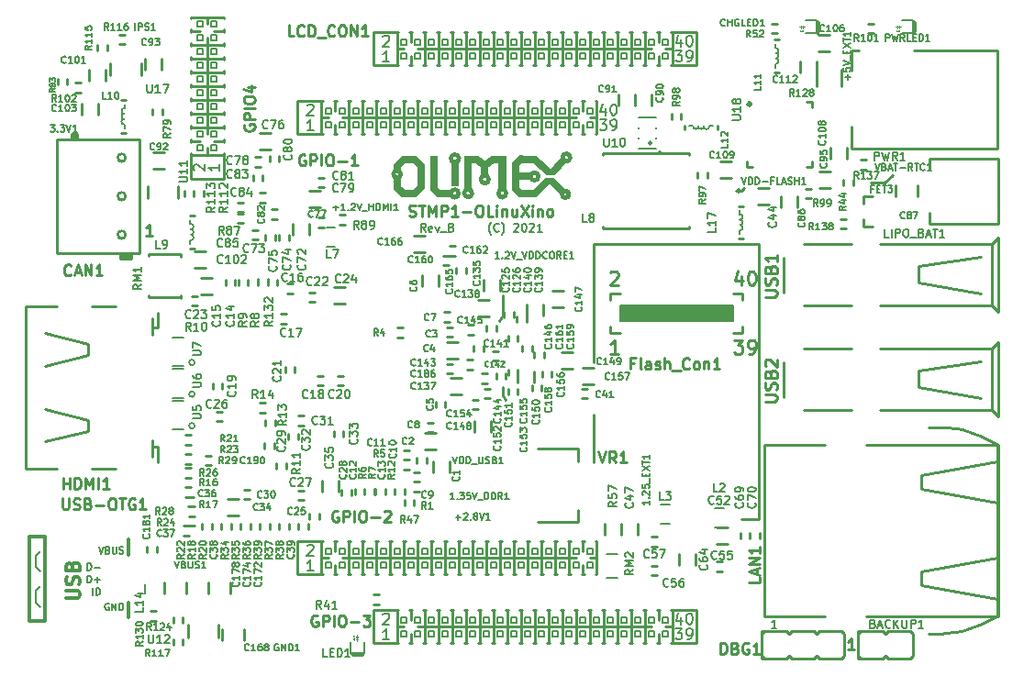
<source format=gbr>
%TF.GenerationSoftware,KiCad,Pcbnew,5.1.6-c6e7f7d~87~ubuntu18.04.1*%
%TF.CreationDate,2021-10-07T16:54:21+03:00*%
%TF.ProjectId,STMP157-OLinuXino-LIME2_Rev_B1,53544d50-3135-4372-9d4f-4c696e755869,B1*%
%TF.SameCoordinates,Original*%
%TF.FileFunction,Legend,Top*%
%TF.FilePolarity,Positive*%
%FSLAX46Y46*%
G04 Gerber Fmt 4.6, Leading zero omitted, Abs format (unit mm)*
G04 Created by KiCad (PCBNEW 5.1.6-c6e7f7d~87~ubuntu18.04.1) date 2021-10-07 16:54:21*
%MOMM*%
%LPD*%
G01*
G04 APERTURE LIST*
%ADD10C,0.254000*%
%ADD11C,0.190500*%
%ADD12C,0.200000*%
%ADD13C,0.127000*%
%ADD14C,0.400000*%
%ADD15C,0.700000*%
%ADD16C,0.500000*%
%ADD17C,0.100000*%
%ADD18C,0.304800*%
%ADD19C,0.050000*%
%ADD20C,0.203200*%
%ADD21C,0.150000*%
%ADD22C,0.158750*%
%ADD23C,0.317500*%
G04 APERTURE END LIST*
D10*
X165227000Y-58166000D02*
X165481000Y-58293000D01*
X165227000Y-58166000D02*
X165481000Y-58039000D01*
X165735000Y-58166000D02*
X165989000Y-57912000D01*
X165227000Y-58166000D02*
X165735000Y-58166000D01*
X178943000Y-57404000D02*
X179705000Y-56769000D01*
X178943000Y-57404000D02*
X177673000Y-57404000D01*
X143764000Y-69723000D02*
X143383000Y-70231000D01*
X143764000Y-67818000D02*
X143764000Y-69723000D01*
X143764000Y-77089000D02*
X144018000Y-77470000D01*
X143764000Y-76327000D02*
X143764000Y-77089000D01*
D11*
X169000714Y-98515714D02*
X168565285Y-98515714D01*
X168783000Y-98515714D02*
X168783000Y-97753714D01*
X168710428Y-97862571D01*
X168637857Y-97935142D01*
X168565285Y-97971428D01*
D10*
X176185285Y-100535619D02*
X175604714Y-100535619D01*
X175895000Y-100535619D02*
X175895000Y-99519619D01*
X175798238Y-99664761D01*
X175701476Y-99761523D01*
X175604714Y-99809904D01*
X111415285Y-62308619D02*
X110834714Y-62308619D01*
X111125000Y-62308619D02*
X111125000Y-61292619D01*
X111028238Y-61437761D01*
X110931476Y-61534523D01*
X110834714Y-61582904D01*
D11*
X142675428Y-62230000D02*
X142639142Y-62193714D01*
X142566571Y-62084857D01*
X142530285Y-62012285D01*
X142494000Y-61903428D01*
X142457714Y-61722000D01*
X142457714Y-61576857D01*
X142494000Y-61395428D01*
X142530285Y-61286571D01*
X142566571Y-61214000D01*
X142639142Y-61105142D01*
X142675428Y-61068857D01*
X143401142Y-61867142D02*
X143364857Y-61903428D01*
X143256000Y-61939714D01*
X143183428Y-61939714D01*
X143074571Y-61903428D01*
X143002000Y-61830857D01*
X142965714Y-61758285D01*
X142929428Y-61613142D01*
X142929428Y-61504285D01*
X142965714Y-61359142D01*
X143002000Y-61286571D01*
X143074571Y-61214000D01*
X143183428Y-61177714D01*
X143256000Y-61177714D01*
X143364857Y-61214000D01*
X143401142Y-61250285D01*
X143655142Y-62230000D02*
X143691428Y-62193714D01*
X143764000Y-62084857D01*
X143800285Y-62012285D01*
X143836571Y-61903428D01*
X143872857Y-61722000D01*
X143872857Y-61576857D01*
X143836571Y-61395428D01*
X143800285Y-61286571D01*
X143764000Y-61214000D01*
X143691428Y-61105142D01*
X143655142Y-61068857D01*
X144780000Y-61250285D02*
X144816285Y-61214000D01*
X144888857Y-61177714D01*
X145070285Y-61177714D01*
X145142857Y-61214000D01*
X145179142Y-61250285D01*
X145215428Y-61322857D01*
X145215428Y-61395428D01*
X145179142Y-61504285D01*
X144743714Y-61939714D01*
X145215428Y-61939714D01*
X145687142Y-61177714D02*
X145759714Y-61177714D01*
X145832285Y-61214000D01*
X145868571Y-61250285D01*
X145904857Y-61322857D01*
X145941142Y-61468000D01*
X145941142Y-61649428D01*
X145904857Y-61794571D01*
X145868571Y-61867142D01*
X145832285Y-61903428D01*
X145759714Y-61939714D01*
X145687142Y-61939714D01*
X145614571Y-61903428D01*
X145578285Y-61867142D01*
X145542000Y-61794571D01*
X145505714Y-61649428D01*
X145505714Y-61468000D01*
X145542000Y-61322857D01*
X145578285Y-61250285D01*
X145614571Y-61214000D01*
X145687142Y-61177714D01*
X146231428Y-61250285D02*
X146267714Y-61214000D01*
X146340285Y-61177714D01*
X146521714Y-61177714D01*
X146594285Y-61214000D01*
X146630571Y-61250285D01*
X146666857Y-61322857D01*
X146666857Y-61395428D01*
X146630571Y-61504285D01*
X146195142Y-61939714D01*
X146666857Y-61939714D01*
X147392571Y-61939714D02*
X146957142Y-61939714D01*
X147174857Y-61939714D02*
X147174857Y-61177714D01*
X147102285Y-61286571D01*
X147029714Y-61359142D01*
X146957142Y-61395428D01*
X136615714Y-61939714D02*
X136361714Y-61576857D01*
X136180285Y-61939714D02*
X136180285Y-61177714D01*
X136470571Y-61177714D01*
X136543142Y-61214000D01*
X136579428Y-61250285D01*
X136615714Y-61322857D01*
X136615714Y-61431714D01*
X136579428Y-61504285D01*
X136543142Y-61540571D01*
X136470571Y-61576857D01*
X136180285Y-61576857D01*
X137232571Y-61903428D02*
X137160000Y-61939714D01*
X137014857Y-61939714D01*
X136942285Y-61903428D01*
X136906000Y-61830857D01*
X136906000Y-61540571D01*
X136942285Y-61468000D01*
X137014857Y-61431714D01*
X137160000Y-61431714D01*
X137232571Y-61468000D01*
X137268857Y-61540571D01*
X137268857Y-61613142D01*
X136906000Y-61685714D01*
X137522857Y-61431714D02*
X137704285Y-61939714D01*
X137885714Y-61431714D01*
X137994571Y-62012285D02*
X138575142Y-62012285D01*
X139010571Y-61540571D02*
X139119428Y-61576857D01*
X139155714Y-61613142D01*
X139192000Y-61685714D01*
X139192000Y-61794571D01*
X139155714Y-61867142D01*
X139119428Y-61903428D01*
X139046857Y-61939714D01*
X138756571Y-61939714D01*
X138756571Y-61177714D01*
X139010571Y-61177714D01*
X139083142Y-61214000D01*
X139119428Y-61250285D01*
X139155714Y-61322857D01*
X139155714Y-61395428D01*
X139119428Y-61468000D01*
X139083142Y-61504285D01*
X139010571Y-61540571D01*
X138756571Y-61540571D01*
D10*
X135103809Y-60482238D02*
X135248952Y-60530619D01*
X135490857Y-60530619D01*
X135587619Y-60482238D01*
X135636000Y-60433857D01*
X135684380Y-60337095D01*
X135684380Y-60240333D01*
X135636000Y-60143571D01*
X135587619Y-60095190D01*
X135490857Y-60046809D01*
X135297333Y-59998428D01*
X135200571Y-59950047D01*
X135152190Y-59901666D01*
X135103809Y-59804904D01*
X135103809Y-59708142D01*
X135152190Y-59611380D01*
X135200571Y-59563000D01*
X135297333Y-59514619D01*
X135539238Y-59514619D01*
X135684380Y-59563000D01*
X135974666Y-59514619D02*
X136555238Y-59514619D01*
X136264952Y-60530619D02*
X136264952Y-59514619D01*
X136893904Y-60530619D02*
X136893904Y-59514619D01*
X137232571Y-60240333D01*
X137571238Y-59514619D01*
X137571238Y-60530619D01*
X138055047Y-60530619D02*
X138055047Y-59514619D01*
X138442095Y-59514619D01*
X138538857Y-59563000D01*
X138587238Y-59611380D01*
X138635619Y-59708142D01*
X138635619Y-59853285D01*
X138587238Y-59950047D01*
X138538857Y-59998428D01*
X138442095Y-60046809D01*
X138055047Y-60046809D01*
X139603238Y-60530619D02*
X139022666Y-60530619D01*
X139312952Y-60530619D02*
X139312952Y-59514619D01*
X139216190Y-59659761D01*
X139119428Y-59756523D01*
X139022666Y-59804904D01*
X140038666Y-60143571D02*
X140812761Y-60143571D01*
X141490095Y-59514619D02*
X141683619Y-59514619D01*
X141780380Y-59563000D01*
X141877142Y-59659761D01*
X141925523Y-59853285D01*
X141925523Y-60191952D01*
X141877142Y-60385476D01*
X141780380Y-60482238D01*
X141683619Y-60530619D01*
X141490095Y-60530619D01*
X141393333Y-60482238D01*
X141296571Y-60385476D01*
X141248190Y-60191952D01*
X141248190Y-59853285D01*
X141296571Y-59659761D01*
X141393333Y-59563000D01*
X141490095Y-59514619D01*
X142844761Y-60530619D02*
X142360952Y-60530619D01*
X142360952Y-59514619D01*
X143183428Y-60530619D02*
X143183428Y-59853285D01*
X143183428Y-59514619D02*
X143135047Y-59563000D01*
X143183428Y-59611380D01*
X143231809Y-59563000D01*
X143183428Y-59514619D01*
X143183428Y-59611380D01*
X143667238Y-59853285D02*
X143667238Y-60530619D01*
X143667238Y-59950047D02*
X143715619Y-59901666D01*
X143812380Y-59853285D01*
X143957523Y-59853285D01*
X144054285Y-59901666D01*
X144102666Y-59998428D01*
X144102666Y-60530619D01*
X145021904Y-59853285D02*
X145021904Y-60530619D01*
X144586476Y-59853285D02*
X144586476Y-60385476D01*
X144634857Y-60482238D01*
X144731619Y-60530619D01*
X144876761Y-60530619D01*
X144973523Y-60482238D01*
X145021904Y-60433857D01*
X145408952Y-59514619D02*
X146086285Y-60530619D01*
X146086285Y-59514619D02*
X145408952Y-60530619D01*
X146473333Y-60530619D02*
X146473333Y-59853285D01*
X146473333Y-59514619D02*
X146424952Y-59563000D01*
X146473333Y-59611380D01*
X146521714Y-59563000D01*
X146473333Y-59514619D01*
X146473333Y-59611380D01*
X146957142Y-59853285D02*
X146957142Y-60530619D01*
X146957142Y-59950047D02*
X147005523Y-59901666D01*
X147102285Y-59853285D01*
X147247428Y-59853285D01*
X147344190Y-59901666D01*
X147392571Y-59998428D01*
X147392571Y-60530619D01*
X148021523Y-60530619D02*
X147924761Y-60482238D01*
X147876380Y-60433857D01*
X147828000Y-60337095D01*
X147828000Y-60046809D01*
X147876380Y-59950047D01*
X147924761Y-59901666D01*
X148021523Y-59853285D01*
X148166666Y-59853285D01*
X148263428Y-59901666D01*
X148311809Y-59950047D01*
X148360190Y-60046809D01*
X148360190Y-60337095D01*
X148311809Y-60433857D01*
X148263428Y-60482238D01*
X148166666Y-60530619D01*
X148021523Y-60530619D01*
%TO.C,Flash_Con1*%
X167386000Y-64389000D02*
X167386000Y-63119000D01*
X167386000Y-88519000D02*
X167386000Y-64389000D01*
X165766000Y-88519000D02*
X167386000Y-88519000D01*
X167386000Y-63119000D02*
X152146000Y-63119000D01*
D12*
G36*
X164966000Y-70169000D02*
G01*
X154566000Y-70169000D01*
X154566000Y-68769000D01*
X164966000Y-68769000D01*
X164966000Y-70169000D01*
G37*
X164966000Y-70169000D02*
X154566000Y-70169000D01*
X154566000Y-68769000D01*
X164966000Y-68769000D01*
X164966000Y-70169000D01*
D10*
X164966000Y-71269000D02*
X165866000Y-71269000D01*
X165866000Y-71269000D02*
X165866000Y-70669000D01*
X153666000Y-70669000D02*
X153666000Y-71269000D01*
X153666000Y-71269000D02*
X154566000Y-71269000D01*
X165866000Y-68269000D02*
X165866000Y-67669000D01*
X165866000Y-67669000D02*
X164966000Y-67669000D01*
X153666000Y-67669000D02*
X153666000Y-68269000D01*
X154566000Y-67669000D02*
X153666000Y-67669000D01*
X152146000Y-78867000D02*
X152146000Y-83219000D01*
X152146000Y-63119000D02*
X152146000Y-73969000D01*
%TO.C,LAN1*%
X182372000Y-94615000D02*
X189357000Y-95885000D01*
X182372000Y-93345000D02*
X182372000Y-94615000D01*
X189357000Y-92075000D02*
X182372000Y-93345000D01*
X189357000Y-92075000D02*
X189357000Y-81661000D01*
X189357000Y-95885000D02*
X189357000Y-92075000D01*
X189357000Y-97409000D02*
X189357000Y-95885000D01*
X182372000Y-85725000D02*
X189357000Y-86995000D01*
X182372000Y-84455000D02*
X182372000Y-85725000D01*
X189357000Y-83185000D02*
X182372000Y-84455000D01*
X184381140Y-99060000D02*
X183007000Y-99060000D01*
X189484000Y-97409000D02*
X187789820Y-98254820D01*
X184381140Y-80010000D02*
X183007000Y-80010000D01*
X189484000Y-81661000D02*
X187789820Y-80815180D01*
X167894000Y-81635000D02*
X167894000Y-97435000D01*
X189484000Y-81635000D02*
X177262000Y-81635000D01*
X189484000Y-81661000D02*
X189484000Y-81635600D01*
X189484000Y-97409000D02*
X189484000Y-81661000D01*
X189484000Y-97434400D02*
X189484000Y-97409000D01*
X177262000Y-97435000D02*
X189484000Y-97435000D01*
X167894000Y-81635000D02*
X173462000Y-81635000D01*
X167894000Y-97435000D02*
X173462000Y-97435000D01*
X184390927Y-99059762D02*
G75*
G03*
X187789820Y-98254820I-9787J7619762D01*
G01*
X187781167Y-80810600D02*
G75*
G03*
X184381140Y-80010000I-3400027J-6819400D01*
G01*
%TO.C,PWR1*%
X175895000Y-45258000D02*
X176595000Y-45258000D01*
X189395000Y-45258000D02*
X181695000Y-45258000D01*
X175895000Y-45257720D02*
X175895000Y-47116000D01*
X175895000Y-54310000D02*
X175895000Y-52212000D01*
X189395000Y-54310000D02*
X189395000Y-45258000D01*
X175895000Y-54310000D02*
X189395000Y-54310000D01*
%TO.C,GPIO4*%
X117983000Y-57064000D02*
X117983000Y-54864000D01*
X114935000Y-54864000D02*
X114935000Y-57064000D01*
X114935000Y-57064000D02*
X117983000Y-57064000D01*
D13*
X116078000Y-54483000D02*
X116078000Y-53975000D01*
X116078000Y-53975000D02*
X115570000Y-53975000D01*
X115570000Y-54483000D02*
X115570000Y-53975000D01*
X116078000Y-54483000D02*
X115570000Y-54483000D01*
X116078000Y-53213000D02*
X116078000Y-52705000D01*
X116078000Y-52705000D02*
X115570000Y-52705000D01*
X115570000Y-53213000D02*
X115570000Y-52705000D01*
X116078000Y-53213000D02*
X115570000Y-53213000D01*
X116078000Y-51943000D02*
X116078000Y-51435000D01*
X116078000Y-51435000D02*
X115570000Y-51435000D01*
X115570000Y-51943000D02*
X115570000Y-51435000D01*
X116078000Y-51943000D02*
X115570000Y-51943000D01*
X116078000Y-50673000D02*
X116078000Y-50165000D01*
X116078000Y-50165000D02*
X115570000Y-50165000D01*
X115570000Y-50673000D02*
X115570000Y-50165000D01*
X116078000Y-50673000D02*
X115570000Y-50673000D01*
X116078000Y-49403000D02*
X116078000Y-48895000D01*
X116078000Y-48895000D02*
X115570000Y-48895000D01*
X115570000Y-49403000D02*
X115570000Y-48895000D01*
X116078000Y-49403000D02*
X115570000Y-49403000D01*
X116078000Y-48133000D02*
X116078000Y-47625000D01*
X116078000Y-47625000D02*
X115570000Y-47625000D01*
X115570000Y-48133000D02*
X115570000Y-47625000D01*
X116078000Y-48133000D02*
X115570000Y-48133000D01*
X116078000Y-46863000D02*
X116078000Y-46355000D01*
X116078000Y-46355000D02*
X115570000Y-46355000D01*
X115570000Y-46863000D02*
X115570000Y-46355000D01*
X116078000Y-46863000D02*
X115570000Y-46863000D01*
X116078000Y-45593000D02*
X116078000Y-45085000D01*
X116078000Y-45085000D02*
X115570000Y-45085000D01*
X115570000Y-45593000D02*
X115570000Y-45085000D01*
X116078000Y-45593000D02*
X115570000Y-45593000D01*
X116078000Y-44323000D02*
X116078000Y-43815000D01*
X116078000Y-43815000D02*
X115570000Y-43815000D01*
X115570000Y-44323000D02*
X115570000Y-43815000D01*
X116078000Y-44323000D02*
X115570000Y-44323000D01*
X116078000Y-43053000D02*
X116078000Y-42545000D01*
X116078000Y-42545000D02*
X115570000Y-42545000D01*
X115570000Y-43053000D02*
X115570000Y-42545000D01*
X116078000Y-43053000D02*
X115570000Y-43053000D01*
X117348000Y-54483000D02*
X117348000Y-53975000D01*
X117348000Y-53975000D02*
X116840000Y-53975000D01*
X116840000Y-54483000D02*
X116840000Y-53975000D01*
X117348000Y-54483000D02*
X116840000Y-54483000D01*
X117348000Y-53213000D02*
X117348000Y-52705000D01*
X117348000Y-52705000D02*
X116840000Y-52705000D01*
X116840000Y-53213000D02*
X116840000Y-52705000D01*
X117348000Y-53213000D02*
X116840000Y-53213000D01*
X117348000Y-51943000D02*
X117348000Y-51435000D01*
X117348000Y-51435000D02*
X116840000Y-51435000D01*
X116840000Y-51943000D02*
X116840000Y-51435000D01*
X117348000Y-51943000D02*
X116840000Y-51943000D01*
X117348000Y-50673000D02*
X117348000Y-50165000D01*
X117348000Y-50165000D02*
X116840000Y-50165000D01*
X116840000Y-50673000D02*
X116840000Y-50165000D01*
X117348000Y-50673000D02*
X116840000Y-50673000D01*
X117348000Y-49403000D02*
X117348000Y-48895000D01*
X117348000Y-48895000D02*
X116840000Y-48895000D01*
X116840000Y-49403000D02*
X116840000Y-48895000D01*
X117348000Y-49403000D02*
X116840000Y-49403000D01*
X117348000Y-48133000D02*
X117348000Y-47625000D01*
X117348000Y-47625000D02*
X116840000Y-47625000D01*
X116840000Y-48133000D02*
X116840000Y-47625000D01*
X117348000Y-48133000D02*
X116840000Y-48133000D01*
X117348000Y-46863000D02*
X117348000Y-46355000D01*
X117348000Y-46355000D02*
X116840000Y-46355000D01*
X116840000Y-46863000D02*
X116840000Y-46355000D01*
X117348000Y-46863000D02*
X116840000Y-46863000D01*
X117348000Y-45593000D02*
X117348000Y-45085000D01*
X117348000Y-45085000D02*
X116840000Y-45085000D01*
X116840000Y-45593000D02*
X116840000Y-45085000D01*
X117348000Y-45593000D02*
X116840000Y-45593000D01*
X117348000Y-44323000D02*
X117348000Y-43815000D01*
X117348000Y-43815000D02*
X116840000Y-43815000D01*
X116840000Y-44323000D02*
X116840000Y-43815000D01*
X117348000Y-44323000D02*
X116840000Y-44323000D01*
X117348000Y-43053000D02*
X117348000Y-42545000D01*
X117348000Y-42545000D02*
X116840000Y-42545000D01*
X116840000Y-43053000D02*
X116840000Y-42545000D01*
X117348000Y-43053000D02*
X116840000Y-43053000D01*
D10*
X114935000Y-54737000D02*
X114935000Y-54864000D01*
X114935000Y-54864000D02*
X116459000Y-54864000D01*
X116459000Y-54864000D02*
X117983000Y-54864000D01*
X117983000Y-54864000D02*
X117983000Y-54737000D01*
X114935000Y-42291000D02*
X114935000Y-42164000D01*
X114935000Y-42164000D02*
X116459000Y-42164000D01*
X116459000Y-42164000D02*
X117983000Y-42164000D01*
X117983000Y-42164000D02*
X117983000Y-42291000D01*
X116459000Y-54864000D02*
X116459000Y-54229000D01*
X116459000Y-52959000D02*
X116459000Y-52324000D01*
X116459000Y-52324000D02*
X116459000Y-51054000D01*
X116459000Y-51054000D02*
X116459000Y-49784000D01*
X116459000Y-49784000D02*
X116459000Y-48514000D01*
X116459000Y-48514000D02*
X116459000Y-47244000D01*
X116459000Y-47244000D02*
X116459000Y-45974000D01*
X116459000Y-45974000D02*
X116459000Y-44704000D01*
X116459000Y-44704000D02*
X116459000Y-44069000D01*
X116459000Y-42799000D02*
X116459000Y-42164000D01*
X117983000Y-53721000D02*
X117983000Y-53594000D01*
X117983000Y-53594000D02*
X117983000Y-53467000D01*
X117983000Y-52451000D02*
X117983000Y-52324000D01*
X117983000Y-52324000D02*
X117983000Y-52197000D01*
X117983000Y-51181000D02*
X117983000Y-51054000D01*
X117983000Y-51054000D02*
X117983000Y-50927000D01*
X117983000Y-49911000D02*
X117983000Y-49784000D01*
X117983000Y-49784000D02*
X117983000Y-49657000D01*
X117983000Y-48641000D02*
X117983000Y-48514000D01*
X117983000Y-48514000D02*
X117983000Y-48387000D01*
X117983000Y-47371000D02*
X117983000Y-47244000D01*
X117983000Y-47244000D02*
X117983000Y-47117000D01*
X117983000Y-46101000D02*
X117983000Y-45974000D01*
X117983000Y-45974000D02*
X117983000Y-45847000D01*
X117983000Y-44831000D02*
X117983000Y-44704000D01*
X117983000Y-44704000D02*
X117983000Y-44577000D01*
X117983000Y-43561000D02*
X117983000Y-43434000D01*
X117983000Y-43434000D02*
X117983000Y-43307000D01*
X114935000Y-43561000D02*
X114935000Y-43307000D01*
X114935000Y-44831000D02*
X114935000Y-44704000D01*
X114935000Y-44704000D02*
X114935000Y-44577000D01*
X114935000Y-46101000D02*
X114935000Y-45974000D01*
X114935000Y-45974000D02*
X114935000Y-45847000D01*
X114935000Y-47371000D02*
X114935000Y-47244000D01*
X114935000Y-47244000D02*
X114935000Y-47117000D01*
X114935000Y-48641000D02*
X114935000Y-48514000D01*
X114935000Y-48514000D02*
X114935000Y-48387000D01*
X114935000Y-49911000D02*
X114935000Y-49784000D01*
X114935000Y-49784000D02*
X114935000Y-49657000D01*
X114935000Y-51181000D02*
X114935000Y-51054000D01*
X114935000Y-51054000D02*
X114935000Y-50927000D01*
X114935000Y-52451000D02*
X114935000Y-52324000D01*
X114935000Y-52324000D02*
X114935000Y-52197000D01*
X114935000Y-53721000D02*
X114935000Y-53594000D01*
X114935000Y-53594000D02*
X114935000Y-53467000D01*
X117983000Y-53594000D02*
X117094000Y-53594000D01*
X117983000Y-52324000D02*
X116459000Y-52324000D01*
X117983000Y-51054000D02*
X116459000Y-51054000D01*
X117983000Y-49784000D02*
X116459000Y-49784000D01*
X117983000Y-48514000D02*
X116459000Y-48514000D01*
X117983000Y-47244000D02*
X116459000Y-47244000D01*
X117983000Y-45974000D02*
X116459000Y-45974000D01*
X117983000Y-44704000D02*
X116459000Y-44704000D01*
X115824000Y-53594000D02*
X114935000Y-53594000D01*
X116459000Y-52324000D02*
X114935000Y-52324000D01*
X116459000Y-51054000D02*
X114935000Y-51054000D01*
X116459000Y-49784000D02*
X114935000Y-49784000D01*
X116459000Y-48514000D02*
X114935000Y-48514000D01*
X116459000Y-47244000D02*
X114935000Y-47244000D01*
X116459000Y-45974000D02*
X114935000Y-45974000D01*
X116459000Y-44704000D02*
X114935000Y-44704000D01*
X117983000Y-43434000D02*
X117094000Y-43434000D01*
X115824000Y-43434000D02*
X114935000Y-43434000D01*
%TO.C,GPIO-1*%
X138430000Y-51435000D02*
X138430000Y-49911000D01*
X138430000Y-52959000D02*
X138430000Y-51435000D01*
X137160000Y-51435000D02*
X137160000Y-49911000D01*
X135890000Y-51435000D02*
X135890000Y-49911000D01*
X134620000Y-51435000D02*
X134620000Y-49911000D01*
X133350000Y-51435000D02*
X133350000Y-49911000D01*
X132080000Y-51435000D02*
X132080000Y-49911000D01*
X130810000Y-51435000D02*
X130810000Y-49911000D01*
X129540000Y-51435000D02*
X129540000Y-49911000D01*
X128270000Y-50800000D02*
X128270000Y-49911000D01*
X137160000Y-52959000D02*
X137160000Y-51435000D01*
X135890000Y-52959000D02*
X135890000Y-51435000D01*
X134620000Y-52959000D02*
X134620000Y-51435000D01*
X133350000Y-52959000D02*
X133350000Y-51435000D01*
X132080000Y-52959000D02*
X132080000Y-51435000D01*
X130810000Y-52959000D02*
X130810000Y-51435000D01*
X129540000Y-52959000D02*
X129540000Y-51435000D01*
X128270000Y-52959000D02*
X128270000Y-52070000D01*
X128270000Y-49911000D02*
X128397000Y-49911000D01*
X128143000Y-49911000D02*
X128270000Y-49911000D01*
X129540000Y-49911000D02*
X129667000Y-49911000D01*
X129413000Y-49911000D02*
X129540000Y-49911000D01*
X130810000Y-49911000D02*
X130937000Y-49911000D01*
X130683000Y-49911000D02*
X130810000Y-49911000D01*
X132080000Y-49911000D02*
X132207000Y-49911000D01*
X131953000Y-49911000D02*
X132080000Y-49911000D01*
X133350000Y-49911000D02*
X133477000Y-49911000D01*
X133223000Y-49911000D02*
X133350000Y-49911000D01*
X134620000Y-49911000D02*
X134747000Y-49911000D01*
X134493000Y-49911000D02*
X134620000Y-49911000D01*
X135890000Y-49911000D02*
X136017000Y-49911000D01*
X135763000Y-49911000D02*
X135890000Y-49911000D01*
X137160000Y-49911000D02*
X137287000Y-49911000D01*
X137033000Y-49911000D02*
X137160000Y-49911000D01*
X138303000Y-49911000D02*
X138557000Y-49911000D01*
X138430000Y-52959000D02*
X138557000Y-52959000D01*
X138303000Y-52959000D02*
X138430000Y-52959000D01*
X137160000Y-52959000D02*
X137287000Y-52959000D01*
X137033000Y-52959000D02*
X137160000Y-52959000D01*
X135890000Y-52959000D02*
X136017000Y-52959000D01*
X135763000Y-52959000D02*
X135890000Y-52959000D01*
X134620000Y-52959000D02*
X134747000Y-52959000D01*
X134493000Y-52959000D02*
X134620000Y-52959000D01*
X133350000Y-52959000D02*
X133477000Y-52959000D01*
X133223000Y-52959000D02*
X133350000Y-52959000D01*
X132080000Y-52959000D02*
X132207000Y-52959000D01*
X131953000Y-52959000D02*
X132080000Y-52959000D01*
X130810000Y-52959000D02*
X130937000Y-52959000D01*
X130683000Y-52959000D02*
X130810000Y-52959000D01*
X129540000Y-52959000D02*
X129667000Y-52959000D01*
X129413000Y-52959000D02*
X129540000Y-52959000D01*
X128270000Y-52959000D02*
X128397000Y-52959000D01*
X128143000Y-52959000D02*
X128270000Y-52959000D01*
X138430000Y-51435000D02*
X139700000Y-51435000D01*
X137160000Y-51435000D02*
X138430000Y-51435000D01*
X135890000Y-51435000D02*
X137160000Y-51435000D01*
X134620000Y-51435000D02*
X135890000Y-51435000D01*
X133350000Y-51435000D02*
X134620000Y-51435000D01*
X132080000Y-51435000D02*
X133350000Y-51435000D01*
X130810000Y-51435000D02*
X132080000Y-51435000D01*
X129540000Y-51435000D02*
X130810000Y-51435000D01*
X128905000Y-51435000D02*
X129540000Y-51435000D01*
X127000000Y-51435000D02*
X127635000Y-51435000D01*
X139700000Y-52959000D02*
X139573000Y-52959000D01*
X139700000Y-51435000D02*
X139700000Y-52959000D01*
X139700000Y-49911000D02*
X139700000Y-51435000D01*
X139573000Y-49911000D02*
X139700000Y-49911000D01*
X127000000Y-52959000D02*
X127127000Y-52959000D01*
X127000000Y-51435000D02*
X127000000Y-52959000D01*
X127000000Y-49911000D02*
X127000000Y-51435000D01*
X127127000Y-49911000D02*
X127000000Y-49911000D01*
D13*
X138811000Y-52324000D02*
X138811000Y-51816000D01*
X138811000Y-51816000D02*
X139319000Y-51816000D01*
X139319000Y-52324000D02*
X139319000Y-51816000D01*
X138811000Y-52324000D02*
X139319000Y-52324000D01*
X137541000Y-52324000D02*
X137541000Y-51816000D01*
X137541000Y-51816000D02*
X138049000Y-51816000D01*
X138049000Y-52324000D02*
X138049000Y-51816000D01*
X137541000Y-52324000D02*
X138049000Y-52324000D01*
X136271000Y-52324000D02*
X136271000Y-51816000D01*
X136271000Y-51816000D02*
X136779000Y-51816000D01*
X136779000Y-52324000D02*
X136779000Y-51816000D01*
X136271000Y-52324000D02*
X136779000Y-52324000D01*
X135001000Y-52324000D02*
X135001000Y-51816000D01*
X135001000Y-51816000D02*
X135509000Y-51816000D01*
X135509000Y-52324000D02*
X135509000Y-51816000D01*
X135001000Y-52324000D02*
X135509000Y-52324000D01*
X133731000Y-52324000D02*
X133731000Y-51816000D01*
X133731000Y-51816000D02*
X134239000Y-51816000D01*
X134239000Y-52324000D02*
X134239000Y-51816000D01*
X133731000Y-52324000D02*
X134239000Y-52324000D01*
X132461000Y-52324000D02*
X132461000Y-51816000D01*
X132461000Y-51816000D02*
X132969000Y-51816000D01*
X132969000Y-52324000D02*
X132969000Y-51816000D01*
X132461000Y-52324000D02*
X132969000Y-52324000D01*
X131191000Y-52324000D02*
X131191000Y-51816000D01*
X131191000Y-51816000D02*
X131699000Y-51816000D01*
X131699000Y-52324000D02*
X131699000Y-51816000D01*
X131191000Y-52324000D02*
X131699000Y-52324000D01*
X129921000Y-52324000D02*
X129921000Y-51816000D01*
X129921000Y-51816000D02*
X130429000Y-51816000D01*
X130429000Y-52324000D02*
X130429000Y-51816000D01*
X129921000Y-52324000D02*
X130429000Y-52324000D01*
X128651000Y-52324000D02*
X128651000Y-51816000D01*
X128651000Y-51816000D02*
X129159000Y-51816000D01*
X129159000Y-52324000D02*
X129159000Y-51816000D01*
X128651000Y-52324000D02*
X129159000Y-52324000D01*
X127381000Y-52324000D02*
X127381000Y-51816000D01*
X127381000Y-51816000D02*
X127889000Y-51816000D01*
X127889000Y-52324000D02*
X127889000Y-51816000D01*
X127381000Y-52324000D02*
X127889000Y-52324000D01*
X138811000Y-51054000D02*
X138811000Y-50546000D01*
X138811000Y-50546000D02*
X139319000Y-50546000D01*
X139319000Y-51054000D02*
X139319000Y-50546000D01*
X138811000Y-51054000D02*
X139319000Y-51054000D01*
X137541000Y-51054000D02*
X137541000Y-50546000D01*
X137541000Y-50546000D02*
X138049000Y-50546000D01*
X138049000Y-51054000D02*
X138049000Y-50546000D01*
X137541000Y-51054000D02*
X138049000Y-51054000D01*
X136271000Y-51054000D02*
X136271000Y-50546000D01*
X136271000Y-50546000D02*
X136779000Y-50546000D01*
X136779000Y-51054000D02*
X136779000Y-50546000D01*
X136271000Y-51054000D02*
X136779000Y-51054000D01*
X135001000Y-51054000D02*
X135001000Y-50546000D01*
X135001000Y-50546000D02*
X135509000Y-50546000D01*
X135509000Y-51054000D02*
X135509000Y-50546000D01*
X135001000Y-51054000D02*
X135509000Y-51054000D01*
X133731000Y-51054000D02*
X133731000Y-50546000D01*
X133731000Y-50546000D02*
X134239000Y-50546000D01*
X134239000Y-51054000D02*
X134239000Y-50546000D01*
X133731000Y-51054000D02*
X134239000Y-51054000D01*
X132461000Y-51054000D02*
X132461000Y-50546000D01*
X132461000Y-50546000D02*
X132969000Y-50546000D01*
X132969000Y-51054000D02*
X132969000Y-50546000D01*
X132461000Y-51054000D02*
X132969000Y-51054000D01*
X131191000Y-51054000D02*
X131191000Y-50546000D01*
X131191000Y-50546000D02*
X131699000Y-50546000D01*
X131699000Y-51054000D02*
X131699000Y-50546000D01*
X131191000Y-51054000D02*
X131699000Y-51054000D01*
X129921000Y-51054000D02*
X129921000Y-50546000D01*
X129921000Y-50546000D02*
X130429000Y-50546000D01*
X130429000Y-51054000D02*
X130429000Y-50546000D01*
X129921000Y-51054000D02*
X130429000Y-51054000D01*
X128651000Y-51054000D02*
X128651000Y-50546000D01*
X128651000Y-50546000D02*
X129159000Y-50546000D01*
X129159000Y-51054000D02*
X129159000Y-50546000D01*
X128651000Y-51054000D02*
X129159000Y-51054000D01*
X127381000Y-51054000D02*
X127381000Y-50546000D01*
X127381000Y-50546000D02*
X127889000Y-50546000D01*
X127889000Y-51054000D02*
X127889000Y-50546000D01*
X127381000Y-51054000D02*
X127889000Y-51054000D01*
X140081000Y-51054000D02*
X140589000Y-51054000D01*
X140589000Y-51054000D02*
X140589000Y-50546000D01*
X140081000Y-50546000D02*
X140589000Y-50546000D01*
X140081000Y-51054000D02*
X140081000Y-50546000D01*
X141351000Y-51054000D02*
X141859000Y-51054000D01*
X141859000Y-51054000D02*
X141859000Y-50546000D01*
X141351000Y-50546000D02*
X141859000Y-50546000D01*
X141351000Y-51054000D02*
X141351000Y-50546000D01*
X142621000Y-51054000D02*
X143129000Y-51054000D01*
X143129000Y-51054000D02*
X143129000Y-50546000D01*
X142621000Y-50546000D02*
X143129000Y-50546000D01*
X142621000Y-51054000D02*
X142621000Y-50546000D01*
X143891000Y-51054000D02*
X144399000Y-51054000D01*
X144399000Y-51054000D02*
X144399000Y-50546000D01*
X143891000Y-50546000D02*
X144399000Y-50546000D01*
X143891000Y-51054000D02*
X143891000Y-50546000D01*
X145161000Y-51054000D02*
X145669000Y-51054000D01*
X145669000Y-51054000D02*
X145669000Y-50546000D01*
X145161000Y-50546000D02*
X145669000Y-50546000D01*
X145161000Y-51054000D02*
X145161000Y-50546000D01*
X146431000Y-51054000D02*
X146939000Y-51054000D01*
X146939000Y-51054000D02*
X146939000Y-50546000D01*
X146431000Y-50546000D02*
X146939000Y-50546000D01*
X146431000Y-51054000D02*
X146431000Y-50546000D01*
X147701000Y-51054000D02*
X148209000Y-51054000D01*
X148209000Y-51054000D02*
X148209000Y-50546000D01*
X147701000Y-50546000D02*
X148209000Y-50546000D01*
X147701000Y-51054000D02*
X147701000Y-50546000D01*
X148971000Y-51054000D02*
X149479000Y-51054000D01*
X149479000Y-51054000D02*
X149479000Y-50546000D01*
X148971000Y-50546000D02*
X149479000Y-50546000D01*
X148971000Y-51054000D02*
X148971000Y-50546000D01*
X150241000Y-51054000D02*
X150749000Y-51054000D01*
X150749000Y-51054000D02*
X150749000Y-50546000D01*
X150241000Y-50546000D02*
X150749000Y-50546000D01*
X150241000Y-51054000D02*
X150241000Y-50546000D01*
X151511000Y-51054000D02*
X152019000Y-51054000D01*
X152019000Y-51054000D02*
X152019000Y-50546000D01*
X151511000Y-50546000D02*
X152019000Y-50546000D01*
X151511000Y-51054000D02*
X151511000Y-50546000D01*
X140081000Y-52324000D02*
X140589000Y-52324000D01*
X140589000Y-52324000D02*
X140589000Y-51816000D01*
X140081000Y-51816000D02*
X140589000Y-51816000D01*
X140081000Y-52324000D02*
X140081000Y-51816000D01*
X141351000Y-52324000D02*
X141859000Y-52324000D01*
X141859000Y-52324000D02*
X141859000Y-51816000D01*
X141351000Y-51816000D02*
X141859000Y-51816000D01*
X141351000Y-52324000D02*
X141351000Y-51816000D01*
X142621000Y-52324000D02*
X143129000Y-52324000D01*
X143129000Y-52324000D02*
X143129000Y-51816000D01*
X142621000Y-51816000D02*
X143129000Y-51816000D01*
X142621000Y-52324000D02*
X142621000Y-51816000D01*
X143891000Y-52324000D02*
X144399000Y-52324000D01*
X144399000Y-52324000D02*
X144399000Y-51816000D01*
X143891000Y-51816000D02*
X144399000Y-51816000D01*
X143891000Y-52324000D02*
X143891000Y-51816000D01*
X145161000Y-52324000D02*
X145669000Y-52324000D01*
X145669000Y-52324000D02*
X145669000Y-51816000D01*
X145161000Y-51816000D02*
X145669000Y-51816000D01*
X145161000Y-52324000D02*
X145161000Y-51816000D01*
X146431000Y-52324000D02*
X146939000Y-52324000D01*
X146939000Y-52324000D02*
X146939000Y-51816000D01*
X146431000Y-51816000D02*
X146939000Y-51816000D01*
X146431000Y-52324000D02*
X146431000Y-51816000D01*
X147701000Y-52324000D02*
X148209000Y-52324000D01*
X148209000Y-52324000D02*
X148209000Y-51816000D01*
X147701000Y-51816000D02*
X148209000Y-51816000D01*
X147701000Y-52324000D02*
X147701000Y-51816000D01*
X148971000Y-52324000D02*
X149479000Y-52324000D01*
X149479000Y-52324000D02*
X149479000Y-51816000D01*
X148971000Y-51816000D02*
X149479000Y-51816000D01*
X148971000Y-52324000D02*
X148971000Y-51816000D01*
X150241000Y-52324000D02*
X150749000Y-52324000D01*
X150749000Y-52324000D02*
X150749000Y-51816000D01*
X150241000Y-51816000D02*
X150749000Y-51816000D01*
X150241000Y-52324000D02*
X150241000Y-51816000D01*
X151511000Y-52324000D02*
X152019000Y-52324000D01*
X152019000Y-52324000D02*
X152019000Y-51816000D01*
X151511000Y-51816000D02*
X152019000Y-51816000D01*
X151511000Y-52324000D02*
X151511000Y-51816000D01*
D10*
X139827000Y-49911000D02*
X139700000Y-49911000D01*
X139700000Y-52959000D02*
X139827000Y-52959000D01*
X152273000Y-49911000D02*
X152400000Y-49911000D01*
X152400000Y-49911000D02*
X152400000Y-51435000D01*
X152400000Y-51435000D02*
X152400000Y-52959000D01*
X152400000Y-52959000D02*
X152273000Y-52959000D01*
X139700000Y-51435000D02*
X140970000Y-51435000D01*
X140970000Y-51435000D02*
X142240000Y-51435000D01*
X142240000Y-51435000D02*
X143510000Y-51435000D01*
X143510000Y-51435000D02*
X144780000Y-51435000D01*
X144780000Y-51435000D02*
X146050000Y-51435000D01*
X146050000Y-51435000D02*
X147320000Y-51435000D01*
X147320000Y-51435000D02*
X148590000Y-51435000D01*
X148590000Y-51435000D02*
X149860000Y-51435000D01*
X149860000Y-51435000D02*
X150495000Y-51435000D01*
X151765000Y-51435000D02*
X152400000Y-51435000D01*
X140843000Y-52959000D02*
X140970000Y-52959000D01*
X140970000Y-52959000D02*
X141097000Y-52959000D01*
X142113000Y-52959000D02*
X142240000Y-52959000D01*
X142240000Y-52959000D02*
X142367000Y-52959000D01*
X143383000Y-52959000D02*
X143510000Y-52959000D01*
X143510000Y-52959000D02*
X143637000Y-52959000D01*
X144653000Y-52959000D02*
X144780000Y-52959000D01*
X144780000Y-52959000D02*
X144907000Y-52959000D01*
X145923000Y-52959000D02*
X146050000Y-52959000D01*
X146050000Y-52959000D02*
X146177000Y-52959000D01*
X147193000Y-52959000D02*
X147320000Y-52959000D01*
X147320000Y-52959000D02*
X147447000Y-52959000D01*
X148463000Y-52959000D02*
X148590000Y-52959000D01*
X148590000Y-52959000D02*
X148717000Y-52959000D01*
X149733000Y-52959000D02*
X149860000Y-52959000D01*
X149860000Y-52959000D02*
X149987000Y-52959000D01*
X151003000Y-52959000D02*
X151130000Y-52959000D01*
X151130000Y-52959000D02*
X151257000Y-52959000D01*
X151003000Y-49911000D02*
X151257000Y-49911000D01*
X149733000Y-49911000D02*
X149860000Y-49911000D01*
X149860000Y-49911000D02*
X149987000Y-49911000D01*
X148463000Y-49911000D02*
X148590000Y-49911000D01*
X148590000Y-49911000D02*
X148717000Y-49911000D01*
X147193000Y-49911000D02*
X147320000Y-49911000D01*
X147320000Y-49911000D02*
X147447000Y-49911000D01*
X145923000Y-49911000D02*
X146050000Y-49911000D01*
X146050000Y-49911000D02*
X146177000Y-49911000D01*
X144653000Y-49911000D02*
X144780000Y-49911000D01*
X144780000Y-49911000D02*
X144907000Y-49911000D01*
X143383000Y-49911000D02*
X143510000Y-49911000D01*
X143510000Y-49911000D02*
X143637000Y-49911000D01*
X142113000Y-49911000D02*
X142240000Y-49911000D01*
X142240000Y-49911000D02*
X142367000Y-49911000D01*
X140843000Y-49911000D02*
X140970000Y-49911000D01*
X140970000Y-49911000D02*
X141097000Y-49911000D01*
X140970000Y-52959000D02*
X140970000Y-51435000D01*
X142240000Y-52959000D02*
X142240000Y-51435000D01*
X143510000Y-52959000D02*
X143510000Y-51435000D01*
X144780000Y-52959000D02*
X144780000Y-51435000D01*
X146050000Y-52959000D02*
X146050000Y-51435000D01*
X147320000Y-52959000D02*
X147320000Y-51435000D01*
X148590000Y-52959000D02*
X148590000Y-51435000D01*
X149860000Y-52959000D02*
X149860000Y-51435000D01*
X140970000Y-51435000D02*
X140970000Y-49911000D01*
X142240000Y-51435000D02*
X142240000Y-49911000D01*
X143510000Y-51435000D02*
X143510000Y-49911000D01*
X144780000Y-51435000D02*
X144780000Y-49911000D01*
X146050000Y-51435000D02*
X146050000Y-49911000D01*
X147320000Y-51435000D02*
X147320000Y-49911000D01*
X148590000Y-51435000D02*
X148590000Y-49911000D01*
X149860000Y-51435000D02*
X149860000Y-49911000D01*
X151130000Y-52959000D02*
X151130000Y-52070000D01*
X151130000Y-50800000D02*
X151130000Y-49911000D01*
X124800000Y-49911000D02*
X124800000Y-52959000D01*
X127000000Y-49911000D02*
X124800000Y-49911000D01*
X124800000Y-52959000D02*
X127000000Y-52959000D01*
%TO.C,GPIO-2*%
X124800000Y-93599000D02*
X127000000Y-93599000D01*
X127000000Y-90551000D02*
X124800000Y-90551000D01*
X124800000Y-90551000D02*
X124800000Y-93599000D01*
X151130000Y-91440000D02*
X151130000Y-90551000D01*
X151130000Y-93599000D02*
X151130000Y-92710000D01*
X149860000Y-92075000D02*
X149860000Y-90551000D01*
X148590000Y-92075000D02*
X148590000Y-90551000D01*
X147320000Y-92075000D02*
X147320000Y-90551000D01*
X146050000Y-92075000D02*
X146050000Y-90551000D01*
X144780000Y-92075000D02*
X144780000Y-90551000D01*
X143510000Y-92075000D02*
X143510000Y-90551000D01*
X142240000Y-92075000D02*
X142240000Y-90551000D01*
X140970000Y-92075000D02*
X140970000Y-90551000D01*
X149860000Y-93599000D02*
X149860000Y-92075000D01*
X148590000Y-93599000D02*
X148590000Y-92075000D01*
X147320000Y-93599000D02*
X147320000Y-92075000D01*
X146050000Y-93599000D02*
X146050000Y-92075000D01*
X144780000Y-93599000D02*
X144780000Y-92075000D01*
X143510000Y-93599000D02*
X143510000Y-92075000D01*
X142240000Y-93599000D02*
X142240000Y-92075000D01*
X140970000Y-93599000D02*
X140970000Y-92075000D01*
X140970000Y-90551000D02*
X141097000Y-90551000D01*
X140843000Y-90551000D02*
X140970000Y-90551000D01*
X142240000Y-90551000D02*
X142367000Y-90551000D01*
X142113000Y-90551000D02*
X142240000Y-90551000D01*
X143510000Y-90551000D02*
X143637000Y-90551000D01*
X143383000Y-90551000D02*
X143510000Y-90551000D01*
X144780000Y-90551000D02*
X144907000Y-90551000D01*
X144653000Y-90551000D02*
X144780000Y-90551000D01*
X146050000Y-90551000D02*
X146177000Y-90551000D01*
X145923000Y-90551000D02*
X146050000Y-90551000D01*
X147320000Y-90551000D02*
X147447000Y-90551000D01*
X147193000Y-90551000D02*
X147320000Y-90551000D01*
X148590000Y-90551000D02*
X148717000Y-90551000D01*
X148463000Y-90551000D02*
X148590000Y-90551000D01*
X149860000Y-90551000D02*
X149987000Y-90551000D01*
X149733000Y-90551000D02*
X149860000Y-90551000D01*
X151003000Y-90551000D02*
X151257000Y-90551000D01*
X151130000Y-93599000D02*
X151257000Y-93599000D01*
X151003000Y-93599000D02*
X151130000Y-93599000D01*
X149860000Y-93599000D02*
X149987000Y-93599000D01*
X149733000Y-93599000D02*
X149860000Y-93599000D01*
X148590000Y-93599000D02*
X148717000Y-93599000D01*
X148463000Y-93599000D02*
X148590000Y-93599000D01*
X147320000Y-93599000D02*
X147447000Y-93599000D01*
X147193000Y-93599000D02*
X147320000Y-93599000D01*
X146050000Y-93599000D02*
X146177000Y-93599000D01*
X145923000Y-93599000D02*
X146050000Y-93599000D01*
X144780000Y-93599000D02*
X144907000Y-93599000D01*
X144653000Y-93599000D02*
X144780000Y-93599000D01*
X143510000Y-93599000D02*
X143637000Y-93599000D01*
X143383000Y-93599000D02*
X143510000Y-93599000D01*
X142240000Y-93599000D02*
X142367000Y-93599000D01*
X142113000Y-93599000D02*
X142240000Y-93599000D01*
X140970000Y-93599000D02*
X141097000Y-93599000D01*
X140843000Y-93599000D02*
X140970000Y-93599000D01*
X151765000Y-92075000D02*
X152400000Y-92075000D01*
X149860000Y-92075000D02*
X150495000Y-92075000D01*
X148590000Y-92075000D02*
X149860000Y-92075000D01*
X147320000Y-92075000D02*
X148590000Y-92075000D01*
X146050000Y-92075000D02*
X147320000Y-92075000D01*
X144780000Y-92075000D02*
X146050000Y-92075000D01*
X143510000Y-92075000D02*
X144780000Y-92075000D01*
X142240000Y-92075000D02*
X143510000Y-92075000D01*
X140970000Y-92075000D02*
X142240000Y-92075000D01*
X139700000Y-92075000D02*
X140970000Y-92075000D01*
X152400000Y-93599000D02*
X152273000Y-93599000D01*
X152400000Y-92075000D02*
X152400000Y-93599000D01*
X152400000Y-90551000D02*
X152400000Y-92075000D01*
X152273000Y-90551000D02*
X152400000Y-90551000D01*
X139700000Y-93599000D02*
X139827000Y-93599000D01*
X139827000Y-90551000D02*
X139700000Y-90551000D01*
D13*
X151511000Y-92964000D02*
X151511000Y-92456000D01*
X151511000Y-92456000D02*
X152019000Y-92456000D01*
X152019000Y-92964000D02*
X152019000Y-92456000D01*
X151511000Y-92964000D02*
X152019000Y-92964000D01*
X150241000Y-92964000D02*
X150241000Y-92456000D01*
X150241000Y-92456000D02*
X150749000Y-92456000D01*
X150749000Y-92964000D02*
X150749000Y-92456000D01*
X150241000Y-92964000D02*
X150749000Y-92964000D01*
X148971000Y-92964000D02*
X148971000Y-92456000D01*
X148971000Y-92456000D02*
X149479000Y-92456000D01*
X149479000Y-92964000D02*
X149479000Y-92456000D01*
X148971000Y-92964000D02*
X149479000Y-92964000D01*
X147701000Y-92964000D02*
X147701000Y-92456000D01*
X147701000Y-92456000D02*
X148209000Y-92456000D01*
X148209000Y-92964000D02*
X148209000Y-92456000D01*
X147701000Y-92964000D02*
X148209000Y-92964000D01*
X146431000Y-92964000D02*
X146431000Y-92456000D01*
X146431000Y-92456000D02*
X146939000Y-92456000D01*
X146939000Y-92964000D02*
X146939000Y-92456000D01*
X146431000Y-92964000D02*
X146939000Y-92964000D01*
X145161000Y-92964000D02*
X145161000Y-92456000D01*
X145161000Y-92456000D02*
X145669000Y-92456000D01*
X145669000Y-92964000D02*
X145669000Y-92456000D01*
X145161000Y-92964000D02*
X145669000Y-92964000D01*
X143891000Y-92964000D02*
X143891000Y-92456000D01*
X143891000Y-92456000D02*
X144399000Y-92456000D01*
X144399000Y-92964000D02*
X144399000Y-92456000D01*
X143891000Y-92964000D02*
X144399000Y-92964000D01*
X142621000Y-92964000D02*
X142621000Y-92456000D01*
X142621000Y-92456000D02*
X143129000Y-92456000D01*
X143129000Y-92964000D02*
X143129000Y-92456000D01*
X142621000Y-92964000D02*
X143129000Y-92964000D01*
X141351000Y-92964000D02*
X141351000Y-92456000D01*
X141351000Y-92456000D02*
X141859000Y-92456000D01*
X141859000Y-92964000D02*
X141859000Y-92456000D01*
X141351000Y-92964000D02*
X141859000Y-92964000D01*
X140081000Y-92964000D02*
X140081000Y-92456000D01*
X140081000Y-92456000D02*
X140589000Y-92456000D01*
X140589000Y-92964000D02*
X140589000Y-92456000D01*
X140081000Y-92964000D02*
X140589000Y-92964000D01*
X151511000Y-91694000D02*
X151511000Y-91186000D01*
X151511000Y-91186000D02*
X152019000Y-91186000D01*
X152019000Y-91694000D02*
X152019000Y-91186000D01*
X151511000Y-91694000D02*
X152019000Y-91694000D01*
X150241000Y-91694000D02*
X150241000Y-91186000D01*
X150241000Y-91186000D02*
X150749000Y-91186000D01*
X150749000Y-91694000D02*
X150749000Y-91186000D01*
X150241000Y-91694000D02*
X150749000Y-91694000D01*
X148971000Y-91694000D02*
X148971000Y-91186000D01*
X148971000Y-91186000D02*
X149479000Y-91186000D01*
X149479000Y-91694000D02*
X149479000Y-91186000D01*
X148971000Y-91694000D02*
X149479000Y-91694000D01*
X147701000Y-91694000D02*
X147701000Y-91186000D01*
X147701000Y-91186000D02*
X148209000Y-91186000D01*
X148209000Y-91694000D02*
X148209000Y-91186000D01*
X147701000Y-91694000D02*
X148209000Y-91694000D01*
X146431000Y-91694000D02*
X146431000Y-91186000D01*
X146431000Y-91186000D02*
X146939000Y-91186000D01*
X146939000Y-91694000D02*
X146939000Y-91186000D01*
X146431000Y-91694000D02*
X146939000Y-91694000D01*
X145161000Y-91694000D02*
X145161000Y-91186000D01*
X145161000Y-91186000D02*
X145669000Y-91186000D01*
X145669000Y-91694000D02*
X145669000Y-91186000D01*
X145161000Y-91694000D02*
X145669000Y-91694000D01*
X143891000Y-91694000D02*
X143891000Y-91186000D01*
X143891000Y-91186000D02*
X144399000Y-91186000D01*
X144399000Y-91694000D02*
X144399000Y-91186000D01*
X143891000Y-91694000D02*
X144399000Y-91694000D01*
X142621000Y-91694000D02*
X142621000Y-91186000D01*
X142621000Y-91186000D02*
X143129000Y-91186000D01*
X143129000Y-91694000D02*
X143129000Y-91186000D01*
X142621000Y-91694000D02*
X143129000Y-91694000D01*
X141351000Y-91694000D02*
X141351000Y-91186000D01*
X141351000Y-91186000D02*
X141859000Y-91186000D01*
X141859000Y-91694000D02*
X141859000Y-91186000D01*
X141351000Y-91694000D02*
X141859000Y-91694000D01*
X140081000Y-91694000D02*
X140081000Y-91186000D01*
X140081000Y-91186000D02*
X140589000Y-91186000D01*
X140589000Y-91694000D02*
X140589000Y-91186000D01*
X140081000Y-91694000D02*
X140589000Y-91694000D01*
X127381000Y-91694000D02*
X127889000Y-91694000D01*
X127889000Y-91694000D02*
X127889000Y-91186000D01*
X127381000Y-91186000D02*
X127889000Y-91186000D01*
X127381000Y-91694000D02*
X127381000Y-91186000D01*
X128651000Y-91694000D02*
X129159000Y-91694000D01*
X129159000Y-91694000D02*
X129159000Y-91186000D01*
X128651000Y-91186000D02*
X129159000Y-91186000D01*
X128651000Y-91694000D02*
X128651000Y-91186000D01*
X129921000Y-91694000D02*
X130429000Y-91694000D01*
X130429000Y-91694000D02*
X130429000Y-91186000D01*
X129921000Y-91186000D02*
X130429000Y-91186000D01*
X129921000Y-91694000D02*
X129921000Y-91186000D01*
X131191000Y-91694000D02*
X131699000Y-91694000D01*
X131699000Y-91694000D02*
X131699000Y-91186000D01*
X131191000Y-91186000D02*
X131699000Y-91186000D01*
X131191000Y-91694000D02*
X131191000Y-91186000D01*
X132461000Y-91694000D02*
X132969000Y-91694000D01*
X132969000Y-91694000D02*
X132969000Y-91186000D01*
X132461000Y-91186000D02*
X132969000Y-91186000D01*
X132461000Y-91694000D02*
X132461000Y-91186000D01*
X133731000Y-91694000D02*
X134239000Y-91694000D01*
X134239000Y-91694000D02*
X134239000Y-91186000D01*
X133731000Y-91186000D02*
X134239000Y-91186000D01*
X133731000Y-91694000D02*
X133731000Y-91186000D01*
X135001000Y-91694000D02*
X135509000Y-91694000D01*
X135509000Y-91694000D02*
X135509000Y-91186000D01*
X135001000Y-91186000D02*
X135509000Y-91186000D01*
X135001000Y-91694000D02*
X135001000Y-91186000D01*
X136271000Y-91694000D02*
X136779000Y-91694000D01*
X136779000Y-91694000D02*
X136779000Y-91186000D01*
X136271000Y-91186000D02*
X136779000Y-91186000D01*
X136271000Y-91694000D02*
X136271000Y-91186000D01*
X137541000Y-91694000D02*
X138049000Y-91694000D01*
X138049000Y-91694000D02*
X138049000Y-91186000D01*
X137541000Y-91186000D02*
X138049000Y-91186000D01*
X137541000Y-91694000D02*
X137541000Y-91186000D01*
X138811000Y-91694000D02*
X139319000Y-91694000D01*
X139319000Y-91694000D02*
X139319000Y-91186000D01*
X138811000Y-91186000D02*
X139319000Y-91186000D01*
X138811000Y-91694000D02*
X138811000Y-91186000D01*
X127381000Y-92964000D02*
X127889000Y-92964000D01*
X127889000Y-92964000D02*
X127889000Y-92456000D01*
X127381000Y-92456000D02*
X127889000Y-92456000D01*
X127381000Y-92964000D02*
X127381000Y-92456000D01*
X128651000Y-92964000D02*
X129159000Y-92964000D01*
X129159000Y-92964000D02*
X129159000Y-92456000D01*
X128651000Y-92456000D02*
X129159000Y-92456000D01*
X128651000Y-92964000D02*
X128651000Y-92456000D01*
X129921000Y-92964000D02*
X130429000Y-92964000D01*
X130429000Y-92964000D02*
X130429000Y-92456000D01*
X129921000Y-92456000D02*
X130429000Y-92456000D01*
X129921000Y-92964000D02*
X129921000Y-92456000D01*
X131191000Y-92964000D02*
X131699000Y-92964000D01*
X131699000Y-92964000D02*
X131699000Y-92456000D01*
X131191000Y-92456000D02*
X131699000Y-92456000D01*
X131191000Y-92964000D02*
X131191000Y-92456000D01*
X132461000Y-92964000D02*
X132969000Y-92964000D01*
X132969000Y-92964000D02*
X132969000Y-92456000D01*
X132461000Y-92456000D02*
X132969000Y-92456000D01*
X132461000Y-92964000D02*
X132461000Y-92456000D01*
X133731000Y-92964000D02*
X134239000Y-92964000D01*
X134239000Y-92964000D02*
X134239000Y-92456000D01*
X133731000Y-92456000D02*
X134239000Y-92456000D01*
X133731000Y-92964000D02*
X133731000Y-92456000D01*
X135001000Y-92964000D02*
X135509000Y-92964000D01*
X135509000Y-92964000D02*
X135509000Y-92456000D01*
X135001000Y-92456000D02*
X135509000Y-92456000D01*
X135001000Y-92964000D02*
X135001000Y-92456000D01*
X136271000Y-92964000D02*
X136779000Y-92964000D01*
X136779000Y-92964000D02*
X136779000Y-92456000D01*
X136271000Y-92456000D02*
X136779000Y-92456000D01*
X136271000Y-92964000D02*
X136271000Y-92456000D01*
X137541000Y-92964000D02*
X138049000Y-92964000D01*
X138049000Y-92964000D02*
X138049000Y-92456000D01*
X137541000Y-92456000D02*
X138049000Y-92456000D01*
X137541000Y-92964000D02*
X137541000Y-92456000D01*
X138811000Y-92964000D02*
X139319000Y-92964000D01*
X139319000Y-92964000D02*
X139319000Y-92456000D01*
X138811000Y-92456000D02*
X139319000Y-92456000D01*
X138811000Y-92964000D02*
X138811000Y-92456000D01*
D10*
X127127000Y-90551000D02*
X127000000Y-90551000D01*
X127000000Y-90551000D02*
X127000000Y-92075000D01*
X127000000Y-92075000D02*
X127000000Y-93599000D01*
X127000000Y-93599000D02*
X127127000Y-93599000D01*
X139573000Y-90551000D02*
X139700000Y-90551000D01*
X139700000Y-90551000D02*
X139700000Y-92075000D01*
X139700000Y-92075000D02*
X139700000Y-93599000D01*
X139700000Y-93599000D02*
X139573000Y-93599000D01*
X127000000Y-92075000D02*
X127635000Y-92075000D01*
X128905000Y-92075000D02*
X129540000Y-92075000D01*
X129540000Y-92075000D02*
X130810000Y-92075000D01*
X130810000Y-92075000D02*
X132080000Y-92075000D01*
X132080000Y-92075000D02*
X133350000Y-92075000D01*
X133350000Y-92075000D02*
X134620000Y-92075000D01*
X134620000Y-92075000D02*
X135890000Y-92075000D01*
X135890000Y-92075000D02*
X137160000Y-92075000D01*
X137160000Y-92075000D02*
X138430000Y-92075000D01*
X138430000Y-92075000D02*
X139700000Y-92075000D01*
X128143000Y-93599000D02*
X128270000Y-93599000D01*
X128270000Y-93599000D02*
X128397000Y-93599000D01*
X129413000Y-93599000D02*
X129540000Y-93599000D01*
X129540000Y-93599000D02*
X129667000Y-93599000D01*
X130683000Y-93599000D02*
X130810000Y-93599000D01*
X130810000Y-93599000D02*
X130937000Y-93599000D01*
X131953000Y-93599000D02*
X132080000Y-93599000D01*
X132080000Y-93599000D02*
X132207000Y-93599000D01*
X133223000Y-93599000D02*
X133350000Y-93599000D01*
X133350000Y-93599000D02*
X133477000Y-93599000D01*
X134493000Y-93599000D02*
X134620000Y-93599000D01*
X134620000Y-93599000D02*
X134747000Y-93599000D01*
X135763000Y-93599000D02*
X135890000Y-93599000D01*
X135890000Y-93599000D02*
X136017000Y-93599000D01*
X137033000Y-93599000D02*
X137160000Y-93599000D01*
X137160000Y-93599000D02*
X137287000Y-93599000D01*
X138303000Y-93599000D02*
X138430000Y-93599000D01*
X138430000Y-93599000D02*
X138557000Y-93599000D01*
X138303000Y-90551000D02*
X138557000Y-90551000D01*
X137033000Y-90551000D02*
X137160000Y-90551000D01*
X137160000Y-90551000D02*
X137287000Y-90551000D01*
X135763000Y-90551000D02*
X135890000Y-90551000D01*
X135890000Y-90551000D02*
X136017000Y-90551000D01*
X134493000Y-90551000D02*
X134620000Y-90551000D01*
X134620000Y-90551000D02*
X134747000Y-90551000D01*
X133223000Y-90551000D02*
X133350000Y-90551000D01*
X133350000Y-90551000D02*
X133477000Y-90551000D01*
X131953000Y-90551000D02*
X132080000Y-90551000D01*
X132080000Y-90551000D02*
X132207000Y-90551000D01*
X130683000Y-90551000D02*
X130810000Y-90551000D01*
X130810000Y-90551000D02*
X130937000Y-90551000D01*
X129413000Y-90551000D02*
X129540000Y-90551000D01*
X129540000Y-90551000D02*
X129667000Y-90551000D01*
X128143000Y-90551000D02*
X128270000Y-90551000D01*
X128270000Y-90551000D02*
X128397000Y-90551000D01*
X128270000Y-93599000D02*
X128270000Y-92710000D01*
X129540000Y-93599000D02*
X129540000Y-92075000D01*
X130810000Y-93599000D02*
X130810000Y-92075000D01*
X132080000Y-93599000D02*
X132080000Y-92075000D01*
X133350000Y-93599000D02*
X133350000Y-92075000D01*
X134620000Y-93599000D02*
X134620000Y-92075000D01*
X135890000Y-93599000D02*
X135890000Y-92075000D01*
X137160000Y-93599000D02*
X137160000Y-92075000D01*
X128270000Y-91440000D02*
X128270000Y-90551000D01*
X129540000Y-92075000D02*
X129540000Y-90551000D01*
X130810000Y-92075000D02*
X130810000Y-90551000D01*
X132080000Y-92075000D02*
X132080000Y-90551000D01*
X133350000Y-92075000D02*
X133350000Y-90551000D01*
X134620000Y-92075000D02*
X134620000Y-90551000D01*
X135890000Y-92075000D02*
X135890000Y-90551000D01*
X137160000Y-92075000D02*
X137160000Y-90551000D01*
X138430000Y-93599000D02*
X138430000Y-92075000D01*
X138430000Y-92075000D02*
X138430000Y-90551000D01*
D14*
%TO.C,Logo*%
X134335147Y-56642000D02*
G75*
G03*
X134335147Y-56642000I-337447J0D01*
G01*
D15*
X133985000Y-55867300D02*
X134493000Y-55359300D01*
X135585200Y-55283100D02*
X136220200Y-55892700D01*
X136194800Y-57848500D02*
X135636000Y-58432700D01*
X137820400Y-58445400D02*
X137363200Y-57988200D01*
X138806200Y-58445400D02*
X137820400Y-58445400D01*
D14*
X139685324Y-58420000D02*
G75*
G03*
X139685324Y-58420000I-366324J0D01*
G01*
D15*
X139319000Y-55727600D02*
X139319000Y-57327800D01*
D14*
X139705218Y-55194200D02*
G75*
G03*
X139705218Y-55194200I-373518J0D01*
G01*
X140910559Y-58394600D02*
G75*
G03*
X140910559Y-58394600I-359659J0D01*
G01*
D15*
X140538200Y-57886600D02*
X140538200Y-55295800D01*
X140538200Y-55295800D02*
X141376400Y-55295800D01*
X141376400Y-55295800D02*
X141986000Y-55803800D01*
X142087600Y-56591200D02*
X142087600Y-55880000D01*
X142163800Y-55803800D02*
X142798800Y-55295800D01*
D14*
X142458518Y-57124600D02*
G75*
G03*
X142458518Y-57124600I-370918J0D01*
G01*
D15*
X142798800Y-55295800D02*
X143687800Y-55295800D01*
D14*
X144063729Y-58407300D02*
G75*
G03*
X144063729Y-58407300I-363229J0D01*
G01*
X149859266Y-58496200D02*
G75*
G03*
X149859266Y-58496200I-329466J0D01*
G01*
D15*
X149199600Y-58140600D02*
X148361400Y-57327800D01*
D16*
X147853400Y-57226200D02*
X148386800Y-57226200D01*
D15*
X146710400Y-58445400D02*
X147853400Y-57327800D01*
X145389600Y-58445400D02*
X146710400Y-58445400D01*
X144957800Y-58013600D02*
X145389600Y-58445400D01*
X144957800Y-55778400D02*
X144957800Y-58013600D01*
X144957800Y-55753000D02*
X145440400Y-55245000D01*
X145488500Y-55270400D02*
X146710400Y-55270400D01*
X146710400Y-55270400D02*
X147802600Y-56337200D01*
D16*
X147828000Y-56451500D02*
X148386800Y-56451500D01*
D15*
X149250400Y-55460900D02*
X148386800Y-56354600D01*
D14*
X149978135Y-55105300D02*
G75*
G03*
X149978135Y-55105300I-359435J0D01*
G01*
D15*
X146177000Y-56845200D02*
X144957800Y-56845200D01*
D14*
X147044659Y-56845200D02*
G75*
G03*
X147044659Y-56845200I-359659J0D01*
G01*
D15*
X134556500Y-58458100D02*
X135597900Y-58458100D01*
X133997700Y-57899300D02*
X133997700Y-57137300D01*
X133985000Y-57886600D02*
X134569200Y-58458100D01*
X133985000Y-55918100D02*
X133985000Y-56159400D01*
X136207500Y-55880000D02*
X136207500Y-57810400D01*
X135585200Y-55270400D02*
X134581900Y-55270400D01*
X143700500Y-55283100D02*
X143700500Y-57886600D01*
X137363200Y-58000900D02*
X137363200Y-55270400D01*
D17*
X137363200Y-54927500D02*
X137083800Y-54927500D01*
X137058400Y-54927500D02*
X137058400Y-58077100D01*
X137071100Y-54927500D02*
X137058400Y-54927500D01*
X137083800Y-54927500D02*
X137071100Y-54927500D01*
X137198100Y-55016400D02*
X137134600Y-55003700D01*
X137680700Y-54927500D02*
X137680700Y-57962800D01*
X137375900Y-54927500D02*
X137680700Y-54927500D01*
X137502900Y-55003700D02*
X137617200Y-55003700D01*
X139001500Y-55613300D02*
X139001500Y-57632600D01*
X139636500Y-57632600D02*
X139636500Y-55613300D01*
X139611100Y-57632600D02*
X139636500Y-57632600D01*
X139001500Y-57632600D02*
X139611100Y-57632600D01*
X139141200Y-57569100D02*
X139077700Y-57569100D01*
X139484100Y-57569100D02*
X139573000Y-57569100D01*
X140220700Y-57975500D02*
X140220700Y-54991000D01*
X141465300Y-54978300D02*
X142049500Y-55460900D01*
X140220700Y-54978300D02*
X141465300Y-54978300D01*
X140373100Y-55041800D02*
X140296900Y-55041800D01*
X144030700Y-58000900D02*
X144030700Y-54991000D01*
X142709900Y-54978300D02*
X142087600Y-55473600D01*
X142735300Y-54978300D02*
X142709900Y-54978300D01*
X144030700Y-54978300D02*
X142735300Y-54978300D01*
X144030700Y-54991000D02*
X144030700Y-54978300D01*
X143878300Y-55054500D02*
X143979900Y-55054500D01*
X146824700Y-54940200D02*
X148082000Y-56184800D01*
X146773900Y-54940200D02*
X146824700Y-54940200D01*
X145402300Y-54940200D02*
X146773900Y-54940200D01*
D10*
%TO.C,U18*%
X166271800Y-55956200D02*
X166271800Y-55448200D01*
X166779800Y-55956200D02*
X166271800Y-55956200D01*
X172266200Y-55956200D02*
X171758200Y-55956200D01*
X172266200Y-55448200D02*
X172266200Y-55956200D01*
X172266200Y-49961800D02*
X171758200Y-49961800D01*
X172266200Y-50469800D02*
X172266200Y-49961800D01*
X166654605Y-50165000D02*
G75*
G03*
X166654605Y-50165000I-179605J0D01*
G01*
%TO.C,R130*%
X111506000Y-97853500D02*
X111252000Y-97853500D01*
X111506000Y-97853500D02*
X111760000Y-97853500D01*
X111506000Y-96964500D02*
X111760000Y-96964500D01*
X111506000Y-96964500D02*
X111252000Y-96964500D01*
D13*
%TO.C,L7*%
X127457200Y-61595000D02*
X128295400Y-61595000D01*
X127457200Y-63373000D02*
X128295400Y-63373000D01*
D10*
%TO.C,C13*%
X133794500Y-85979000D02*
X133794500Y-85725000D01*
X133794500Y-85979000D02*
X133794500Y-86233000D01*
X132905500Y-85979000D02*
X132905500Y-86233000D01*
X132905500Y-85979000D02*
X132905500Y-85725000D01*
%TO.C,C90*%
X157480000Y-49276000D02*
X157480000Y-50292000D01*
X155956000Y-49276000D02*
X155956000Y-50292000D01*
%TO.C,U12*%
X117487700Y-99364800D02*
X117487700Y-98234500D01*
X114681000Y-99364800D02*
X114681000Y-98234500D01*
D18*
%TO.C,USB-OTG1*%
X109248000Y-97580000D02*
X109248000Y-96180000D01*
X109248000Y-91780000D02*
X109248000Y-90380000D01*
X101464000Y-90105000D02*
X101464000Y-97880000D01*
X100048000Y-90080000D02*
X100048000Y-97880000D01*
X100048000Y-97880000D02*
X101464000Y-97880000D01*
X101464000Y-90080000D02*
X100048000Y-90080000D01*
D13*
X100648000Y-91880000D02*
X100648000Y-92880000D01*
X100648000Y-92880000D02*
X101048000Y-93280000D01*
X100648000Y-91880000D02*
X101048000Y-91480000D01*
X100648000Y-95080000D02*
X100648000Y-96180000D01*
X100648000Y-96180000D02*
X101048000Y-96580000D01*
X100648000Y-95080000D02*
X101048000Y-94680000D01*
D10*
%TO.C,R18*%
X116903500Y-89154000D02*
X116903500Y-89408000D01*
X116903500Y-89154000D02*
X116903500Y-88900000D01*
X117792500Y-89154000D02*
X117792500Y-88900000D01*
X117792500Y-89154000D02*
X117792500Y-89408000D01*
%TO.C,C75*%
X122745500Y-62484000D02*
X122745500Y-62230000D01*
X122745500Y-62484000D02*
X122745500Y-62738000D01*
X121856500Y-62484000D02*
X121856500Y-62738000D01*
X121856500Y-62484000D02*
X121856500Y-62230000D01*
%TO.C,C78*%
X121158000Y-55054500D02*
X121412000Y-55054500D01*
X121158000Y-55054500D02*
X120904000Y-55054500D01*
X121158000Y-55943500D02*
X120904000Y-55943500D01*
X121158000Y-55943500D02*
X121412000Y-55943500D01*
%TO.C,C79*%
X125857000Y-59690000D02*
X126873000Y-59690000D01*
X125857000Y-58166000D02*
X126873000Y-58166000D01*
%TO.C,C80*%
X122237500Y-55245000D02*
X122237500Y-55499000D01*
X122237500Y-55245000D02*
X122237500Y-54991000D01*
X123126500Y-55245000D02*
X123126500Y-54991000D01*
X123126500Y-55245000D02*
X123126500Y-55499000D01*
%TO.C,C82*%
X122682000Y-59880500D02*
X122428000Y-59880500D01*
X122682000Y-59880500D02*
X122936000Y-59880500D01*
X122682000Y-60769500D02*
X122936000Y-60769500D01*
X122682000Y-60769500D02*
X122428000Y-60769500D01*
%TO.C,C83*%
X121602500Y-57023000D02*
X121602500Y-57277000D01*
X121602500Y-57023000D02*
X121602500Y-56769000D01*
X120713500Y-57023000D02*
X120713500Y-56769000D01*
X120713500Y-57023000D02*
X120713500Y-57277000D01*
%TO.C,C84*%
X121539000Y-58356500D02*
X121793000Y-58356500D01*
X121539000Y-58356500D02*
X121285000Y-58356500D01*
X121539000Y-59245500D02*
X121285000Y-59245500D01*
X121539000Y-59245500D02*
X121793000Y-59245500D01*
%TO.C,C85*%
X119507000Y-60261500D02*
X119253000Y-60261500D01*
X119507000Y-60261500D02*
X119761000Y-60261500D01*
X119507000Y-61150500D02*
X119761000Y-61150500D01*
X119507000Y-61150500D02*
X119253000Y-61150500D01*
%TO.C,R87*%
X119507000Y-60134500D02*
X119253000Y-60134500D01*
X119507000Y-60134500D02*
X119761000Y-60134500D01*
X119507000Y-59245500D02*
X119761000Y-59245500D01*
X119507000Y-59245500D02*
X119253000Y-59245500D01*
%TO.C,C87*%
X181991000Y-57658000D02*
X181991000Y-58674000D01*
X179959000Y-57658000D02*
X179959000Y-58674000D01*
%TO.C,HDMI1*%
X105473500Y-72329040D02*
X101473000Y-71328280D01*
X105473500Y-73327260D02*
X105473500Y-72329040D01*
X101473000Y-74328020D02*
X105473500Y-73327260D01*
X105473500Y-80324960D02*
X101473000Y-81325720D01*
X105473500Y-79326740D02*
X105473500Y-80324960D01*
X101473000Y-78325980D02*
X105473500Y-79326740D01*
X111889540Y-70827900D02*
X111889540Y-69441060D01*
X111389160Y-70827900D02*
X111889540Y-70827900D01*
X111889540Y-81826100D02*
X111389160Y-81826100D01*
X111889540Y-83200240D02*
X111889540Y-81826100D01*
X105839260Y-68828920D02*
X107990640Y-68828920D01*
X99733100Y-68828920D02*
X102641400Y-68828920D01*
X99733100Y-83825080D02*
X99733100Y-68828920D01*
X102641400Y-83825080D02*
X99733100Y-83825080D01*
X107990640Y-83825080D02*
X105839260Y-83825080D01*
X111389160Y-81826100D02*
X111389160Y-82725260D01*
X111389160Y-81226660D02*
X111389160Y-81826100D01*
X111389160Y-70827900D02*
X111389160Y-71427340D01*
X111389160Y-69928740D02*
X111389160Y-70827900D01*
%TO.C,C1*%
X138811000Y-84201000D02*
X138811000Y-83185000D01*
X137287000Y-84201000D02*
X137287000Y-83185000D01*
%TO.C,C2*%
X137608000Y-80538000D02*
X136592000Y-80538000D01*
X137608000Y-82062000D02*
X136592000Y-82062000D01*
%TO.C,C3*%
X138800000Y-70755500D02*
X138546000Y-70755500D01*
X138800000Y-70755500D02*
X139054000Y-70755500D01*
X138800000Y-71644500D02*
X139054000Y-71644500D01*
X138800000Y-71644500D02*
X138546000Y-71644500D01*
%TO.C,C4*%
X138592000Y-73662000D02*
X139608000Y-73662000D01*
X138592000Y-72138000D02*
X139608000Y-72138000D01*
%TO.C,C5*%
X137555500Y-77900000D02*
X137555500Y-77646000D01*
X137555500Y-77900000D02*
X137555500Y-78154000D01*
X138444500Y-77900000D02*
X138444500Y-78154000D01*
X138444500Y-77900000D02*
X138444500Y-77646000D01*
%TO.C,C6*%
X137862000Y-67018000D02*
X137862000Y-66002000D01*
X136338000Y-67018000D02*
X136338000Y-66002000D01*
%TO.C,C7*%
X138600000Y-70244500D02*
X138346000Y-70244500D01*
X138600000Y-70244500D02*
X138854000Y-70244500D01*
X138600000Y-69355500D02*
X138854000Y-69355500D01*
X138600000Y-69355500D02*
X138346000Y-69355500D01*
%TO.C,C8*%
X137050000Y-80444500D02*
X137304000Y-80444500D01*
X137050000Y-80444500D02*
X136796000Y-80444500D01*
X137050000Y-79555500D02*
X136796000Y-79555500D01*
X137050000Y-79555500D02*
X137304000Y-79555500D01*
%TO.C,C9*%
X135763000Y-84137500D02*
X135509000Y-84137500D01*
X135763000Y-84137500D02*
X136017000Y-84137500D01*
X135763000Y-85026500D02*
X136017000Y-85026500D01*
X135763000Y-85026500D02*
X135509000Y-85026500D01*
%TO.C,C10*%
X136715500Y-83058000D02*
X136715500Y-83312000D01*
X136715500Y-83058000D02*
X136715500Y-82804000D01*
X135826500Y-83058000D02*
X135826500Y-82804000D01*
X135826500Y-83058000D02*
X135826500Y-83312000D01*
%TO.C,C11*%
X134874000Y-82105500D02*
X134620000Y-82105500D01*
X134874000Y-82105500D02*
X135128000Y-82105500D01*
X134874000Y-82994500D02*
X135128000Y-82994500D01*
X134874000Y-82994500D02*
X134620000Y-82994500D01*
%TO.C,C12*%
X130111500Y-85979000D02*
X130111500Y-85725000D01*
X130111500Y-85979000D02*
X130111500Y-86233000D01*
X131000500Y-85979000D02*
X131000500Y-86233000D01*
X131000500Y-85979000D02*
X131000500Y-85725000D01*
%TO.C,C14*%
X119355500Y-66600000D02*
X119355500Y-66854000D01*
X119355500Y-66600000D02*
X119355500Y-66346000D01*
X120244500Y-66600000D02*
X120244500Y-66346000D01*
X120244500Y-66600000D02*
X120244500Y-66854000D01*
%TO.C,C15*%
X118155500Y-66600000D02*
X118155500Y-66854000D01*
X118155500Y-66600000D02*
X118155500Y-66346000D01*
X119044500Y-66600000D02*
X119044500Y-66346000D01*
X119044500Y-66600000D02*
X119044500Y-66854000D01*
%TO.C,C16*%
X124100000Y-67644500D02*
X123846000Y-67644500D01*
X124100000Y-67644500D02*
X124354000Y-67644500D01*
X124100000Y-66755500D02*
X124354000Y-66755500D01*
X124100000Y-66755500D02*
X123846000Y-66755500D01*
%TO.C,C17*%
X123500000Y-70421500D02*
X123754000Y-70421500D01*
X123500000Y-70421500D02*
X123246000Y-70421500D01*
X123500000Y-69532500D02*
X123246000Y-69532500D01*
X123500000Y-69532500D02*
X123754000Y-69532500D01*
%TO.C,C18*%
X126900000Y-76144500D02*
X127154000Y-76144500D01*
X126900000Y-76144500D02*
X126646000Y-76144500D01*
X126900000Y-75255500D02*
X126646000Y-75255500D01*
X126900000Y-75255500D02*
X127154000Y-75255500D01*
%TO.C,C19*%
X117844500Y-76200000D02*
X117844500Y-75946000D01*
X117844500Y-76200000D02*
X117844500Y-76454000D01*
X116955500Y-76200000D02*
X116955500Y-76454000D01*
X116955500Y-76200000D02*
X116955500Y-75946000D01*
%TO.C,C20*%
X128800000Y-75255500D02*
X129054000Y-75255500D01*
X128800000Y-75255500D02*
X128546000Y-75255500D01*
X128800000Y-76144500D02*
X128546000Y-76144500D01*
X128800000Y-76144500D02*
X129054000Y-76144500D01*
%TO.C,C21*%
X123655500Y-74700000D02*
X123655500Y-74954000D01*
X123655500Y-74700000D02*
X123655500Y-74446000D01*
X124544500Y-74700000D02*
X124544500Y-74446000D01*
X124544500Y-74700000D02*
X124544500Y-74954000D01*
%TO.C,C22*%
X126100000Y-68444500D02*
X126354000Y-68444500D01*
X126100000Y-68444500D02*
X125846000Y-68444500D01*
X126100000Y-67555500D02*
X125846000Y-67555500D01*
X126100000Y-67555500D02*
X126354000Y-67555500D01*
%TO.C,C23*%
X116908000Y-66238000D02*
X115892000Y-66238000D01*
X116908000Y-67762000D02*
X115892000Y-67762000D01*
%TO.C,C24*%
X128192000Y-67038000D02*
X129208000Y-67038000D01*
X128192000Y-68562000D02*
X129208000Y-68562000D01*
%TO.C,C25*%
X125920500Y-88265000D02*
X125920500Y-88011000D01*
X125920500Y-88265000D02*
X125920500Y-88519000D01*
X126809500Y-88265000D02*
X126809500Y-88519000D01*
X126809500Y-88265000D02*
X126809500Y-88011000D01*
%TO.C,C26*%
X117600000Y-78555500D02*
X117854000Y-78555500D01*
X117600000Y-78555500D02*
X117346000Y-78555500D01*
X117600000Y-79444500D02*
X117346000Y-79444500D01*
X117600000Y-79444500D02*
X117854000Y-79444500D01*
%TO.C,C27*%
X125100000Y-85855500D02*
X124846000Y-85855500D01*
X125100000Y-85855500D02*
X125354000Y-85855500D01*
X125100000Y-86744500D02*
X125354000Y-86744500D01*
X125100000Y-86744500D02*
X124846000Y-86744500D01*
%TO.C,C28*%
X128855500Y-86000000D02*
X128855500Y-86254000D01*
X128855500Y-86000000D02*
X128855500Y-85746000D01*
X129744500Y-86000000D02*
X129744500Y-85746000D01*
X129744500Y-86000000D02*
X129744500Y-86254000D01*
%TO.C,C29*%
X121755500Y-81700000D02*
X121755500Y-81446000D01*
X121755500Y-81700000D02*
X121755500Y-81954000D01*
X122644500Y-81700000D02*
X122644500Y-81954000D01*
X122644500Y-81700000D02*
X122644500Y-81446000D01*
%TO.C,C30*%
X120100000Y-85755500D02*
X119846000Y-85755500D01*
X120100000Y-85755500D02*
X120354000Y-85755500D01*
X120100000Y-86644500D02*
X120354000Y-86644500D01*
X120100000Y-86644500D02*
X119846000Y-86644500D01*
%TO.C,C31*%
X125100000Y-79819500D02*
X125354000Y-79819500D01*
X125100000Y-79819500D02*
X124846000Y-79819500D01*
X125100000Y-78930500D02*
X124846000Y-78930500D01*
X125100000Y-78930500D02*
X125354000Y-78930500D01*
%TO.C,C32*%
X124844500Y-80900000D02*
X124844500Y-81154000D01*
X124844500Y-80900000D02*
X124844500Y-80646000D01*
X123955500Y-80900000D02*
X123955500Y-80646000D01*
X123955500Y-80900000D02*
X123955500Y-81154000D01*
%TO.C,C33*%
X128155500Y-80600000D02*
X128155500Y-80346000D01*
X128155500Y-80600000D02*
X128155500Y-80854000D01*
X129044500Y-80600000D02*
X129044500Y-80854000D01*
X129044500Y-80600000D02*
X129044500Y-80346000D01*
%TO.C,C34*%
X118392000Y-86614000D02*
X119408000Y-86614000D01*
X118392000Y-88138000D02*
X119408000Y-88138000D01*
%TO.C,C35*%
X128562000Y-85908000D02*
X128562000Y-84892000D01*
X127038000Y-85908000D02*
X127038000Y-84892000D01*
%TO.C,C36*%
X114681000Y-86423500D02*
X114427000Y-86423500D01*
X114681000Y-86423500D02*
X114935000Y-86423500D01*
X114681000Y-85534500D02*
X114935000Y-85534500D01*
X114681000Y-85534500D02*
X114427000Y-85534500D01*
%TO.C,C37*%
X114554000Y-89979500D02*
X114300000Y-89979500D01*
X114554000Y-89979500D02*
X114808000Y-89979500D01*
X114554000Y-89090500D02*
X114808000Y-89090500D01*
X114554000Y-89090500D02*
X114300000Y-89090500D01*
%TO.C,C38*%
X118681500Y-89154000D02*
X118681500Y-88900000D01*
X118681500Y-89154000D02*
X118681500Y-89408000D01*
X119570500Y-89154000D02*
X119570500Y-89408000D01*
X119570500Y-89154000D02*
X119570500Y-88900000D01*
%TO.C,C39*%
X124904500Y-89154000D02*
X124904500Y-88900000D01*
X124904500Y-89154000D02*
X124904500Y-89408000D01*
X125793500Y-89154000D02*
X125793500Y-89408000D01*
X125793500Y-89154000D02*
X125793500Y-88900000D01*
%TO.C,C41*%
X151300000Y-77344500D02*
X151554000Y-77344500D01*
X151300000Y-77344500D02*
X151046000Y-77344500D01*
X151300000Y-76455500D02*
X151046000Y-76455500D01*
X151300000Y-76455500D02*
X151554000Y-76455500D01*
%TO.C,C47*%
X156210000Y-88900000D02*
X156210000Y-89916000D01*
X154686000Y-88900000D02*
X154686000Y-89916000D01*
%TO.C,C52*%
X163449000Y-89281000D02*
X164465000Y-89281000D01*
X163449000Y-90805000D02*
X164465000Y-90805000D01*
%TO.C,C55*%
X163703000Y-93281500D02*
X163449000Y-93281500D01*
X163703000Y-93281500D02*
X163957000Y-93281500D01*
X163703000Y-92392500D02*
X163957000Y-92392500D01*
X163703000Y-92392500D02*
X163449000Y-92392500D01*
%TO.C,C56*%
X157734000Y-93662500D02*
X157480000Y-93662500D01*
X157734000Y-93662500D02*
X157988000Y-93662500D01*
X157734000Y-92773500D02*
X157988000Y-92773500D01*
X157734000Y-92773500D02*
X157480000Y-92773500D01*
%TO.C,C57*%
X157734000Y-90995500D02*
X157988000Y-90995500D01*
X157734000Y-90995500D02*
X157480000Y-90995500D01*
X157734000Y-90106500D02*
X157480000Y-90106500D01*
X157734000Y-90106500D02*
X157988000Y-90106500D01*
%TO.C,C64*%
X160020000Y-91694000D02*
X160020000Y-92710000D01*
X161544000Y-91694000D02*
X161544000Y-92710000D01*
%TO.C,C69*%
X165671500Y-90043000D02*
X165671500Y-90297000D01*
X165671500Y-90043000D02*
X165671500Y-89789000D01*
X166560500Y-90043000D02*
X166560500Y-89789000D01*
X166560500Y-90043000D02*
X166560500Y-90297000D01*
%TO.C,C70*%
X167449500Y-90043000D02*
X167449500Y-90297000D01*
X167449500Y-90043000D02*
X167449500Y-89789000D01*
X166560500Y-90043000D02*
X166560500Y-89789000D01*
X166560500Y-90043000D02*
X166560500Y-90297000D01*
%TO.C,C72*%
X125857000Y-61214000D02*
X125857000Y-62230000D01*
X124333000Y-61214000D02*
X124333000Y-62230000D01*
%TO.C,C73*%
X120904000Y-62674500D02*
X120650000Y-62674500D01*
X120904000Y-62674500D02*
X121158000Y-62674500D01*
X120904000Y-61785500D02*
X121158000Y-61785500D01*
X120904000Y-61785500D02*
X120650000Y-61785500D01*
%TO.C,C74*%
X124015500Y-62484000D02*
X124015500Y-62230000D01*
X124015500Y-62484000D02*
X124015500Y-62738000D01*
X123126500Y-62484000D02*
X123126500Y-62738000D01*
X123126500Y-62484000D02*
X123126500Y-62230000D01*
%TO.C,C76*%
X122301000Y-52832000D02*
X121285000Y-52832000D01*
X122301000Y-54356000D02*
X121285000Y-54356000D01*
%TO.C,C77*%
X127000000Y-60642500D02*
X126746000Y-60642500D01*
X127000000Y-60642500D02*
X127254000Y-60642500D01*
X127000000Y-61531500D02*
X127254000Y-61531500D01*
X127000000Y-61531500D02*
X126746000Y-61531500D01*
%TO.C,C81*%
X127000000Y-57848500D02*
X126746000Y-57848500D01*
X127000000Y-57848500D02*
X127254000Y-57848500D01*
X127000000Y-56959500D02*
X127254000Y-56959500D01*
X127000000Y-56959500D02*
X126746000Y-56959500D01*
%TO.C,C86*%
X170942000Y-58674000D02*
X170942000Y-59690000D01*
X169418000Y-58674000D02*
X169418000Y-59690000D01*
%TO.C,C91*%
X154432000Y-49276000D02*
X154432000Y-50292000D01*
X155956000Y-49276000D02*
X155956000Y-50292000D01*
%TO.C,C95*%
X172974000Y-57912000D02*
X173990000Y-57912000D01*
X172974000Y-56388000D02*
X173990000Y-56388000D01*
%TO.C,C101*%
X107061000Y-48006000D02*
X107061000Y-46990000D01*
X105537000Y-48006000D02*
X105537000Y-46990000D01*
%TO.C,C102*%
X116332000Y-63754000D02*
X115316000Y-63754000D01*
X116332000Y-65278000D02*
X115316000Y-65278000D01*
%TO.C,C103*%
X106426000Y-51181000D02*
X106426000Y-50165000D01*
X104902000Y-51181000D02*
X104902000Y-50165000D01*
%TO.C,C106*%
X173863000Y-45339000D02*
X172847000Y-45339000D01*
X173863000Y-43815000D02*
X172847000Y-43815000D01*
%TO.C,C108*%
X175514000Y-54229000D02*
X175514000Y-55245000D01*
X173990000Y-54229000D02*
X173990000Y-55245000D01*
%TO.C,C109*%
X163830000Y-55499000D02*
X164846000Y-55499000D01*
X163830000Y-57023000D02*
X164846000Y-57023000D01*
%TO.C,C112*%
X171196000Y-47244000D02*
X171196000Y-46228000D01*
X172720000Y-47244000D02*
X172720000Y-46228000D01*
%TO.C,C135*%
X143462000Y-67358000D02*
X143462000Y-66342000D01*
X141938000Y-67358000D02*
X141938000Y-66342000D01*
%TO.C,C137*%
X139908000Y-76962000D02*
X138892000Y-76962000D01*
X139908000Y-75438000D02*
X138892000Y-75438000D01*
%TO.C,C138*%
X142508000Y-69762000D02*
X141492000Y-69762000D01*
X142508000Y-68238000D02*
X141492000Y-68238000D01*
%TO.C,C139*%
X147462000Y-69708000D02*
X147462000Y-68692000D01*
X145938000Y-69708000D02*
X145938000Y-68692000D01*
%TO.C,C140*%
X145944500Y-70000000D02*
X145944500Y-70254000D01*
X145944500Y-70000000D02*
X145944500Y-69746000D01*
X145055500Y-70000000D02*
X145055500Y-69746000D01*
X145055500Y-70000000D02*
X145055500Y-70254000D01*
%TO.C,C141*%
X141055500Y-72700000D02*
X141055500Y-72954000D01*
X141055500Y-72700000D02*
X141055500Y-72446000D01*
X141944500Y-72700000D02*
X141944500Y-72446000D01*
X141944500Y-72700000D02*
X141944500Y-72954000D01*
%TO.C,C142*%
X143100000Y-72955500D02*
X142846000Y-72955500D01*
X143100000Y-72955500D02*
X143354000Y-72955500D01*
X143100000Y-73844500D02*
X143354000Y-73844500D01*
X143100000Y-73844500D02*
X142846000Y-73844500D01*
%TO.C,C143*%
X140700000Y-74644500D02*
X140446000Y-74644500D01*
X140700000Y-74644500D02*
X140954000Y-74644500D01*
X140700000Y-73755500D02*
X140954000Y-73755500D01*
X140700000Y-73755500D02*
X140446000Y-73755500D01*
%TO.C,C144*%
X142100000Y-75944500D02*
X141846000Y-75944500D01*
X142100000Y-75944500D02*
X142354000Y-75944500D01*
X142100000Y-75055500D02*
X142354000Y-75055500D01*
X142100000Y-75055500D02*
X141846000Y-75055500D01*
%TO.C,C145*%
X140800000Y-70555500D02*
X140546000Y-70555500D01*
X140800000Y-70555500D02*
X141054000Y-70555500D01*
X140800000Y-71444500D02*
X141054000Y-71444500D01*
X140800000Y-71444500D02*
X140546000Y-71444500D01*
%TO.C,C146*%
X144255500Y-71800000D02*
X144255500Y-72054000D01*
X144255500Y-71800000D02*
X144255500Y-71546000D01*
X145144500Y-71800000D02*
X145144500Y-71546000D01*
X145144500Y-71800000D02*
X145144500Y-72054000D01*
%TO.C,C147*%
X149308000Y-67438000D02*
X148292000Y-67438000D01*
X149308000Y-68962000D02*
X148292000Y-68962000D01*
%TO.C,C148*%
X141138000Y-79392000D02*
X141138000Y-80408000D01*
X142662000Y-79392000D02*
X142662000Y-80408000D01*
%TO.C,C149*%
X149192000Y-73038000D02*
X150208000Y-73038000D01*
X149192000Y-74562000D02*
X150208000Y-74562000D01*
%TO.C,C150*%
X145088000Y-74892000D02*
X145088000Y-75908000D01*
X146612000Y-74892000D02*
X146612000Y-75908000D01*
%TO.C,C151*%
X143155500Y-75300000D02*
X143155500Y-75554000D01*
X143155500Y-75300000D02*
X143155500Y-75046000D01*
X144044500Y-75300000D02*
X144044500Y-75046000D01*
X144044500Y-75300000D02*
X144044500Y-75554000D01*
%TO.C,C152*%
X142300000Y-77344500D02*
X142046000Y-77344500D01*
X142300000Y-77344500D02*
X142554000Y-77344500D01*
X142300000Y-76455500D02*
X142554000Y-76455500D01*
X142300000Y-76455500D02*
X142046000Y-76455500D01*
%TO.C,C153*%
X144255500Y-76700000D02*
X144255500Y-76954000D01*
X144255500Y-76700000D02*
X144255500Y-76446000D01*
X145144500Y-76700000D02*
X145144500Y-76446000D01*
X145144500Y-76700000D02*
X145144500Y-76954000D01*
%TO.C,C154*%
X141200000Y-77455500D02*
X141454000Y-77455500D01*
X141200000Y-77455500D02*
X140946000Y-77455500D01*
X141200000Y-78344500D02*
X140946000Y-78344500D01*
X141200000Y-78344500D02*
X141454000Y-78344500D01*
%TO.C,C155*%
X144255500Y-74900000D02*
X144255500Y-74646000D01*
X144255500Y-74900000D02*
X144255500Y-75154000D01*
X145144500Y-74900000D02*
X145144500Y-75154000D01*
X145144500Y-74900000D02*
X145144500Y-74646000D01*
%TO.C,C156*%
X147355500Y-75100000D02*
X147355500Y-74846000D01*
X147355500Y-75100000D02*
X147355500Y-75354000D01*
X148244500Y-75100000D02*
X148244500Y-75354000D01*
X148244500Y-75100000D02*
X148244500Y-74846000D01*
%TO.C,C157*%
X151130000Y-76073000D02*
X152146000Y-76073000D01*
X151130000Y-74549000D02*
X152146000Y-74549000D01*
%TO.C,C158*%
X146455500Y-76400000D02*
X146455500Y-76146000D01*
X146455500Y-76400000D02*
X146455500Y-76654000D01*
X147344500Y-76400000D02*
X147344500Y-76654000D01*
X147344500Y-76400000D02*
X147344500Y-76146000D01*
%TO.C,C159*%
X147544500Y-73300000D02*
X147544500Y-73554000D01*
X147544500Y-73300000D02*
X147544500Y-73046000D01*
X146655500Y-73300000D02*
X146655500Y-73046000D01*
X146655500Y-73300000D02*
X146655500Y-73554000D01*
%TO.C,C160*%
X138508000Y-65044500D02*
X138762000Y-65044500D01*
X138508000Y-65044500D02*
X138254000Y-65044500D01*
X138508000Y-64155500D02*
X138254000Y-64155500D01*
X138508000Y-64155500D02*
X138762000Y-64155500D01*
%TO.C,C161*%
X145555500Y-72700000D02*
X145555500Y-72954000D01*
X145555500Y-72700000D02*
X145555500Y-72446000D01*
X146444500Y-72700000D02*
X146444500Y-72446000D01*
X146444500Y-72700000D02*
X146444500Y-72954000D01*
%TO.C,C162*%
X139100000Y-64144500D02*
X139354000Y-64144500D01*
X139100000Y-64144500D02*
X138846000Y-64144500D01*
X139100000Y-63255500D02*
X138846000Y-63255500D01*
X139100000Y-63255500D02*
X139354000Y-63255500D01*
%TO.C,C165*%
X140344500Y-65500000D02*
X140344500Y-65246000D01*
X140344500Y-65500000D02*
X140344500Y-65754000D01*
X139455500Y-65500000D02*
X139455500Y-65754000D01*
X139455500Y-65500000D02*
X139455500Y-65246000D01*
%TO.C,C166*%
X136525000Y-62357000D02*
X135509000Y-62357000D01*
X136525000Y-63881000D02*
X135509000Y-63881000D01*
%TO.C,C168*%
X119888000Y-99695000D02*
X119888000Y-98679000D01*
X117856000Y-99695000D02*
X117856000Y-98679000D01*
%TO.C,C172*%
X116586000Y-94361000D02*
X116586000Y-95377000D01*
X118618000Y-94361000D02*
X118618000Y-95377000D01*
%TO.C,C174*%
X114554000Y-94361000D02*
X114554000Y-95377000D01*
X116586000Y-94361000D02*
X116586000Y-95377000D01*
%TO.C,C178*%
X114554000Y-94361000D02*
X114554000Y-95377000D01*
X112522000Y-94361000D02*
X112522000Y-95377000D01*
%TO.C,C181*%
X111823500Y-91313000D02*
X111823500Y-91567000D01*
X111823500Y-91313000D02*
X111823500Y-91059000D01*
X110934500Y-91313000D02*
X110934500Y-91059000D01*
X110934500Y-91313000D02*
X110934500Y-91567000D01*
%TO.C,CAN1*%
X103926000Y-53274000D02*
X104426000Y-53274000D01*
X103926000Y-53074000D02*
X104426000Y-53074000D01*
X104426000Y-52924000D02*
X104426000Y-53424000D01*
X103926000Y-52924000D02*
X104426000Y-52924000D01*
X103926000Y-53424000D02*
X103926000Y-52924000D01*
X108426000Y-64074000D02*
X109426000Y-64074000D01*
X108426000Y-64274000D02*
X109426000Y-64274000D01*
X108426000Y-64424000D02*
X109426000Y-64424000D01*
X109426000Y-64424000D02*
X109426000Y-63924000D01*
X108426000Y-64424000D02*
X108426000Y-63924000D01*
X108944210Y-55118000D02*
G75*
G03*
X108944210Y-55118000I-359210J0D01*
G01*
X108944210Y-58674000D02*
G75*
G03*
X108944210Y-58674000I-359210J0D01*
G01*
X108944210Y-62230000D02*
G75*
G03*
X108944210Y-62230000I-359210J0D01*
G01*
X110226000Y-53424000D02*
X110226000Y-63924000D01*
X102626000Y-63924000D02*
X102626000Y-53424000D01*
X110226000Y-53424000D02*
X102626000Y-53424000D01*
X110226000Y-63924000D02*
X102626000Y-63924000D01*
D13*
%TO.C,CHGLED1*%
X172720000Y-43637200D02*
X171704000Y-43637200D01*
X171704000Y-42418000D02*
X172720000Y-42418000D01*
D17*
X171063000Y-43053000D02*
X171583000Y-43053000D01*
X171233000Y-42943000D02*
X171233000Y-43163000D01*
X171233000Y-42943000D02*
X171343000Y-43043000D01*
X171233000Y-43163000D02*
X171333000Y-43063000D01*
X171423000Y-42943000D02*
X171423000Y-43163000D01*
D19*
X171500800Y-43298600D02*
X171370800Y-43408600D01*
X171369200Y-43407600D02*
X171449200Y-43397600D01*
X171369200Y-43407600D02*
X171369200Y-43327600D01*
X171153800Y-43407600D02*
X171153800Y-43327600D01*
X171153800Y-43407600D02*
X171233800Y-43397600D01*
X171293800Y-43277600D02*
X171163800Y-43387600D01*
D10*
X172732700Y-42481500D02*
X172885100Y-42608500D01*
X172732700Y-43573700D02*
X172872400Y-43446700D01*
X172885100Y-42608500D02*
X172885100Y-43434000D01*
X172720000Y-43535600D02*
X172720000Y-42494200D01*
%TO.C,GPIO-3*%
X145415000Y-98425000D02*
X145415000Y-96901000D01*
X145415000Y-99949000D02*
X145415000Y-98425000D01*
X144145000Y-98425000D02*
X144145000Y-96901000D01*
X142875000Y-98425000D02*
X142875000Y-96901000D01*
X141605000Y-98425000D02*
X141605000Y-96901000D01*
X140335000Y-98425000D02*
X140335000Y-96901000D01*
X139065000Y-98425000D02*
X139065000Y-96901000D01*
X137795000Y-98425000D02*
X137795000Y-96901000D01*
X136525000Y-98425000D02*
X136525000Y-96901000D01*
X135255000Y-97790000D02*
X135255000Y-96901000D01*
X144145000Y-99949000D02*
X144145000Y-98425000D01*
X142875000Y-99949000D02*
X142875000Y-98425000D01*
X141605000Y-99949000D02*
X141605000Y-98425000D01*
X140335000Y-99949000D02*
X140335000Y-98425000D01*
X139065000Y-99949000D02*
X139065000Y-98425000D01*
X137795000Y-99949000D02*
X137795000Y-98425000D01*
X136525000Y-99949000D02*
X136525000Y-98425000D01*
X135255000Y-99949000D02*
X135255000Y-99060000D01*
X135255000Y-96901000D02*
X135382000Y-96901000D01*
X135128000Y-96901000D02*
X135255000Y-96901000D01*
X136525000Y-96901000D02*
X136652000Y-96901000D01*
X136398000Y-96901000D02*
X136525000Y-96901000D01*
X137795000Y-96901000D02*
X137922000Y-96901000D01*
X137668000Y-96901000D02*
X137795000Y-96901000D01*
X139065000Y-96901000D02*
X139192000Y-96901000D01*
X138938000Y-96901000D02*
X139065000Y-96901000D01*
X140335000Y-96901000D02*
X140462000Y-96901000D01*
X140208000Y-96901000D02*
X140335000Y-96901000D01*
X141605000Y-96901000D02*
X141732000Y-96901000D01*
X141478000Y-96901000D02*
X141605000Y-96901000D01*
X142875000Y-96901000D02*
X143002000Y-96901000D01*
X142748000Y-96901000D02*
X142875000Y-96901000D01*
X144145000Y-96901000D02*
X144272000Y-96901000D01*
X144018000Y-96901000D02*
X144145000Y-96901000D01*
X145288000Y-96901000D02*
X145542000Y-96901000D01*
X145415000Y-99949000D02*
X145542000Y-99949000D01*
X145288000Y-99949000D02*
X145415000Y-99949000D01*
X144145000Y-99949000D02*
X144272000Y-99949000D01*
X144018000Y-99949000D02*
X144145000Y-99949000D01*
X142875000Y-99949000D02*
X143002000Y-99949000D01*
X142748000Y-99949000D02*
X142875000Y-99949000D01*
X141605000Y-99949000D02*
X141732000Y-99949000D01*
X141478000Y-99949000D02*
X141605000Y-99949000D01*
X140335000Y-99949000D02*
X140462000Y-99949000D01*
X140208000Y-99949000D02*
X140335000Y-99949000D01*
X139065000Y-99949000D02*
X139192000Y-99949000D01*
X138938000Y-99949000D02*
X139065000Y-99949000D01*
X137795000Y-99949000D02*
X137922000Y-99949000D01*
X137668000Y-99949000D02*
X137795000Y-99949000D01*
X136525000Y-99949000D02*
X136652000Y-99949000D01*
X136398000Y-99949000D02*
X136525000Y-99949000D01*
X135255000Y-99949000D02*
X135382000Y-99949000D01*
X135128000Y-99949000D02*
X135255000Y-99949000D01*
X145415000Y-98425000D02*
X146685000Y-98425000D01*
X144145000Y-98425000D02*
X145415000Y-98425000D01*
X142875000Y-98425000D02*
X144145000Y-98425000D01*
X141605000Y-98425000D02*
X142875000Y-98425000D01*
X140335000Y-98425000D02*
X141605000Y-98425000D01*
X139065000Y-98425000D02*
X140335000Y-98425000D01*
X137795000Y-98425000D02*
X139065000Y-98425000D01*
X136525000Y-98425000D02*
X137795000Y-98425000D01*
X135890000Y-98425000D02*
X136525000Y-98425000D01*
X133985000Y-98425000D02*
X134620000Y-98425000D01*
X146685000Y-99949000D02*
X146558000Y-99949000D01*
X146685000Y-98425000D02*
X146685000Y-99949000D01*
X146685000Y-96901000D02*
X146685000Y-98425000D01*
X146558000Y-96901000D02*
X146685000Y-96901000D01*
X133985000Y-99949000D02*
X134112000Y-99949000D01*
X133985000Y-98425000D02*
X133985000Y-99949000D01*
X133985000Y-96901000D02*
X133985000Y-98425000D01*
X134112000Y-96901000D02*
X133985000Y-96901000D01*
D13*
X145796000Y-99314000D02*
X145796000Y-98806000D01*
X145796000Y-98806000D02*
X146304000Y-98806000D01*
X146304000Y-99314000D02*
X146304000Y-98806000D01*
X145796000Y-99314000D02*
X146304000Y-99314000D01*
X144526000Y-99314000D02*
X144526000Y-98806000D01*
X144526000Y-98806000D02*
X145034000Y-98806000D01*
X145034000Y-99314000D02*
X145034000Y-98806000D01*
X144526000Y-99314000D02*
X145034000Y-99314000D01*
X143256000Y-99314000D02*
X143256000Y-98806000D01*
X143256000Y-98806000D02*
X143764000Y-98806000D01*
X143764000Y-99314000D02*
X143764000Y-98806000D01*
X143256000Y-99314000D02*
X143764000Y-99314000D01*
X141986000Y-99314000D02*
X141986000Y-98806000D01*
X141986000Y-98806000D02*
X142494000Y-98806000D01*
X142494000Y-99314000D02*
X142494000Y-98806000D01*
X141986000Y-99314000D02*
X142494000Y-99314000D01*
X140716000Y-99314000D02*
X140716000Y-98806000D01*
X140716000Y-98806000D02*
X141224000Y-98806000D01*
X141224000Y-99314000D02*
X141224000Y-98806000D01*
X140716000Y-99314000D02*
X141224000Y-99314000D01*
X139446000Y-99314000D02*
X139446000Y-98806000D01*
X139446000Y-98806000D02*
X139954000Y-98806000D01*
X139954000Y-99314000D02*
X139954000Y-98806000D01*
X139446000Y-99314000D02*
X139954000Y-99314000D01*
X138176000Y-99314000D02*
X138176000Y-98806000D01*
X138176000Y-98806000D02*
X138684000Y-98806000D01*
X138684000Y-99314000D02*
X138684000Y-98806000D01*
X138176000Y-99314000D02*
X138684000Y-99314000D01*
X136906000Y-99314000D02*
X136906000Y-98806000D01*
X136906000Y-98806000D02*
X137414000Y-98806000D01*
X137414000Y-99314000D02*
X137414000Y-98806000D01*
X136906000Y-99314000D02*
X137414000Y-99314000D01*
X135636000Y-99314000D02*
X135636000Y-98806000D01*
X135636000Y-98806000D02*
X136144000Y-98806000D01*
X136144000Y-99314000D02*
X136144000Y-98806000D01*
X135636000Y-99314000D02*
X136144000Y-99314000D01*
X134366000Y-99314000D02*
X134366000Y-98806000D01*
X134366000Y-98806000D02*
X134874000Y-98806000D01*
X134874000Y-99314000D02*
X134874000Y-98806000D01*
X134366000Y-99314000D02*
X134874000Y-99314000D01*
X145796000Y-98044000D02*
X145796000Y-97536000D01*
X145796000Y-97536000D02*
X146304000Y-97536000D01*
X146304000Y-98044000D02*
X146304000Y-97536000D01*
X145796000Y-98044000D02*
X146304000Y-98044000D01*
X144526000Y-98044000D02*
X144526000Y-97536000D01*
X144526000Y-97536000D02*
X145034000Y-97536000D01*
X145034000Y-98044000D02*
X145034000Y-97536000D01*
X144526000Y-98044000D02*
X145034000Y-98044000D01*
X143256000Y-98044000D02*
X143256000Y-97536000D01*
X143256000Y-97536000D02*
X143764000Y-97536000D01*
X143764000Y-98044000D02*
X143764000Y-97536000D01*
X143256000Y-98044000D02*
X143764000Y-98044000D01*
X141986000Y-98044000D02*
X141986000Y-97536000D01*
X141986000Y-97536000D02*
X142494000Y-97536000D01*
X142494000Y-98044000D02*
X142494000Y-97536000D01*
X141986000Y-98044000D02*
X142494000Y-98044000D01*
X140716000Y-98044000D02*
X140716000Y-97536000D01*
X140716000Y-97536000D02*
X141224000Y-97536000D01*
X141224000Y-98044000D02*
X141224000Y-97536000D01*
X140716000Y-98044000D02*
X141224000Y-98044000D01*
X139446000Y-98044000D02*
X139446000Y-97536000D01*
X139446000Y-97536000D02*
X139954000Y-97536000D01*
X139954000Y-98044000D02*
X139954000Y-97536000D01*
X139446000Y-98044000D02*
X139954000Y-98044000D01*
X138176000Y-98044000D02*
X138176000Y-97536000D01*
X138176000Y-97536000D02*
X138684000Y-97536000D01*
X138684000Y-98044000D02*
X138684000Y-97536000D01*
X138176000Y-98044000D02*
X138684000Y-98044000D01*
X136906000Y-98044000D02*
X136906000Y-97536000D01*
X136906000Y-97536000D02*
X137414000Y-97536000D01*
X137414000Y-98044000D02*
X137414000Y-97536000D01*
X136906000Y-98044000D02*
X137414000Y-98044000D01*
X135636000Y-98044000D02*
X135636000Y-97536000D01*
X135636000Y-97536000D02*
X136144000Y-97536000D01*
X136144000Y-98044000D02*
X136144000Y-97536000D01*
X135636000Y-98044000D02*
X136144000Y-98044000D01*
X134366000Y-98044000D02*
X134366000Y-97536000D01*
X134366000Y-97536000D02*
X134874000Y-97536000D01*
X134874000Y-98044000D02*
X134874000Y-97536000D01*
X134366000Y-98044000D02*
X134874000Y-98044000D01*
X147066000Y-98044000D02*
X147574000Y-98044000D01*
X147574000Y-98044000D02*
X147574000Y-97536000D01*
X147066000Y-97536000D02*
X147574000Y-97536000D01*
X147066000Y-98044000D02*
X147066000Y-97536000D01*
X148336000Y-98044000D02*
X148844000Y-98044000D01*
X148844000Y-98044000D02*
X148844000Y-97536000D01*
X148336000Y-97536000D02*
X148844000Y-97536000D01*
X148336000Y-98044000D02*
X148336000Y-97536000D01*
X149606000Y-98044000D02*
X150114000Y-98044000D01*
X150114000Y-98044000D02*
X150114000Y-97536000D01*
X149606000Y-97536000D02*
X150114000Y-97536000D01*
X149606000Y-98044000D02*
X149606000Y-97536000D01*
X150876000Y-98044000D02*
X151384000Y-98044000D01*
X151384000Y-98044000D02*
X151384000Y-97536000D01*
X150876000Y-97536000D02*
X151384000Y-97536000D01*
X150876000Y-98044000D02*
X150876000Y-97536000D01*
X152146000Y-98044000D02*
X152654000Y-98044000D01*
X152654000Y-98044000D02*
X152654000Y-97536000D01*
X152146000Y-97536000D02*
X152654000Y-97536000D01*
X152146000Y-98044000D02*
X152146000Y-97536000D01*
X153416000Y-98044000D02*
X153924000Y-98044000D01*
X153924000Y-98044000D02*
X153924000Y-97536000D01*
X153416000Y-97536000D02*
X153924000Y-97536000D01*
X153416000Y-98044000D02*
X153416000Y-97536000D01*
X154686000Y-98044000D02*
X155194000Y-98044000D01*
X155194000Y-98044000D02*
X155194000Y-97536000D01*
X154686000Y-97536000D02*
X155194000Y-97536000D01*
X154686000Y-98044000D02*
X154686000Y-97536000D01*
X155956000Y-98044000D02*
X156464000Y-98044000D01*
X156464000Y-98044000D02*
X156464000Y-97536000D01*
X155956000Y-97536000D02*
X156464000Y-97536000D01*
X155956000Y-98044000D02*
X155956000Y-97536000D01*
X157226000Y-98044000D02*
X157734000Y-98044000D01*
X157734000Y-98044000D02*
X157734000Y-97536000D01*
X157226000Y-97536000D02*
X157734000Y-97536000D01*
X157226000Y-98044000D02*
X157226000Y-97536000D01*
X158496000Y-98044000D02*
X159004000Y-98044000D01*
X159004000Y-98044000D02*
X159004000Y-97536000D01*
X158496000Y-97536000D02*
X159004000Y-97536000D01*
X158496000Y-98044000D02*
X158496000Y-97536000D01*
X147066000Y-99314000D02*
X147574000Y-99314000D01*
X147574000Y-99314000D02*
X147574000Y-98806000D01*
X147066000Y-98806000D02*
X147574000Y-98806000D01*
X147066000Y-99314000D02*
X147066000Y-98806000D01*
X148336000Y-99314000D02*
X148844000Y-99314000D01*
X148844000Y-99314000D02*
X148844000Y-98806000D01*
X148336000Y-98806000D02*
X148844000Y-98806000D01*
X148336000Y-99314000D02*
X148336000Y-98806000D01*
X149606000Y-99314000D02*
X150114000Y-99314000D01*
X150114000Y-99314000D02*
X150114000Y-98806000D01*
X149606000Y-98806000D02*
X150114000Y-98806000D01*
X149606000Y-99314000D02*
X149606000Y-98806000D01*
X150876000Y-99314000D02*
X151384000Y-99314000D01*
X151384000Y-99314000D02*
X151384000Y-98806000D01*
X150876000Y-98806000D02*
X151384000Y-98806000D01*
X150876000Y-99314000D02*
X150876000Y-98806000D01*
X152146000Y-99314000D02*
X152654000Y-99314000D01*
X152654000Y-99314000D02*
X152654000Y-98806000D01*
X152146000Y-98806000D02*
X152654000Y-98806000D01*
X152146000Y-99314000D02*
X152146000Y-98806000D01*
X153416000Y-99314000D02*
X153924000Y-99314000D01*
X153924000Y-99314000D02*
X153924000Y-98806000D01*
X153416000Y-98806000D02*
X153924000Y-98806000D01*
X153416000Y-99314000D02*
X153416000Y-98806000D01*
X154686000Y-99314000D02*
X155194000Y-99314000D01*
X155194000Y-99314000D02*
X155194000Y-98806000D01*
X154686000Y-98806000D02*
X155194000Y-98806000D01*
X154686000Y-99314000D02*
X154686000Y-98806000D01*
X155956000Y-99314000D02*
X156464000Y-99314000D01*
X156464000Y-99314000D02*
X156464000Y-98806000D01*
X155956000Y-98806000D02*
X156464000Y-98806000D01*
X155956000Y-99314000D02*
X155956000Y-98806000D01*
X157226000Y-99314000D02*
X157734000Y-99314000D01*
X157734000Y-99314000D02*
X157734000Y-98806000D01*
X157226000Y-98806000D02*
X157734000Y-98806000D01*
X157226000Y-99314000D02*
X157226000Y-98806000D01*
X158496000Y-99314000D02*
X159004000Y-99314000D01*
X159004000Y-99314000D02*
X159004000Y-98806000D01*
X158496000Y-98806000D02*
X159004000Y-98806000D01*
X158496000Y-99314000D02*
X158496000Y-98806000D01*
D10*
X146812000Y-96901000D02*
X146685000Y-96901000D01*
X146685000Y-99949000D02*
X146812000Y-99949000D01*
X159258000Y-96901000D02*
X159385000Y-96901000D01*
X159385000Y-96901000D02*
X159385000Y-98425000D01*
X159385000Y-98425000D02*
X159385000Y-99949000D01*
X159385000Y-99949000D02*
X159258000Y-99949000D01*
X146685000Y-98425000D02*
X147955000Y-98425000D01*
X147955000Y-98425000D02*
X149225000Y-98425000D01*
X149225000Y-98425000D02*
X150495000Y-98425000D01*
X150495000Y-98425000D02*
X151765000Y-98425000D01*
X151765000Y-98425000D02*
X153035000Y-98425000D01*
X153035000Y-98425000D02*
X154305000Y-98425000D01*
X154305000Y-98425000D02*
X155575000Y-98425000D01*
X155575000Y-98425000D02*
X156845000Y-98425000D01*
X156845000Y-98425000D02*
X157480000Y-98425000D01*
X158750000Y-98425000D02*
X159385000Y-98425000D01*
X147828000Y-99949000D02*
X147955000Y-99949000D01*
X147955000Y-99949000D02*
X148082000Y-99949000D01*
X149098000Y-99949000D02*
X149225000Y-99949000D01*
X149225000Y-99949000D02*
X149352000Y-99949000D01*
X150368000Y-99949000D02*
X150495000Y-99949000D01*
X150495000Y-99949000D02*
X150622000Y-99949000D01*
X151638000Y-99949000D02*
X151765000Y-99949000D01*
X151765000Y-99949000D02*
X151892000Y-99949000D01*
X152908000Y-99949000D02*
X153035000Y-99949000D01*
X153035000Y-99949000D02*
X153162000Y-99949000D01*
X154178000Y-99949000D02*
X154305000Y-99949000D01*
X154305000Y-99949000D02*
X154432000Y-99949000D01*
X155448000Y-99949000D02*
X155575000Y-99949000D01*
X155575000Y-99949000D02*
X155702000Y-99949000D01*
X156718000Y-99949000D02*
X156845000Y-99949000D01*
X156845000Y-99949000D02*
X156972000Y-99949000D01*
X157988000Y-99949000D02*
X158115000Y-99949000D01*
X158115000Y-99949000D02*
X158242000Y-99949000D01*
X157988000Y-96901000D02*
X158242000Y-96901000D01*
X156718000Y-96901000D02*
X156845000Y-96901000D01*
X156845000Y-96901000D02*
X156972000Y-96901000D01*
X155448000Y-96901000D02*
X155575000Y-96901000D01*
X155575000Y-96901000D02*
X155702000Y-96901000D01*
X154178000Y-96901000D02*
X154305000Y-96901000D01*
X154305000Y-96901000D02*
X154432000Y-96901000D01*
X152908000Y-96901000D02*
X153035000Y-96901000D01*
X153035000Y-96901000D02*
X153162000Y-96901000D01*
X151638000Y-96901000D02*
X151765000Y-96901000D01*
X151765000Y-96901000D02*
X151892000Y-96901000D01*
X150368000Y-96901000D02*
X150495000Y-96901000D01*
X150495000Y-96901000D02*
X150622000Y-96901000D01*
X149098000Y-96901000D02*
X149225000Y-96901000D01*
X149225000Y-96901000D02*
X149352000Y-96901000D01*
X147828000Y-96901000D02*
X147955000Y-96901000D01*
X147955000Y-96901000D02*
X148082000Y-96901000D01*
X147955000Y-99949000D02*
X147955000Y-98425000D01*
X149225000Y-99949000D02*
X149225000Y-98425000D01*
X150495000Y-99949000D02*
X150495000Y-98425000D01*
X151765000Y-99949000D02*
X151765000Y-98425000D01*
X153035000Y-99949000D02*
X153035000Y-98425000D01*
X154305000Y-99949000D02*
X154305000Y-98425000D01*
X155575000Y-99949000D02*
X155575000Y-98425000D01*
X156845000Y-99949000D02*
X156845000Y-98425000D01*
X147955000Y-98425000D02*
X147955000Y-96901000D01*
X149225000Y-98425000D02*
X149225000Y-96901000D01*
X150495000Y-98425000D02*
X150495000Y-96901000D01*
X151765000Y-98425000D02*
X151765000Y-96901000D01*
X153035000Y-98425000D02*
X153035000Y-96901000D01*
X154305000Y-98425000D02*
X154305000Y-96901000D01*
X155575000Y-98425000D02*
X155575000Y-96901000D01*
X156845000Y-98425000D02*
X156845000Y-96901000D01*
X158115000Y-99949000D02*
X158115000Y-99060000D01*
X158115000Y-97790000D02*
X158115000Y-96901000D01*
X131785000Y-96901000D02*
X131785000Y-99949000D01*
X161585000Y-96901000D02*
X161585000Y-99949000D01*
X133985000Y-96901000D02*
X131785000Y-96901000D01*
X131785000Y-99949000D02*
X133985000Y-99949000D01*
X159385000Y-96901000D02*
X161585000Y-96901000D01*
X161585000Y-99949000D02*
X159385000Y-99949000D01*
D13*
%TO.C,L2*%
X164134800Y-89281000D02*
X163296600Y-89281000D01*
X164134800Y-87503000D02*
X163296600Y-87503000D01*
%TO.C,L3*%
X159181800Y-88900000D02*
X158343600Y-88900000D01*
X159181800Y-87122000D02*
X158343600Y-87122000D01*
D10*
%TO.C,L8*%
X152974040Y-61465460D02*
X152974040Y-61663580D01*
X152974040Y-61663580D02*
X160969960Y-61663580D01*
X160969960Y-61663580D02*
X160969960Y-61465460D01*
X160969960Y-54866540D02*
X160969960Y-54668420D01*
X160969960Y-54668420D02*
X152974040Y-54668420D01*
X152974040Y-54668420D02*
X152974040Y-54866540D01*
D12*
%TO.C,L10*%
X108862000Y-50558000D02*
X108862000Y-50208000D01*
X108862000Y-52058000D02*
X108862000Y-52408000D01*
D10*
X108912000Y-52808000D02*
X108512000Y-52808000D01*
X108912000Y-49808000D02*
X108512000Y-49808000D01*
D12*
X108812000Y-51058000D02*
G75*
G02*
X108812000Y-50558000I0J250000D01*
G01*
X108812000Y-52058000D02*
G75*
G02*
X108812000Y-51558000I0J250000D01*
G01*
X108812000Y-51558000D02*
G75*
G02*
X108812000Y-51058000I0J250000D01*
G01*
D13*
%TO.C,L14*%
X112522000Y-95300800D02*
X112522000Y-94462600D01*
X110744000Y-95300800D02*
X110744000Y-94462600D01*
D10*
%TO.C,LCD_CON1*%
X161585000Y-46609000D02*
X159385000Y-46609000D01*
X159385000Y-43561000D02*
X161585000Y-43561000D01*
X131785000Y-46609000D02*
X133985000Y-46609000D01*
X133985000Y-43561000D02*
X131785000Y-43561000D01*
X161585000Y-43561000D02*
X161585000Y-46609000D01*
X131785000Y-43561000D02*
X131785000Y-46609000D01*
X158115000Y-44450000D02*
X158115000Y-43561000D01*
X158115000Y-46609000D02*
X158115000Y-45720000D01*
X156845000Y-45085000D02*
X156845000Y-43561000D01*
X155575000Y-45085000D02*
X155575000Y-43561000D01*
X154305000Y-45085000D02*
X154305000Y-43561000D01*
X153035000Y-45085000D02*
X153035000Y-43561000D01*
X151765000Y-45085000D02*
X151765000Y-43561000D01*
X150495000Y-45085000D02*
X150495000Y-43561000D01*
X149225000Y-45085000D02*
X149225000Y-43561000D01*
X147955000Y-45085000D02*
X147955000Y-43561000D01*
X156845000Y-46609000D02*
X156845000Y-45085000D01*
X155575000Y-46609000D02*
X155575000Y-45085000D01*
X154305000Y-46609000D02*
X154305000Y-45085000D01*
X153035000Y-46609000D02*
X153035000Y-45085000D01*
X151765000Y-46609000D02*
X151765000Y-45085000D01*
X150495000Y-46609000D02*
X150495000Y-45085000D01*
X149225000Y-46609000D02*
X149225000Y-45085000D01*
X147955000Y-46609000D02*
X147955000Y-45085000D01*
X147955000Y-43561000D02*
X148082000Y-43561000D01*
X147828000Y-43561000D02*
X147955000Y-43561000D01*
X149225000Y-43561000D02*
X149352000Y-43561000D01*
X149098000Y-43561000D02*
X149225000Y-43561000D01*
X150495000Y-43561000D02*
X150622000Y-43561000D01*
X150368000Y-43561000D02*
X150495000Y-43561000D01*
X151765000Y-43561000D02*
X151892000Y-43561000D01*
X151638000Y-43561000D02*
X151765000Y-43561000D01*
X153035000Y-43561000D02*
X153162000Y-43561000D01*
X152908000Y-43561000D02*
X153035000Y-43561000D01*
X154305000Y-43561000D02*
X154432000Y-43561000D01*
X154178000Y-43561000D02*
X154305000Y-43561000D01*
X155575000Y-43561000D02*
X155702000Y-43561000D01*
X155448000Y-43561000D02*
X155575000Y-43561000D01*
X156845000Y-43561000D02*
X156972000Y-43561000D01*
X156718000Y-43561000D02*
X156845000Y-43561000D01*
X157988000Y-43561000D02*
X158242000Y-43561000D01*
X158115000Y-46609000D02*
X158242000Y-46609000D01*
X157988000Y-46609000D02*
X158115000Y-46609000D01*
X156845000Y-46609000D02*
X156972000Y-46609000D01*
X156718000Y-46609000D02*
X156845000Y-46609000D01*
X155575000Y-46609000D02*
X155702000Y-46609000D01*
X155448000Y-46609000D02*
X155575000Y-46609000D01*
X154305000Y-46609000D02*
X154432000Y-46609000D01*
X154178000Y-46609000D02*
X154305000Y-46609000D01*
X153035000Y-46609000D02*
X153162000Y-46609000D01*
X152908000Y-46609000D02*
X153035000Y-46609000D01*
X151765000Y-46609000D02*
X151892000Y-46609000D01*
X151638000Y-46609000D02*
X151765000Y-46609000D01*
X150495000Y-46609000D02*
X150622000Y-46609000D01*
X150368000Y-46609000D02*
X150495000Y-46609000D01*
X149225000Y-46609000D02*
X149352000Y-46609000D01*
X149098000Y-46609000D02*
X149225000Y-46609000D01*
X147955000Y-46609000D02*
X148082000Y-46609000D01*
X147828000Y-46609000D02*
X147955000Y-46609000D01*
X158750000Y-45085000D02*
X159385000Y-45085000D01*
X156845000Y-45085000D02*
X157480000Y-45085000D01*
X155575000Y-45085000D02*
X156845000Y-45085000D01*
X154305000Y-45085000D02*
X155575000Y-45085000D01*
X153035000Y-45085000D02*
X154305000Y-45085000D01*
X151765000Y-45085000D02*
X153035000Y-45085000D01*
X150495000Y-45085000D02*
X151765000Y-45085000D01*
X149225000Y-45085000D02*
X150495000Y-45085000D01*
X147955000Y-45085000D02*
X149225000Y-45085000D01*
X146685000Y-45085000D02*
X147955000Y-45085000D01*
X159385000Y-46609000D02*
X159258000Y-46609000D01*
X159385000Y-45085000D02*
X159385000Y-46609000D01*
X159385000Y-43561000D02*
X159385000Y-45085000D01*
X159258000Y-43561000D02*
X159385000Y-43561000D01*
X146685000Y-46609000D02*
X146812000Y-46609000D01*
X146812000Y-43561000D02*
X146685000Y-43561000D01*
D13*
X158496000Y-45974000D02*
X158496000Y-45466000D01*
X158496000Y-45466000D02*
X159004000Y-45466000D01*
X159004000Y-45974000D02*
X159004000Y-45466000D01*
X158496000Y-45974000D02*
X159004000Y-45974000D01*
X157226000Y-45974000D02*
X157226000Y-45466000D01*
X157226000Y-45466000D02*
X157734000Y-45466000D01*
X157734000Y-45974000D02*
X157734000Y-45466000D01*
X157226000Y-45974000D02*
X157734000Y-45974000D01*
X155956000Y-45974000D02*
X155956000Y-45466000D01*
X155956000Y-45466000D02*
X156464000Y-45466000D01*
X156464000Y-45974000D02*
X156464000Y-45466000D01*
X155956000Y-45974000D02*
X156464000Y-45974000D01*
X154686000Y-45974000D02*
X154686000Y-45466000D01*
X154686000Y-45466000D02*
X155194000Y-45466000D01*
X155194000Y-45974000D02*
X155194000Y-45466000D01*
X154686000Y-45974000D02*
X155194000Y-45974000D01*
X153416000Y-45974000D02*
X153416000Y-45466000D01*
X153416000Y-45466000D02*
X153924000Y-45466000D01*
X153924000Y-45974000D02*
X153924000Y-45466000D01*
X153416000Y-45974000D02*
X153924000Y-45974000D01*
X152146000Y-45974000D02*
X152146000Y-45466000D01*
X152146000Y-45466000D02*
X152654000Y-45466000D01*
X152654000Y-45974000D02*
X152654000Y-45466000D01*
X152146000Y-45974000D02*
X152654000Y-45974000D01*
X150876000Y-45974000D02*
X150876000Y-45466000D01*
X150876000Y-45466000D02*
X151384000Y-45466000D01*
X151384000Y-45974000D02*
X151384000Y-45466000D01*
X150876000Y-45974000D02*
X151384000Y-45974000D01*
X149606000Y-45974000D02*
X149606000Y-45466000D01*
X149606000Y-45466000D02*
X150114000Y-45466000D01*
X150114000Y-45974000D02*
X150114000Y-45466000D01*
X149606000Y-45974000D02*
X150114000Y-45974000D01*
X148336000Y-45974000D02*
X148336000Y-45466000D01*
X148336000Y-45466000D02*
X148844000Y-45466000D01*
X148844000Y-45974000D02*
X148844000Y-45466000D01*
X148336000Y-45974000D02*
X148844000Y-45974000D01*
X147066000Y-45974000D02*
X147066000Y-45466000D01*
X147066000Y-45466000D02*
X147574000Y-45466000D01*
X147574000Y-45974000D02*
X147574000Y-45466000D01*
X147066000Y-45974000D02*
X147574000Y-45974000D01*
X158496000Y-44704000D02*
X158496000Y-44196000D01*
X158496000Y-44196000D02*
X159004000Y-44196000D01*
X159004000Y-44704000D02*
X159004000Y-44196000D01*
X158496000Y-44704000D02*
X159004000Y-44704000D01*
X157226000Y-44704000D02*
X157226000Y-44196000D01*
X157226000Y-44196000D02*
X157734000Y-44196000D01*
X157734000Y-44704000D02*
X157734000Y-44196000D01*
X157226000Y-44704000D02*
X157734000Y-44704000D01*
X155956000Y-44704000D02*
X155956000Y-44196000D01*
X155956000Y-44196000D02*
X156464000Y-44196000D01*
X156464000Y-44704000D02*
X156464000Y-44196000D01*
X155956000Y-44704000D02*
X156464000Y-44704000D01*
X154686000Y-44704000D02*
X154686000Y-44196000D01*
X154686000Y-44196000D02*
X155194000Y-44196000D01*
X155194000Y-44704000D02*
X155194000Y-44196000D01*
X154686000Y-44704000D02*
X155194000Y-44704000D01*
X153416000Y-44704000D02*
X153416000Y-44196000D01*
X153416000Y-44196000D02*
X153924000Y-44196000D01*
X153924000Y-44704000D02*
X153924000Y-44196000D01*
X153416000Y-44704000D02*
X153924000Y-44704000D01*
X152146000Y-44704000D02*
X152146000Y-44196000D01*
X152146000Y-44196000D02*
X152654000Y-44196000D01*
X152654000Y-44704000D02*
X152654000Y-44196000D01*
X152146000Y-44704000D02*
X152654000Y-44704000D01*
X150876000Y-44704000D02*
X150876000Y-44196000D01*
X150876000Y-44196000D02*
X151384000Y-44196000D01*
X151384000Y-44704000D02*
X151384000Y-44196000D01*
X150876000Y-44704000D02*
X151384000Y-44704000D01*
X149606000Y-44704000D02*
X149606000Y-44196000D01*
X149606000Y-44196000D02*
X150114000Y-44196000D01*
X150114000Y-44704000D02*
X150114000Y-44196000D01*
X149606000Y-44704000D02*
X150114000Y-44704000D01*
X148336000Y-44704000D02*
X148336000Y-44196000D01*
X148336000Y-44196000D02*
X148844000Y-44196000D01*
X148844000Y-44704000D02*
X148844000Y-44196000D01*
X148336000Y-44704000D02*
X148844000Y-44704000D01*
X147066000Y-44704000D02*
X147066000Y-44196000D01*
X147066000Y-44196000D02*
X147574000Y-44196000D01*
X147574000Y-44704000D02*
X147574000Y-44196000D01*
X147066000Y-44704000D02*
X147574000Y-44704000D01*
X134366000Y-44704000D02*
X134874000Y-44704000D01*
X134874000Y-44704000D02*
X134874000Y-44196000D01*
X134366000Y-44196000D02*
X134874000Y-44196000D01*
X134366000Y-44704000D02*
X134366000Y-44196000D01*
X135636000Y-44704000D02*
X136144000Y-44704000D01*
X136144000Y-44704000D02*
X136144000Y-44196000D01*
X135636000Y-44196000D02*
X136144000Y-44196000D01*
X135636000Y-44704000D02*
X135636000Y-44196000D01*
X136906000Y-44704000D02*
X137414000Y-44704000D01*
X137414000Y-44704000D02*
X137414000Y-44196000D01*
X136906000Y-44196000D02*
X137414000Y-44196000D01*
X136906000Y-44704000D02*
X136906000Y-44196000D01*
X138176000Y-44704000D02*
X138684000Y-44704000D01*
X138684000Y-44704000D02*
X138684000Y-44196000D01*
X138176000Y-44196000D02*
X138684000Y-44196000D01*
X138176000Y-44704000D02*
X138176000Y-44196000D01*
X139446000Y-44704000D02*
X139954000Y-44704000D01*
X139954000Y-44704000D02*
X139954000Y-44196000D01*
X139446000Y-44196000D02*
X139954000Y-44196000D01*
X139446000Y-44704000D02*
X139446000Y-44196000D01*
X140716000Y-44704000D02*
X141224000Y-44704000D01*
X141224000Y-44704000D02*
X141224000Y-44196000D01*
X140716000Y-44196000D02*
X141224000Y-44196000D01*
X140716000Y-44704000D02*
X140716000Y-44196000D01*
X141986000Y-44704000D02*
X142494000Y-44704000D01*
X142494000Y-44704000D02*
X142494000Y-44196000D01*
X141986000Y-44196000D02*
X142494000Y-44196000D01*
X141986000Y-44704000D02*
X141986000Y-44196000D01*
X143256000Y-44704000D02*
X143764000Y-44704000D01*
X143764000Y-44704000D02*
X143764000Y-44196000D01*
X143256000Y-44196000D02*
X143764000Y-44196000D01*
X143256000Y-44704000D02*
X143256000Y-44196000D01*
X144526000Y-44704000D02*
X145034000Y-44704000D01*
X145034000Y-44704000D02*
X145034000Y-44196000D01*
X144526000Y-44196000D02*
X145034000Y-44196000D01*
X144526000Y-44704000D02*
X144526000Y-44196000D01*
X145796000Y-44704000D02*
X146304000Y-44704000D01*
X146304000Y-44704000D02*
X146304000Y-44196000D01*
X145796000Y-44196000D02*
X146304000Y-44196000D01*
X145796000Y-44704000D02*
X145796000Y-44196000D01*
X134366000Y-45974000D02*
X134874000Y-45974000D01*
X134874000Y-45974000D02*
X134874000Y-45466000D01*
X134366000Y-45466000D02*
X134874000Y-45466000D01*
X134366000Y-45974000D02*
X134366000Y-45466000D01*
X135636000Y-45974000D02*
X136144000Y-45974000D01*
X136144000Y-45974000D02*
X136144000Y-45466000D01*
X135636000Y-45466000D02*
X136144000Y-45466000D01*
X135636000Y-45974000D02*
X135636000Y-45466000D01*
X136906000Y-45974000D02*
X137414000Y-45974000D01*
X137414000Y-45974000D02*
X137414000Y-45466000D01*
X136906000Y-45466000D02*
X137414000Y-45466000D01*
X136906000Y-45974000D02*
X136906000Y-45466000D01*
X138176000Y-45974000D02*
X138684000Y-45974000D01*
X138684000Y-45974000D02*
X138684000Y-45466000D01*
X138176000Y-45466000D02*
X138684000Y-45466000D01*
X138176000Y-45974000D02*
X138176000Y-45466000D01*
X139446000Y-45974000D02*
X139954000Y-45974000D01*
X139954000Y-45974000D02*
X139954000Y-45466000D01*
X139446000Y-45466000D02*
X139954000Y-45466000D01*
X139446000Y-45974000D02*
X139446000Y-45466000D01*
X140716000Y-45974000D02*
X141224000Y-45974000D01*
X141224000Y-45974000D02*
X141224000Y-45466000D01*
X140716000Y-45466000D02*
X141224000Y-45466000D01*
X140716000Y-45974000D02*
X140716000Y-45466000D01*
X141986000Y-45974000D02*
X142494000Y-45974000D01*
X142494000Y-45974000D02*
X142494000Y-45466000D01*
X141986000Y-45466000D02*
X142494000Y-45466000D01*
X141986000Y-45974000D02*
X141986000Y-45466000D01*
X143256000Y-45974000D02*
X143764000Y-45974000D01*
X143764000Y-45974000D02*
X143764000Y-45466000D01*
X143256000Y-45466000D02*
X143764000Y-45466000D01*
X143256000Y-45974000D02*
X143256000Y-45466000D01*
X144526000Y-45974000D02*
X145034000Y-45974000D01*
X145034000Y-45974000D02*
X145034000Y-45466000D01*
X144526000Y-45466000D02*
X145034000Y-45466000D01*
X144526000Y-45974000D02*
X144526000Y-45466000D01*
X145796000Y-45974000D02*
X146304000Y-45974000D01*
X146304000Y-45974000D02*
X146304000Y-45466000D01*
X145796000Y-45466000D02*
X146304000Y-45466000D01*
X145796000Y-45974000D02*
X145796000Y-45466000D01*
D10*
X134112000Y-43561000D02*
X133985000Y-43561000D01*
X133985000Y-43561000D02*
X133985000Y-45085000D01*
X133985000Y-45085000D02*
X133985000Y-46609000D01*
X133985000Y-46609000D02*
X134112000Y-46609000D01*
X146558000Y-43561000D02*
X146685000Y-43561000D01*
X146685000Y-43561000D02*
X146685000Y-45085000D01*
X146685000Y-45085000D02*
X146685000Y-46609000D01*
X146685000Y-46609000D02*
X146558000Y-46609000D01*
X133985000Y-45085000D02*
X134620000Y-45085000D01*
X135890000Y-45085000D02*
X136525000Y-45085000D01*
X136525000Y-45085000D02*
X137795000Y-45085000D01*
X137795000Y-45085000D02*
X139065000Y-45085000D01*
X139065000Y-45085000D02*
X140335000Y-45085000D01*
X140335000Y-45085000D02*
X141605000Y-45085000D01*
X141605000Y-45085000D02*
X142875000Y-45085000D01*
X142875000Y-45085000D02*
X144145000Y-45085000D01*
X144145000Y-45085000D02*
X145415000Y-45085000D01*
X145415000Y-45085000D02*
X146685000Y-45085000D01*
X135128000Y-46609000D02*
X135255000Y-46609000D01*
X135255000Y-46609000D02*
X135382000Y-46609000D01*
X136398000Y-46609000D02*
X136525000Y-46609000D01*
X136525000Y-46609000D02*
X136652000Y-46609000D01*
X137668000Y-46609000D02*
X137795000Y-46609000D01*
X137795000Y-46609000D02*
X137922000Y-46609000D01*
X138938000Y-46609000D02*
X139065000Y-46609000D01*
X139065000Y-46609000D02*
X139192000Y-46609000D01*
X140208000Y-46609000D02*
X140335000Y-46609000D01*
X140335000Y-46609000D02*
X140462000Y-46609000D01*
X141478000Y-46609000D02*
X141605000Y-46609000D01*
X141605000Y-46609000D02*
X141732000Y-46609000D01*
X142748000Y-46609000D02*
X142875000Y-46609000D01*
X142875000Y-46609000D02*
X143002000Y-46609000D01*
X144018000Y-46609000D02*
X144145000Y-46609000D01*
X144145000Y-46609000D02*
X144272000Y-46609000D01*
X145288000Y-46609000D02*
X145415000Y-46609000D01*
X145415000Y-46609000D02*
X145542000Y-46609000D01*
X145288000Y-43561000D02*
X145542000Y-43561000D01*
X144018000Y-43561000D02*
X144145000Y-43561000D01*
X144145000Y-43561000D02*
X144272000Y-43561000D01*
X142748000Y-43561000D02*
X142875000Y-43561000D01*
X142875000Y-43561000D02*
X143002000Y-43561000D01*
X141478000Y-43561000D02*
X141605000Y-43561000D01*
X141605000Y-43561000D02*
X141732000Y-43561000D01*
X140208000Y-43561000D02*
X140335000Y-43561000D01*
X140335000Y-43561000D02*
X140462000Y-43561000D01*
X138938000Y-43561000D02*
X139065000Y-43561000D01*
X139065000Y-43561000D02*
X139192000Y-43561000D01*
X137668000Y-43561000D02*
X137795000Y-43561000D01*
X137795000Y-43561000D02*
X137922000Y-43561000D01*
X136398000Y-43561000D02*
X136525000Y-43561000D01*
X136525000Y-43561000D02*
X136652000Y-43561000D01*
X135128000Y-43561000D02*
X135255000Y-43561000D01*
X135255000Y-43561000D02*
X135382000Y-43561000D01*
X135255000Y-46609000D02*
X135255000Y-45720000D01*
X136525000Y-46609000D02*
X136525000Y-45085000D01*
X137795000Y-46609000D02*
X137795000Y-45085000D01*
X139065000Y-46609000D02*
X139065000Y-45085000D01*
X140335000Y-46609000D02*
X140335000Y-45085000D01*
X141605000Y-46609000D02*
X141605000Y-45085000D01*
X142875000Y-46609000D02*
X142875000Y-45085000D01*
X144145000Y-46609000D02*
X144145000Y-45085000D01*
X135255000Y-44450000D02*
X135255000Y-43561000D01*
X136525000Y-45085000D02*
X136525000Y-43561000D01*
X137795000Y-45085000D02*
X137795000Y-43561000D01*
X139065000Y-45085000D02*
X139065000Y-43561000D01*
X140335000Y-45085000D02*
X140335000Y-43561000D01*
X141605000Y-45085000D02*
X141605000Y-43561000D01*
X142875000Y-45085000D02*
X142875000Y-43561000D01*
X144145000Y-45085000D02*
X144145000Y-43561000D01*
X145415000Y-46609000D02*
X145415000Y-45085000D01*
X145415000Y-45085000D02*
X145415000Y-43561000D01*
%TO.C,LIPO_BAT1*%
X183121300Y-56184800D02*
X183121300Y-55181500D01*
X183121300Y-61252100D02*
X183121300Y-60198000D01*
X183128920Y-61257180D02*
X189438280Y-61257180D01*
X189438280Y-61257180D02*
X189438280Y-55176420D01*
X189438280Y-55176420D02*
X183121298Y-55176420D01*
%TO.C,PWRLED1*%
X181610000Y-43535600D02*
X181610000Y-42494200D01*
X181775100Y-42608500D02*
X181775100Y-43434000D01*
X181622700Y-43573700D02*
X181762400Y-43446700D01*
X181622700Y-42481500D02*
X181775100Y-42608500D01*
D19*
X180183800Y-43277600D02*
X180053800Y-43387600D01*
X180043800Y-43407600D02*
X180123800Y-43397600D01*
X180043800Y-43407600D02*
X180043800Y-43327600D01*
X180259200Y-43407600D02*
X180259200Y-43327600D01*
X180259200Y-43407600D02*
X180339200Y-43397600D01*
X180390800Y-43298600D02*
X180260800Y-43408600D01*
D17*
X180313000Y-42943000D02*
X180313000Y-43163000D01*
X180123000Y-43163000D02*
X180223000Y-43063000D01*
X180123000Y-42943000D02*
X180233000Y-43043000D01*
X180123000Y-42943000D02*
X180123000Y-43163000D01*
X179953000Y-43053000D02*
X180473000Y-43053000D01*
D13*
X180594000Y-42418000D02*
X181610000Y-42418000D01*
X181610000Y-43637200D02*
X180594000Y-43637200D01*
D10*
%TO.C,R1*%
X135763000Y-85026500D02*
X135509000Y-85026500D01*
X135763000Y-85026500D02*
X136017000Y-85026500D01*
X135763000Y-85915500D02*
X136017000Y-85915500D01*
X135763000Y-85915500D02*
X135509000Y-85915500D01*
%TO.C,R4*%
X134239000Y-71691500D02*
X134493000Y-71691500D01*
X134239000Y-71691500D02*
X133985000Y-71691500D01*
X134239000Y-70802500D02*
X133985000Y-70802500D01*
X134239000Y-70802500D02*
X134493000Y-70802500D01*
%TO.C,R5*%
X134874000Y-83883500D02*
X134620000Y-83883500D01*
X134874000Y-83883500D02*
X135128000Y-83883500D01*
X134874000Y-82994500D02*
X135128000Y-82994500D01*
X134874000Y-82994500D02*
X134620000Y-82994500D01*
%TO.C,R6*%
X131000500Y-85979000D02*
X131000500Y-86233000D01*
X131000500Y-85979000D02*
X131000500Y-85725000D01*
X131889500Y-85979000D02*
X131889500Y-85725000D01*
X131889500Y-85979000D02*
X131889500Y-86233000D01*
%TO.C,R7*%
X132905500Y-85979000D02*
X132905500Y-86233000D01*
X132905500Y-85979000D02*
X132905500Y-85725000D01*
X132016500Y-85979000D02*
X132016500Y-85725000D01*
X132016500Y-85979000D02*
X132016500Y-86233000D01*
%TO.C,R8*%
X121155500Y-66592000D02*
X121155500Y-66846000D01*
X121155500Y-66592000D02*
X121155500Y-66338000D01*
X122044500Y-66592000D02*
X122044500Y-66338000D01*
X122044500Y-66592000D02*
X122044500Y-66846000D01*
%TO.C,R9*%
X121144500Y-66600000D02*
X121144500Y-66854000D01*
X121144500Y-66600000D02*
X121144500Y-66346000D01*
X120255500Y-66600000D02*
X120255500Y-66346000D01*
X120255500Y-66600000D02*
X120255500Y-66854000D01*
%TO.C,R10*%
X115316000Y-67881500D02*
X115062000Y-67881500D01*
X115316000Y-67881500D02*
X115570000Y-67881500D01*
X115316000Y-68770500D02*
X115570000Y-68770500D01*
X115316000Y-68770500D02*
X115062000Y-68770500D01*
%TO.C,R11*%
X122872500Y-83566000D02*
X122872500Y-83312000D01*
X122872500Y-83566000D02*
X122872500Y-83820000D01*
X123761500Y-83566000D02*
X123761500Y-83820000D01*
X123761500Y-83566000D02*
X123761500Y-83312000D01*
%TO.C,R12*%
X134683500Y-85979000D02*
X134683500Y-85725000D01*
X134683500Y-85979000D02*
X134683500Y-86233000D01*
X133794500Y-85979000D02*
X133794500Y-86233000D01*
X133794500Y-85979000D02*
X133794500Y-85725000D01*
%TO.C,R13*%
X122744500Y-79600000D02*
X122744500Y-79854000D01*
X122744500Y-79600000D02*
X122744500Y-79346000D01*
X121855500Y-79600000D02*
X121855500Y-79346000D01*
X121855500Y-79600000D02*
X121855500Y-79854000D01*
%TO.C,R14*%
X121600000Y-78644500D02*
X121346000Y-78644500D01*
X121600000Y-78644500D02*
X121854000Y-78644500D01*
X121600000Y-77755500D02*
X121854000Y-77755500D01*
X121600000Y-77755500D02*
X121346000Y-77755500D01*
%TO.C,R16*%
X114681000Y-85534500D02*
X114427000Y-85534500D01*
X114681000Y-85534500D02*
X114935000Y-85534500D01*
X114681000Y-84645500D02*
X114935000Y-84645500D01*
X114681000Y-84645500D02*
X114427000Y-84645500D01*
%TO.C,R17*%
X114935000Y-87312500D02*
X114681000Y-87312500D01*
X114935000Y-87312500D02*
X115189000Y-87312500D01*
X114935000Y-86423500D02*
X115189000Y-86423500D01*
X114935000Y-86423500D02*
X114681000Y-86423500D01*
%TO.C,R20*%
X118681500Y-89154000D02*
X118681500Y-89408000D01*
X118681500Y-89154000D02*
X118681500Y-88900000D01*
X117792500Y-89154000D02*
X117792500Y-88900000D01*
X117792500Y-89154000D02*
X117792500Y-89408000D01*
%TO.C,R21*%
X114681000Y-81597500D02*
X114427000Y-81597500D01*
X114681000Y-81597500D02*
X114935000Y-81597500D01*
X114681000Y-80708500D02*
X114935000Y-80708500D01*
X114681000Y-80708500D02*
X114427000Y-80708500D01*
%TO.C,R22*%
X116014500Y-89154000D02*
X116014500Y-89408000D01*
X116014500Y-89154000D02*
X116014500Y-88900000D01*
X116903500Y-89154000D02*
X116903500Y-88900000D01*
X116903500Y-89154000D02*
X116903500Y-89408000D01*
%TO.C,R23*%
X114681000Y-82486500D02*
X114427000Y-82486500D01*
X114681000Y-82486500D02*
X114935000Y-82486500D01*
X114681000Y-81597500D02*
X114935000Y-81597500D01*
X114681000Y-81597500D02*
X114427000Y-81597500D01*
%TO.C,R24*%
X115062000Y-88201500D02*
X114808000Y-88201500D01*
X115062000Y-88201500D02*
X115316000Y-88201500D01*
X115062000Y-89090500D02*
X115316000Y-89090500D01*
X115062000Y-89090500D02*
X114808000Y-89090500D01*
%TO.C,R26*%
X114681000Y-83756500D02*
X114427000Y-83756500D01*
X114681000Y-83756500D02*
X114935000Y-83756500D01*
X114681000Y-84645500D02*
X114935000Y-84645500D01*
X114681000Y-84645500D02*
X114427000Y-84645500D01*
%TO.C,R28*%
X115062000Y-87312500D02*
X114808000Y-87312500D01*
X115062000Y-87312500D02*
X115316000Y-87312500D01*
X115062000Y-88201500D02*
X115316000Y-88201500D01*
X115062000Y-88201500D02*
X114808000Y-88201500D01*
%TO.C,R29*%
X114681000Y-83375500D02*
X114427000Y-83375500D01*
X114681000Y-83375500D02*
X114935000Y-83375500D01*
X114681000Y-82486500D02*
X114935000Y-82486500D01*
X114681000Y-82486500D02*
X114427000Y-82486500D01*
%TO.C,R34*%
X119570500Y-89154000D02*
X119570500Y-89408000D01*
X119570500Y-89154000D02*
X119570500Y-88900000D01*
X120459500Y-89154000D02*
X120459500Y-88900000D01*
X120459500Y-89154000D02*
X120459500Y-89408000D01*
%TO.C,R35*%
X121348500Y-89154000D02*
X121348500Y-89408000D01*
X121348500Y-89154000D02*
X121348500Y-88900000D01*
X120459500Y-89154000D02*
X120459500Y-88900000D01*
X120459500Y-89154000D02*
X120459500Y-89408000D01*
%TO.C,R36*%
X121348500Y-89154000D02*
X121348500Y-89408000D01*
X121348500Y-89154000D02*
X121348500Y-88900000D01*
X122237500Y-89154000D02*
X122237500Y-88900000D01*
X122237500Y-89154000D02*
X122237500Y-89408000D01*
%TO.C,R37*%
X123126500Y-89154000D02*
X123126500Y-89408000D01*
X123126500Y-89154000D02*
X123126500Y-88900000D01*
X124015500Y-89154000D02*
X124015500Y-88900000D01*
X124015500Y-89154000D02*
X124015500Y-89408000D01*
%TO.C,R38*%
X124904500Y-89154000D02*
X124904500Y-89408000D01*
X124904500Y-89154000D02*
X124904500Y-88900000D01*
X124015500Y-89154000D02*
X124015500Y-88900000D01*
X124015500Y-89154000D02*
X124015500Y-89408000D01*
%TO.C,R39*%
X122237500Y-89154000D02*
X122237500Y-89408000D01*
X122237500Y-89154000D02*
X122237500Y-88900000D01*
X123126500Y-89154000D02*
X123126500Y-88900000D01*
X123126500Y-89154000D02*
X123126500Y-89408000D01*
%TO.C,R44*%
X176085500Y-57404000D02*
X176085500Y-57658000D01*
X176085500Y-57404000D02*
X176085500Y-57150000D01*
X175196500Y-57404000D02*
X175196500Y-57150000D01*
X175196500Y-57404000D02*
X175196500Y-57658000D01*
%TO.C,R47*%
X134683500Y-86995000D02*
X134683500Y-86741000D01*
X134683500Y-86995000D02*
X134683500Y-87249000D01*
X135572500Y-86995000D02*
X135572500Y-87249000D01*
X135572500Y-86995000D02*
X135572500Y-86741000D01*
%TO.C,R52*%
X168783000Y-43624500D02*
X169037000Y-43624500D01*
X168783000Y-43624500D02*
X168529000Y-43624500D01*
X168783000Y-42735500D02*
X168529000Y-42735500D01*
X168783000Y-42735500D02*
X169037000Y-42735500D01*
%TO.C,R57*%
X154686000Y-88900000D02*
X154686000Y-89916000D01*
X153162000Y-88900000D02*
X153162000Y-89916000D01*
%TO.C,R89*%
X128905000Y-61277500D02*
X129159000Y-61277500D01*
X128905000Y-61277500D02*
X128651000Y-61277500D01*
X128905000Y-60388500D02*
X128651000Y-60388500D01*
X128905000Y-60388500D02*
X129159000Y-60388500D01*
%TO.C,R97*%
X162623500Y-56769000D02*
X162623500Y-57023000D01*
X162623500Y-56769000D02*
X162623500Y-56515000D01*
X161734500Y-56769000D02*
X161734500Y-56515000D01*
X161734500Y-56769000D02*
X161734500Y-57023000D01*
%TO.C,R98*%
X160210500Y-51308000D02*
X160210500Y-51562000D01*
X160210500Y-51308000D02*
X160210500Y-51054000D01*
X159321500Y-51308000D02*
X159321500Y-51054000D01*
X159321500Y-51308000D02*
X159321500Y-51562000D01*
%TO.C,R99*%
X171958000Y-57975500D02*
X171704000Y-57975500D01*
X171958000Y-57975500D02*
X172212000Y-57975500D01*
X171958000Y-58864500D02*
X172212000Y-58864500D01*
X171958000Y-58864500D02*
X171704000Y-58864500D01*
%TO.C,R101*%
X177673000Y-42735500D02*
X177419000Y-42735500D01*
X177673000Y-42735500D02*
X177927000Y-42735500D01*
X177673000Y-43624500D02*
X177927000Y-43624500D01*
X177673000Y-43624500D02*
X177419000Y-43624500D01*
%TO.C,R112*%
X115252500Y-58420000D02*
X115252500Y-58166000D01*
X115252500Y-58420000D02*
X115252500Y-58674000D01*
X116141500Y-58420000D02*
X116141500Y-58674000D01*
X116141500Y-58420000D02*
X116141500Y-58166000D01*
%TO.C,R113*%
X114363500Y-58420000D02*
X114363500Y-58166000D01*
X114363500Y-58420000D02*
X114363500Y-58674000D01*
X115252500Y-58420000D02*
X115252500Y-58674000D01*
X115252500Y-58420000D02*
X115252500Y-58166000D01*
%TO.C,R115*%
X106362500Y-44958000D02*
X106362500Y-44704000D01*
X106362500Y-44958000D02*
X106362500Y-45212000D01*
X107251500Y-44958000D02*
X107251500Y-45212000D01*
X107251500Y-44958000D02*
X107251500Y-44704000D01*
%TO.C,R116*%
X108585000Y-43751500D02*
X108331000Y-43751500D01*
X108585000Y-43751500D02*
X108839000Y-43751500D01*
X108585000Y-44640500D02*
X108839000Y-44640500D01*
X108585000Y-44640500D02*
X108331000Y-44640500D01*
%TO.C,R117*%
X114236500Y-99822000D02*
X114236500Y-99568000D01*
X114236500Y-99822000D02*
X114236500Y-100076000D01*
X113347500Y-99822000D02*
X113347500Y-100076000D01*
X113347500Y-99822000D02*
X113347500Y-99568000D01*
%TO.C,R124*%
X113347500Y-97790000D02*
X113347500Y-98044000D01*
X113347500Y-97790000D02*
X113347500Y-97536000D01*
X114236500Y-97790000D02*
X114236500Y-97536000D01*
X114236500Y-97790000D02*
X114236500Y-98044000D01*
%TO.C,RM1*%
X113995200Y-64033400D02*
X113995200Y-64249300D01*
X111048800Y-64033400D02*
X113995200Y-64033400D01*
X111048800Y-64223900D02*
X111048800Y-64033400D01*
X113995200Y-68046600D02*
X113995200Y-67830700D01*
X111048800Y-68021200D02*
X111048800Y-67843400D01*
X111048800Y-68033900D02*
X113995200Y-68033900D01*
D13*
%TO.C,RM2*%
X154294840Y-91737180D02*
X153299160Y-91737180D01*
X153299160Y-93936820D02*
X154294840Y-93936820D01*
D20*
%TO.C,U5*%
X115316000Y-79857600D02*
G75*
G03*
X115316000Y-79857600I-254000J0D01*
G01*
X114289840Y-80190340D02*
X113294160Y-80190340D01*
X114289840Y-77543660D02*
X113294160Y-77543660D01*
%TO.C,U6*%
X114289840Y-74622660D02*
X113294160Y-74622660D01*
X114289840Y-77269340D02*
X113294160Y-77269340D01*
X115316000Y-76936600D02*
G75*
G03*
X115316000Y-76936600I-254000J0D01*
G01*
%TO.C,U7*%
X114289840Y-71701660D02*
X113294160Y-71701660D01*
X114289840Y-74348340D02*
X113294160Y-74348340D01*
X115316000Y-74015600D02*
G75*
G03*
X115316000Y-74015600I-254000J0D01*
G01*
D21*
%TO.C,U10*%
X157505973Y-53756560D02*
G75*
G03*
X157505973Y-53756560I-158053J0D01*
G01*
D20*
X156291280Y-52311300D02*
X156291280Y-52405280D01*
X156291280Y-53258720D02*
X156291280Y-53352700D01*
X157909260Y-52311300D02*
X157909260Y-52405280D01*
X157909260Y-53258720D02*
X157909260Y-53352700D01*
X157909260Y-54254400D02*
X156288740Y-54254400D01*
X156288740Y-51409600D02*
X157909260Y-51409600D01*
D21*
X158394973Y-54645560D02*
G75*
G03*
X158394973Y-54645560I-158053J0D01*
G01*
D10*
%TO.C,USB1*%
X178523100Y-68753400D02*
X188873600Y-68753400D01*
X178573900Y-63063800D02*
X188873600Y-63076500D01*
X171550800Y-63076500D02*
X175957700Y-63089200D01*
X171563500Y-68753400D02*
X175932300Y-68766100D01*
X169683900Y-67597700D02*
X169683900Y-64321100D01*
X187832200Y-67623100D02*
X182117200Y-66670600D01*
X182117200Y-66670600D02*
X182117200Y-65146600D01*
X182117200Y-65146600D02*
X187832200Y-64232200D01*
X188881220Y-63073960D02*
X189506060Y-62459280D01*
X189508600Y-69375700D02*
X188891380Y-68761020D01*
X188883760Y-68766100D02*
X188883760Y-63073960D01*
X189508600Y-69380780D02*
X189508600Y-62459280D01*
%TO.C,USB2*%
X189508600Y-79032780D02*
X189508600Y-72111280D01*
X188883760Y-78418100D02*
X188883760Y-72725960D01*
X189508600Y-79027700D02*
X188891380Y-78413020D01*
X188881220Y-72725960D02*
X189506060Y-72111280D01*
X182117200Y-74798600D02*
X187832200Y-73884200D01*
X182117200Y-76322600D02*
X182117200Y-74798600D01*
X187832200Y-77275100D02*
X182117200Y-76322600D01*
X169683900Y-77249700D02*
X169683900Y-73973100D01*
X171563500Y-78405400D02*
X175932300Y-78418100D01*
X171550800Y-72728500D02*
X175957700Y-72741200D01*
X178573900Y-72715800D02*
X188873600Y-72728500D01*
X178523100Y-78405400D02*
X188873600Y-78405400D01*
%TO.C,VR1*%
X150698200Y-81991200D02*
X150698200Y-83108800D01*
X150698200Y-88696800D02*
X150698200Y-87630000D01*
X150698200Y-81991200D02*
X146989800Y-81991200D01*
X150698200Y-88696800D02*
X146989800Y-88696800D01*
D12*
%TO.C,L11*%
X168887000Y-46470000D02*
X168887000Y-46820000D01*
X168887000Y-44970000D02*
X168887000Y-44620000D01*
D10*
X168837000Y-44220000D02*
X169237000Y-44220000D01*
X168837000Y-47220000D02*
X169237000Y-47220000D01*
D12*
X168937000Y-45970000D02*
G75*
G02*
X168937000Y-46470000I0J-250000D01*
G01*
X168937000Y-44970000D02*
G75*
G02*
X168937000Y-45470000I0J-250000D01*
G01*
X168937000Y-45470000D02*
G75*
G02*
X168937000Y-45970000I0J-250000D01*
G01*
D10*
%TO.C,L12*%
X160552000Y-52124000D02*
X160552000Y-52524000D01*
X163552000Y-52124000D02*
X163552000Y-52524000D01*
D12*
X162802000Y-52174000D02*
X163152000Y-52174000D01*
X161302000Y-52174000D02*
X160952000Y-52174000D01*
X162302000Y-52224000D02*
G75*
G02*
X161802000Y-52224000I-250000J0D01*
G01*
X162802000Y-52224000D02*
G75*
G02*
X162302000Y-52224000I-250000J0D01*
G01*
X161802000Y-52224000D02*
G75*
G02*
X161302000Y-52224000I-250000J0D01*
G01*
D10*
%TO.C,C186*%
X138800000Y-74155500D02*
X138546000Y-74155500D01*
X138800000Y-74155500D02*
X139054000Y-74155500D01*
X138800000Y-75044500D02*
X139054000Y-75044500D01*
X138800000Y-75044500D02*
X138546000Y-75044500D01*
%TO.C,R132*%
X122944500Y-66600000D02*
X122944500Y-66346000D01*
X122944500Y-66600000D02*
X122944500Y-66854000D01*
X122055500Y-66600000D02*
X122055500Y-66854000D01*
X122055500Y-66600000D02*
X122055500Y-66346000D01*
%TO.C,C190*%
X116586000Y-83502500D02*
X116840000Y-83502500D01*
X116586000Y-83502500D02*
X116332000Y-83502500D01*
X116586000Y-82613500D02*
X116332000Y-82613500D01*
X116586000Y-82613500D02*
X116840000Y-82613500D01*
%TO.C,C92*%
X112522000Y-56134000D02*
X111506000Y-56134000D01*
X112522000Y-54610000D02*
X111506000Y-54610000D01*
%TO.C,C93*%
X110744000Y-45974000D02*
X110744000Y-46990000D01*
X112268000Y-45974000D02*
X112268000Y-46990000D01*
%TO.C,C125*%
X142255500Y-70900000D02*
X142255500Y-70646000D01*
X142255500Y-70900000D02*
X142255500Y-71154000D01*
X143144500Y-70900000D02*
X143144500Y-71154000D01*
X143144500Y-70900000D02*
X143144500Y-70646000D01*
%TO.C,C126*%
X143855500Y-69600000D02*
X143855500Y-69854000D01*
X143855500Y-69600000D02*
X143855500Y-69346000D01*
X144744500Y-69600000D02*
X144744500Y-69346000D01*
X144744500Y-69600000D02*
X144744500Y-69854000D01*
%TO.C,DBG1*%
X167640000Y-98806000D02*
X167894000Y-98806000D01*
X167894000Y-98806000D02*
X169926000Y-98806000D01*
X169926000Y-98806000D02*
X170180000Y-99060000D01*
X170180000Y-99060000D02*
X170434000Y-98806000D01*
X170434000Y-98806000D02*
X172466000Y-98806000D01*
X172466000Y-98806000D02*
X172720000Y-99060000D01*
X172720000Y-99060000D02*
X172974000Y-98806000D01*
X172974000Y-98806000D02*
X175006000Y-98806000D01*
X175006000Y-98806000D02*
X175260000Y-99060000D01*
X175260000Y-99060000D02*
X175260000Y-101092000D01*
X175260000Y-101092000D02*
X175006000Y-101346000D01*
X175006000Y-101346000D02*
X172974000Y-101346000D01*
X167640000Y-99060000D02*
X167894000Y-98806000D01*
X167894000Y-101346000D02*
X167640000Y-101092000D01*
X168148000Y-101346000D02*
X167640000Y-101346000D01*
X172466000Y-101346000D02*
X170434000Y-101346000D01*
X170434000Y-101346000D02*
X170180000Y-101092000D01*
X170180000Y-101092000D02*
X169926000Y-101346000D01*
X169926000Y-101346000D02*
X168148000Y-101346000D01*
X172466000Y-101346000D02*
X172720000Y-101092000D01*
X172720000Y-101092000D02*
X172974000Y-101346000D01*
X167640000Y-98806000D02*
X167640000Y-101346000D01*
%TO.C,FET3*%
X177038000Y-58648600D02*
X177038000Y-59359800D01*
X177876200Y-58648600D02*
X177038000Y-58648600D01*
X177876200Y-61493400D02*
X177038000Y-61493400D01*
X177038000Y-60782200D02*
X177038000Y-61493400D01*
D12*
%TO.C,L9*%
X114912000Y-62726000D02*
X114912000Y-63076000D01*
X114912000Y-61226000D02*
X114912000Y-60876000D01*
D10*
X114862000Y-60476000D02*
X115262000Y-60476000D01*
X114862000Y-63476000D02*
X115262000Y-63476000D01*
D12*
X114962000Y-62226000D02*
G75*
G02*
X114962000Y-62726000I0J-250000D01*
G01*
X114962000Y-61226000D02*
G75*
G02*
X114962000Y-61726000I0J-250000D01*
G01*
X114962000Y-61726000D02*
G75*
G02*
X114962000Y-62226000I0J-250000D01*
G01*
D10*
%TO.C,R128*%
X175006000Y-46990000D02*
X175006000Y-48514000D01*
X172720000Y-46990000D02*
X172720000Y-48514000D01*
%TO.C,R137*%
X177038000Y-55308500D02*
X177292000Y-55308500D01*
X177038000Y-55308500D02*
X176784000Y-55308500D01*
X177038000Y-56197500D02*
X176784000Y-56197500D01*
X177038000Y-56197500D02*
X177292000Y-56197500D01*
%TO.C,R138*%
X175133000Y-61658500D02*
X175387000Y-61658500D01*
X175133000Y-61658500D02*
X174879000Y-61658500D01*
X175133000Y-60769500D02*
X174879000Y-60769500D01*
X175133000Y-60769500D02*
X175387000Y-60769500D01*
%TO.C,U11*%
X110985300Y-57734200D02*
X110985300Y-58864500D01*
X113792000Y-57734200D02*
X113792000Y-58864500D01*
%TO.C,U17*%
X107556300Y-46401200D02*
X107556300Y-47531500D01*
X110363000Y-46401200D02*
X110363000Y-47531500D01*
%TO.C,R102*%
X104521000Y-49085500D02*
X104775000Y-49085500D01*
X104521000Y-49085500D02*
X104267000Y-49085500D01*
X104521000Y-48196500D02*
X104267000Y-48196500D01*
X104521000Y-48196500D02*
X104775000Y-48196500D01*
%TO.C,BACKUP1*%
X176530000Y-98806000D02*
X176784000Y-98806000D01*
X176784000Y-98806000D02*
X178816000Y-98806000D01*
X178816000Y-98806000D02*
X179070000Y-99060000D01*
X179070000Y-99060000D02*
X179324000Y-98806000D01*
X179324000Y-98806000D02*
X181356000Y-98806000D01*
X181356000Y-98806000D02*
X181610000Y-99060000D01*
X181610000Y-99060000D02*
X181610000Y-101092000D01*
X176530000Y-99060000D02*
X176784000Y-98806000D01*
X176784000Y-101346000D02*
X176530000Y-101092000D01*
X177038000Y-101346000D02*
X176530000Y-101346000D01*
X181356000Y-101346000D02*
X179324000Y-101346000D01*
X179324000Y-101346000D02*
X179070000Y-101092000D01*
X179070000Y-101092000D02*
X178816000Y-101346000D01*
X178816000Y-101346000D02*
X177038000Y-101346000D01*
X181356000Y-101346000D02*
X181610000Y-101092000D01*
X176530000Y-98806000D02*
X176530000Y-101346000D01*
%TO.C,LED1*%
X129819400Y-100838000D02*
X130860800Y-100838000D01*
X130746500Y-101003100D02*
X129921000Y-101003100D01*
X129781300Y-100850700D02*
X129908300Y-100990400D01*
X130873500Y-100850700D02*
X130746500Y-101003100D01*
D19*
X130077400Y-99411800D02*
X129967400Y-99281800D01*
X129947400Y-99271800D02*
X129957400Y-99351800D01*
X129947400Y-99271800D02*
X130027400Y-99271800D01*
X129947400Y-99487200D02*
X130027400Y-99487200D01*
X129947400Y-99487200D02*
X129957400Y-99567200D01*
X130056400Y-99618800D02*
X129946400Y-99488800D01*
D17*
X130412000Y-99541000D02*
X130192000Y-99541000D01*
X130192000Y-99351000D02*
X130292000Y-99451000D01*
X130412000Y-99351000D02*
X130312000Y-99461000D01*
X130412000Y-99351000D02*
X130192000Y-99351000D01*
X130302000Y-99181000D02*
X130302000Y-99701000D01*
D13*
X130937000Y-99822000D02*
X130937000Y-100838000D01*
X129717800Y-100838000D02*
X129717800Y-99822000D01*
D10*
%TO.C,R41*%
X132080000Y-96329500D02*
X132334000Y-96329500D01*
X132080000Y-96329500D02*
X131826000Y-96329500D01*
X132080000Y-95440500D02*
X131826000Y-95440500D01*
X132080000Y-95440500D02*
X132334000Y-95440500D01*
%TO.C,C44*%
X168275000Y-57912000D02*
X167259000Y-57912000D01*
X168275000Y-59436000D02*
X167259000Y-59436000D01*
D12*
%TO.C,L17*%
X165585000Y-61837000D02*
X165585000Y-62187000D01*
X165585000Y-60337000D02*
X165585000Y-59987000D01*
D10*
X165535000Y-59587000D02*
X165935000Y-59587000D01*
X165535000Y-62587000D02*
X165935000Y-62587000D01*
D12*
X165635000Y-61337000D02*
G75*
G02*
X165635000Y-61837000I0J-250000D01*
G01*
X165635000Y-60337000D02*
G75*
G02*
X165635000Y-60837000I0J-250000D01*
G01*
X165635000Y-60837000D02*
G75*
G02*
X165635000Y-61337000I0J-250000D01*
G01*
D10*
%TO.C,R79*%
X111442500Y-50927000D02*
X111442500Y-50673000D01*
X111442500Y-50927000D02*
X111442500Y-51181000D01*
X112331500Y-50927000D02*
X112331500Y-51181000D01*
X112331500Y-50927000D02*
X112331500Y-50673000D01*
%TO.C,R83*%
X103568500Y-48133000D02*
X103568500Y-48387000D01*
X103568500Y-48133000D02*
X103568500Y-47879000D01*
X102679500Y-48133000D02*
X102679500Y-47879000D01*
X102679500Y-48133000D02*
X102679500Y-48387000D01*
%TO.C,Flash_Con1*%
X155889476Y-74095428D02*
X155550809Y-74095428D01*
X155550809Y-74627619D02*
X155550809Y-73611619D01*
X156034619Y-73611619D01*
X156566809Y-74627619D02*
X156470047Y-74579238D01*
X156421666Y-74482476D01*
X156421666Y-73611619D01*
X157389285Y-74627619D02*
X157389285Y-74095428D01*
X157340904Y-73998666D01*
X157244142Y-73950285D01*
X157050619Y-73950285D01*
X156953857Y-73998666D01*
X157389285Y-74579238D02*
X157292523Y-74627619D01*
X157050619Y-74627619D01*
X156953857Y-74579238D01*
X156905476Y-74482476D01*
X156905476Y-74385714D01*
X156953857Y-74288952D01*
X157050619Y-74240571D01*
X157292523Y-74240571D01*
X157389285Y-74192190D01*
X157824714Y-74579238D02*
X157921476Y-74627619D01*
X158115000Y-74627619D01*
X158211761Y-74579238D01*
X158260142Y-74482476D01*
X158260142Y-74434095D01*
X158211761Y-74337333D01*
X158115000Y-74288952D01*
X157969857Y-74288952D01*
X157873095Y-74240571D01*
X157824714Y-74143809D01*
X157824714Y-74095428D01*
X157873095Y-73998666D01*
X157969857Y-73950285D01*
X158115000Y-73950285D01*
X158211761Y-73998666D01*
X158695571Y-74627619D02*
X158695571Y-73611619D01*
X159131000Y-74627619D02*
X159131000Y-74095428D01*
X159082619Y-73998666D01*
X158985857Y-73950285D01*
X158840714Y-73950285D01*
X158743952Y-73998666D01*
X158695571Y-74047047D01*
X159372904Y-74724380D02*
X160147000Y-74724380D01*
X160969476Y-74530857D02*
X160921095Y-74579238D01*
X160775952Y-74627619D01*
X160679190Y-74627619D01*
X160534047Y-74579238D01*
X160437285Y-74482476D01*
X160388904Y-74385714D01*
X160340523Y-74192190D01*
X160340523Y-74047047D01*
X160388904Y-73853523D01*
X160437285Y-73756761D01*
X160534047Y-73660000D01*
X160679190Y-73611619D01*
X160775952Y-73611619D01*
X160921095Y-73660000D01*
X160969476Y-73708380D01*
X161550047Y-74627619D02*
X161453285Y-74579238D01*
X161404904Y-74530857D01*
X161356523Y-74434095D01*
X161356523Y-74143809D01*
X161404904Y-74047047D01*
X161453285Y-73998666D01*
X161550047Y-73950285D01*
X161695190Y-73950285D01*
X161791952Y-73998666D01*
X161840333Y-74047047D01*
X161888714Y-74143809D01*
X161888714Y-74434095D01*
X161840333Y-74530857D01*
X161791952Y-74579238D01*
X161695190Y-74627619D01*
X161550047Y-74627619D01*
X162324142Y-73950285D02*
X162324142Y-74627619D01*
X162324142Y-74047047D02*
X162372523Y-73998666D01*
X162469285Y-73950285D01*
X162614428Y-73950285D01*
X162711190Y-73998666D01*
X162759571Y-74095428D01*
X162759571Y-74627619D01*
X163775571Y-74627619D02*
X163195000Y-74627619D01*
X163485285Y-74627619D02*
X163485285Y-73611619D01*
X163388523Y-73756761D01*
X163291761Y-73853523D01*
X163195000Y-73901904D01*
X153688142Y-65719476D02*
X153748619Y-65659000D01*
X153869571Y-65598523D01*
X154171952Y-65598523D01*
X154292904Y-65659000D01*
X154353380Y-65719476D01*
X154413857Y-65840428D01*
X154413857Y-65961380D01*
X154353380Y-66142809D01*
X153627666Y-66868523D01*
X154413857Y-66868523D01*
X165753142Y-66021857D02*
X165753142Y-66868523D01*
X165450761Y-65538047D02*
X165148380Y-66445190D01*
X165934571Y-66445190D01*
X166660285Y-65598523D02*
X166781238Y-65598523D01*
X166902190Y-65659000D01*
X166962666Y-65719476D01*
X167023142Y-65840428D01*
X167083619Y-66082333D01*
X167083619Y-66384714D01*
X167023142Y-66626619D01*
X166962666Y-66747571D01*
X166902190Y-66808047D01*
X166781238Y-66868523D01*
X166660285Y-66868523D01*
X166539333Y-66808047D01*
X166478857Y-66747571D01*
X166418380Y-66626619D01*
X166357904Y-66384714D01*
X166357904Y-66082333D01*
X166418380Y-65840428D01*
X166478857Y-65719476D01*
X166539333Y-65659000D01*
X166660285Y-65598523D01*
X165087904Y-71948523D02*
X165874095Y-71948523D01*
X165450761Y-72432333D01*
X165632190Y-72432333D01*
X165753142Y-72492809D01*
X165813619Y-72553285D01*
X165874095Y-72674238D01*
X165874095Y-72976619D01*
X165813619Y-73097571D01*
X165753142Y-73158047D01*
X165632190Y-73218523D01*
X165269333Y-73218523D01*
X165148380Y-73158047D01*
X165087904Y-73097571D01*
X166478857Y-73218523D02*
X166720761Y-73218523D01*
X166841714Y-73158047D01*
X166902190Y-73097571D01*
X167023142Y-72916142D01*
X167083619Y-72674238D01*
X167083619Y-72190428D01*
X167023142Y-72069476D01*
X166962666Y-72009000D01*
X166841714Y-71948523D01*
X166599809Y-71948523D01*
X166478857Y-72009000D01*
X166418380Y-72069476D01*
X166357904Y-72190428D01*
X166357904Y-72492809D01*
X166418380Y-72613761D01*
X166478857Y-72674238D01*
X166599809Y-72734714D01*
X166841714Y-72734714D01*
X166962666Y-72674238D01*
X167023142Y-72613761D01*
X167083619Y-72492809D01*
X154413857Y-73218523D02*
X153688142Y-73218523D01*
X154051000Y-73218523D02*
X154051000Y-71948523D01*
X153930047Y-72129952D01*
X153809095Y-72250904D01*
X153688142Y-72311380D01*
%TO.C,LAN1*%
X167464619Y-93846952D02*
X167464619Y-94330761D01*
X166448619Y-94330761D01*
X167174333Y-93556666D02*
X167174333Y-93072857D01*
X167464619Y-93653428D02*
X166448619Y-93314761D01*
X167464619Y-92976095D01*
X167464619Y-92637428D02*
X166448619Y-92637428D01*
X167464619Y-92056857D01*
X166448619Y-92056857D01*
X167464619Y-91040857D02*
X167464619Y-91621428D01*
X167464619Y-91331142D02*
X166448619Y-91331142D01*
X166593761Y-91427904D01*
X166690523Y-91524666D01*
X166738904Y-91621428D01*
%TO.C,+5V_EXT1*%
D22*
X175559357Y-47912261D02*
X175559357Y-47428452D01*
X175801261Y-47670357D02*
X175317452Y-47670357D01*
X175166261Y-46823690D02*
X175166261Y-47126071D01*
X175468642Y-47156309D01*
X175438404Y-47126071D01*
X175408166Y-47065595D01*
X175408166Y-46914404D01*
X175438404Y-46853928D01*
X175468642Y-46823690D01*
X175529119Y-46793452D01*
X175680309Y-46793452D01*
X175740785Y-46823690D01*
X175771023Y-46853928D01*
X175801261Y-46914404D01*
X175801261Y-47065595D01*
X175771023Y-47126071D01*
X175740785Y-47156309D01*
X175166261Y-46612023D02*
X175801261Y-46400357D01*
X175166261Y-46188690D01*
X175861738Y-46128214D02*
X175861738Y-45644404D01*
X175468642Y-45493214D02*
X175468642Y-45281547D01*
X175801261Y-45190833D02*
X175801261Y-45493214D01*
X175166261Y-45493214D01*
X175166261Y-45190833D01*
X175166261Y-44979166D02*
X175801261Y-44555833D01*
X175166261Y-44555833D02*
X175801261Y-44979166D01*
X175166261Y-44404642D02*
X175166261Y-44041785D01*
X175801261Y-44223214D02*
X175166261Y-44223214D01*
X175801261Y-43497500D02*
X175801261Y-43860357D01*
X175801261Y-43678928D02*
X175166261Y-43678928D01*
X175256976Y-43739404D01*
X175317452Y-43799880D01*
X175347690Y-43860357D01*
%TO.C,+1.2V_HDMI1*%
X128085547Y-59735357D02*
X128569357Y-59735357D01*
X128327452Y-59977261D02*
X128327452Y-59493452D01*
X129204357Y-59977261D02*
X128841500Y-59977261D01*
X129022928Y-59977261D02*
X129022928Y-59342261D01*
X128962452Y-59432976D01*
X128901976Y-59493452D01*
X128841500Y-59523690D01*
X129476500Y-59916785D02*
X129506738Y-59947023D01*
X129476500Y-59977261D01*
X129446261Y-59947023D01*
X129476500Y-59916785D01*
X129476500Y-59977261D01*
X129748642Y-59402738D02*
X129778880Y-59372500D01*
X129839357Y-59342261D01*
X129990547Y-59342261D01*
X130051023Y-59372500D01*
X130081261Y-59402738D01*
X130111500Y-59463214D01*
X130111500Y-59523690D01*
X130081261Y-59614404D01*
X129718404Y-59977261D01*
X130111500Y-59977261D01*
X130292928Y-59342261D02*
X130504595Y-59977261D01*
X130716261Y-59342261D01*
X130776738Y-60037738D02*
X131260547Y-60037738D01*
X131411738Y-59977261D02*
X131411738Y-59342261D01*
X131411738Y-59644642D02*
X131774595Y-59644642D01*
X131774595Y-59977261D02*
X131774595Y-59342261D01*
X132076976Y-59977261D02*
X132076976Y-59342261D01*
X132228166Y-59342261D01*
X132318880Y-59372500D01*
X132379357Y-59432976D01*
X132409595Y-59493452D01*
X132439833Y-59614404D01*
X132439833Y-59705119D01*
X132409595Y-59826071D01*
X132379357Y-59886547D01*
X132318880Y-59947023D01*
X132228166Y-59977261D01*
X132076976Y-59977261D01*
X132711976Y-59977261D02*
X132711976Y-59342261D01*
X132923642Y-59795833D01*
X133135309Y-59342261D01*
X133135309Y-59977261D01*
X133437690Y-59977261D02*
X133437690Y-59342261D01*
X134072690Y-59977261D02*
X133709833Y-59977261D01*
X133891261Y-59977261D02*
X133891261Y-59342261D01*
X133830785Y-59432976D01*
X133770309Y-59493452D01*
X133709833Y-59523690D01*
%TO.C,VBUS1*%
X113468452Y-92362261D02*
X113680119Y-92997261D01*
X113891785Y-92362261D01*
X114315119Y-92664642D02*
X114405833Y-92694880D01*
X114436071Y-92725119D01*
X114466309Y-92785595D01*
X114466309Y-92876309D01*
X114436071Y-92936785D01*
X114405833Y-92967023D01*
X114345357Y-92997261D01*
X114103452Y-92997261D01*
X114103452Y-92362261D01*
X114315119Y-92362261D01*
X114375595Y-92392500D01*
X114405833Y-92422738D01*
X114436071Y-92483214D01*
X114436071Y-92543690D01*
X114405833Y-92604166D01*
X114375595Y-92634404D01*
X114315119Y-92664642D01*
X114103452Y-92664642D01*
X114738452Y-92362261D02*
X114738452Y-92876309D01*
X114768690Y-92936785D01*
X114798928Y-92967023D01*
X114859404Y-92997261D01*
X114980357Y-92997261D01*
X115040833Y-92967023D01*
X115071071Y-92936785D01*
X115101309Y-92876309D01*
X115101309Y-92362261D01*
X115373452Y-92967023D02*
X115464166Y-92997261D01*
X115615357Y-92997261D01*
X115675833Y-92967023D01*
X115706071Y-92936785D01*
X115736309Y-92876309D01*
X115736309Y-92815833D01*
X115706071Y-92755357D01*
X115675833Y-92725119D01*
X115615357Y-92694880D01*
X115494404Y-92664642D01*
X115433928Y-92634404D01*
X115403690Y-92604166D01*
X115373452Y-92543690D01*
X115373452Y-92483214D01*
X115403690Y-92422738D01*
X115433928Y-92392500D01*
X115494404Y-92362261D01*
X115645595Y-92362261D01*
X115736309Y-92392500D01*
X116341071Y-92997261D02*
X115978214Y-92997261D01*
X116159642Y-92997261D02*
X116159642Y-92362261D01*
X116099166Y-92452976D01*
X116038690Y-92513452D01*
X115978214Y-92543690D01*
%TO.C,1.25_EXT1*%
X157259261Y-86786357D02*
X157259261Y-87149214D01*
X157259261Y-86967785D02*
X156624261Y-86967785D01*
X156714976Y-87028261D01*
X156775452Y-87088738D01*
X156805690Y-87149214D01*
X157198785Y-86514214D02*
X157229023Y-86483976D01*
X157259261Y-86514214D01*
X157229023Y-86544452D01*
X157198785Y-86514214D01*
X157259261Y-86514214D01*
X156684738Y-86242071D02*
X156654500Y-86211833D01*
X156624261Y-86151357D01*
X156624261Y-86000166D01*
X156654500Y-85939690D01*
X156684738Y-85909452D01*
X156745214Y-85879214D01*
X156805690Y-85879214D01*
X156896404Y-85909452D01*
X157259261Y-86272309D01*
X157259261Y-85879214D01*
X156624261Y-85304690D02*
X156624261Y-85607071D01*
X156926642Y-85637309D01*
X156896404Y-85607071D01*
X156866166Y-85546595D01*
X156866166Y-85395404D01*
X156896404Y-85334928D01*
X156926642Y-85304690D01*
X156987119Y-85274452D01*
X157138309Y-85274452D01*
X157198785Y-85304690D01*
X157229023Y-85334928D01*
X157259261Y-85395404D01*
X157259261Y-85546595D01*
X157229023Y-85607071D01*
X157198785Y-85637309D01*
X157319738Y-85153500D02*
X157319738Y-84669690D01*
X156926642Y-84518500D02*
X156926642Y-84306833D01*
X157259261Y-84216119D02*
X157259261Y-84518500D01*
X156624261Y-84518500D01*
X156624261Y-84216119D01*
X156624261Y-84004452D02*
X157259261Y-83581119D01*
X156624261Y-83581119D02*
X157259261Y-84004452D01*
X156624261Y-83429928D02*
X156624261Y-83067071D01*
X157259261Y-83248500D02*
X156624261Y-83248500D01*
X157259261Y-82522785D02*
X157259261Y-82885642D01*
X157259261Y-82704214D02*
X156624261Y-82704214D01*
X156714976Y-82764690D01*
X156775452Y-82825166D01*
X156805690Y-82885642D01*
%TO.C,1.2V_VDDCORE1*%
X143434404Y-64422261D02*
X143071547Y-64422261D01*
X143252976Y-64422261D02*
X143252976Y-63787261D01*
X143192500Y-63877976D01*
X143132023Y-63938452D01*
X143071547Y-63968690D01*
X143706547Y-64361785D02*
X143736785Y-64392023D01*
X143706547Y-64422261D01*
X143676309Y-64392023D01*
X143706547Y-64361785D01*
X143706547Y-64422261D01*
X143978690Y-63847738D02*
X144008928Y-63817500D01*
X144069404Y-63787261D01*
X144220595Y-63787261D01*
X144281071Y-63817500D01*
X144311309Y-63847738D01*
X144341547Y-63908214D01*
X144341547Y-63968690D01*
X144311309Y-64059404D01*
X143948452Y-64422261D01*
X144341547Y-64422261D01*
X144522976Y-63787261D02*
X144734642Y-64422261D01*
X144946309Y-63787261D01*
X145006785Y-64482738D02*
X145490595Y-64482738D01*
X145551071Y-63787261D02*
X145762738Y-64422261D01*
X145974404Y-63787261D01*
X146186071Y-64422261D02*
X146186071Y-63787261D01*
X146337261Y-63787261D01*
X146427976Y-63817500D01*
X146488452Y-63877976D01*
X146518690Y-63938452D01*
X146548928Y-64059404D01*
X146548928Y-64150119D01*
X146518690Y-64271071D01*
X146488452Y-64331547D01*
X146427976Y-64392023D01*
X146337261Y-64422261D01*
X146186071Y-64422261D01*
X146821071Y-64422261D02*
X146821071Y-63787261D01*
X146972261Y-63787261D01*
X147062976Y-63817500D01*
X147123452Y-63877976D01*
X147153690Y-63938452D01*
X147183928Y-64059404D01*
X147183928Y-64150119D01*
X147153690Y-64271071D01*
X147123452Y-64331547D01*
X147062976Y-64392023D01*
X146972261Y-64422261D01*
X146821071Y-64422261D01*
X147818928Y-64361785D02*
X147788690Y-64392023D01*
X147697976Y-64422261D01*
X147637500Y-64422261D01*
X147546785Y-64392023D01*
X147486309Y-64331547D01*
X147456071Y-64271071D01*
X147425833Y-64150119D01*
X147425833Y-64059404D01*
X147456071Y-63938452D01*
X147486309Y-63877976D01*
X147546785Y-63817500D01*
X147637500Y-63787261D01*
X147697976Y-63787261D01*
X147788690Y-63817500D01*
X147818928Y-63847738D01*
X148212023Y-63787261D02*
X148332976Y-63787261D01*
X148393452Y-63817500D01*
X148453928Y-63877976D01*
X148484166Y-63998928D01*
X148484166Y-64210595D01*
X148453928Y-64331547D01*
X148393452Y-64392023D01*
X148332976Y-64422261D01*
X148212023Y-64422261D01*
X148151547Y-64392023D01*
X148091071Y-64331547D01*
X148060833Y-64210595D01*
X148060833Y-63998928D01*
X148091071Y-63877976D01*
X148151547Y-63817500D01*
X148212023Y-63787261D01*
X149119166Y-64422261D02*
X148907500Y-64119880D01*
X148756309Y-64422261D02*
X148756309Y-63787261D01*
X148998214Y-63787261D01*
X149058690Y-63817500D01*
X149088928Y-63847738D01*
X149119166Y-63908214D01*
X149119166Y-63998928D01*
X149088928Y-64059404D01*
X149058690Y-64089642D01*
X148998214Y-64119880D01*
X148756309Y-64119880D01*
X149391309Y-64089642D02*
X149602976Y-64089642D01*
X149693690Y-64422261D02*
X149391309Y-64422261D01*
X149391309Y-63787261D01*
X149693690Y-63787261D01*
X150298452Y-64422261D02*
X149935595Y-64422261D01*
X150117023Y-64422261D02*
X150117023Y-63787261D01*
X150056547Y-63877976D01*
X149996071Y-63938452D01*
X149935595Y-63968690D01*
%TO.C,1.35V_DDR1*%
X139261547Y-86647261D02*
X138898690Y-86647261D01*
X139080119Y-86647261D02*
X139080119Y-86012261D01*
X139019642Y-86102976D01*
X138959166Y-86163452D01*
X138898690Y-86193690D01*
X139533690Y-86586785D02*
X139563928Y-86617023D01*
X139533690Y-86647261D01*
X139503452Y-86617023D01*
X139533690Y-86586785D01*
X139533690Y-86647261D01*
X139775595Y-86012261D02*
X140168690Y-86012261D01*
X139957023Y-86254166D01*
X140047738Y-86254166D01*
X140108214Y-86284404D01*
X140138452Y-86314642D01*
X140168690Y-86375119D01*
X140168690Y-86526309D01*
X140138452Y-86586785D01*
X140108214Y-86617023D01*
X140047738Y-86647261D01*
X139866309Y-86647261D01*
X139805833Y-86617023D01*
X139775595Y-86586785D01*
X140743214Y-86012261D02*
X140440833Y-86012261D01*
X140410595Y-86314642D01*
X140440833Y-86284404D01*
X140501309Y-86254166D01*
X140652500Y-86254166D01*
X140712976Y-86284404D01*
X140743214Y-86314642D01*
X140773452Y-86375119D01*
X140773452Y-86526309D01*
X140743214Y-86586785D01*
X140712976Y-86617023D01*
X140652500Y-86647261D01*
X140501309Y-86647261D01*
X140440833Y-86617023D01*
X140410595Y-86586785D01*
X140954880Y-86012261D02*
X141166547Y-86647261D01*
X141378214Y-86012261D01*
X141438690Y-86707738D02*
X141922500Y-86707738D01*
X142073690Y-86647261D02*
X142073690Y-86012261D01*
X142224880Y-86012261D01*
X142315595Y-86042500D01*
X142376071Y-86102976D01*
X142406309Y-86163452D01*
X142436547Y-86284404D01*
X142436547Y-86375119D01*
X142406309Y-86496071D01*
X142376071Y-86556547D01*
X142315595Y-86617023D01*
X142224880Y-86647261D01*
X142073690Y-86647261D01*
X142708690Y-86647261D02*
X142708690Y-86012261D01*
X142859880Y-86012261D01*
X142950595Y-86042500D01*
X143011071Y-86102976D01*
X143041309Y-86163452D01*
X143071547Y-86284404D01*
X143071547Y-86375119D01*
X143041309Y-86496071D01*
X143011071Y-86556547D01*
X142950595Y-86617023D01*
X142859880Y-86647261D01*
X142708690Y-86647261D01*
X143706547Y-86647261D02*
X143494880Y-86344880D01*
X143343690Y-86647261D02*
X143343690Y-86012261D01*
X143585595Y-86012261D01*
X143646071Y-86042500D01*
X143676309Y-86072738D01*
X143706547Y-86133214D01*
X143706547Y-86223928D01*
X143676309Y-86284404D01*
X143646071Y-86314642D01*
X143585595Y-86344880D01*
X143343690Y-86344880D01*
X144311309Y-86647261D02*
X143948452Y-86647261D01*
X144129880Y-86647261D02*
X144129880Y-86012261D01*
X144069404Y-86102976D01*
X144008928Y-86163452D01*
X143948452Y-86193690D01*
%TO.C,3.3V1*%
X102011238Y-52103261D02*
X102404333Y-52103261D01*
X102192666Y-52345166D01*
X102283380Y-52345166D01*
X102343857Y-52375404D01*
X102374095Y-52405642D01*
X102404333Y-52466119D01*
X102404333Y-52617309D01*
X102374095Y-52677785D01*
X102343857Y-52708023D01*
X102283380Y-52738261D01*
X102101952Y-52738261D01*
X102041476Y-52708023D01*
X102011238Y-52677785D01*
X102676476Y-52677785D02*
X102706714Y-52708023D01*
X102676476Y-52738261D01*
X102646238Y-52708023D01*
X102676476Y-52677785D01*
X102676476Y-52738261D01*
X102918380Y-52103261D02*
X103311476Y-52103261D01*
X103099809Y-52345166D01*
X103190523Y-52345166D01*
X103251000Y-52375404D01*
X103281238Y-52405642D01*
X103311476Y-52466119D01*
X103311476Y-52617309D01*
X103281238Y-52677785D01*
X103251000Y-52708023D01*
X103190523Y-52738261D01*
X103009095Y-52738261D01*
X102948619Y-52708023D01*
X102918380Y-52677785D01*
X103492904Y-52103261D02*
X103704571Y-52738261D01*
X103916238Y-52103261D01*
X104460523Y-52738261D02*
X104097666Y-52738261D01*
X104279095Y-52738261D02*
X104279095Y-52103261D01*
X104218619Y-52193976D01*
X104158142Y-52254452D01*
X104097666Y-52284690D01*
%TO.C,GND1*%
X123038809Y-100012500D02*
X122978333Y-99982261D01*
X122887619Y-99982261D01*
X122796904Y-100012500D01*
X122736428Y-100072976D01*
X122706190Y-100133452D01*
X122675952Y-100254404D01*
X122675952Y-100345119D01*
X122706190Y-100466071D01*
X122736428Y-100526547D01*
X122796904Y-100587023D01*
X122887619Y-100617261D01*
X122948095Y-100617261D01*
X123038809Y-100587023D01*
X123069047Y-100556785D01*
X123069047Y-100345119D01*
X122948095Y-100345119D01*
X123341190Y-100617261D02*
X123341190Y-99982261D01*
X123704047Y-100617261D01*
X123704047Y-99982261D01*
X124006428Y-100617261D02*
X124006428Y-99982261D01*
X124157619Y-99982261D01*
X124248333Y-100012500D01*
X124308809Y-100072976D01*
X124339047Y-100133452D01*
X124369285Y-100254404D01*
X124369285Y-100345119D01*
X124339047Y-100466071D01*
X124308809Y-100526547D01*
X124248333Y-100587023D01*
X124157619Y-100617261D01*
X124006428Y-100617261D01*
X124974047Y-100617261D02*
X124611190Y-100617261D01*
X124792619Y-100617261D02*
X124792619Y-99982261D01*
X124732142Y-100072976D01*
X124671666Y-100133452D01*
X124611190Y-100163690D01*
%TO.C,IPS1*%
X109821738Y-43340261D02*
X109821738Y-42705261D01*
X110124119Y-43340261D02*
X110124119Y-42705261D01*
X110366023Y-42705261D01*
X110426500Y-42735500D01*
X110456738Y-42765738D01*
X110486976Y-42826214D01*
X110486976Y-42916928D01*
X110456738Y-42977404D01*
X110426500Y-43007642D01*
X110366023Y-43037880D01*
X110124119Y-43037880D01*
X110728880Y-43310023D02*
X110819595Y-43340261D01*
X110970785Y-43340261D01*
X111031261Y-43310023D01*
X111061500Y-43279785D01*
X111091738Y-43219309D01*
X111091738Y-43158833D01*
X111061500Y-43098357D01*
X111031261Y-43068119D01*
X110970785Y-43037880D01*
X110849833Y-43007642D01*
X110789357Y-42977404D01*
X110759119Y-42947166D01*
X110728880Y-42886690D01*
X110728880Y-42826214D01*
X110759119Y-42765738D01*
X110789357Y-42735500D01*
X110849833Y-42705261D01*
X111001023Y-42705261D01*
X111091738Y-42735500D01*
X111696500Y-43340261D02*
X111333642Y-43340261D01*
X111515071Y-43340261D02*
X111515071Y-42705261D01*
X111454595Y-42795976D01*
X111394119Y-42856452D01*
X111333642Y-42886690D01*
%TO.C,VDD_USB1*%
X139134547Y-82710261D02*
X139346214Y-83345261D01*
X139557880Y-82710261D01*
X139769547Y-83345261D02*
X139769547Y-82710261D01*
X139920738Y-82710261D01*
X140011452Y-82740500D01*
X140071928Y-82800976D01*
X140102166Y-82861452D01*
X140132404Y-82982404D01*
X140132404Y-83073119D01*
X140102166Y-83194071D01*
X140071928Y-83254547D01*
X140011452Y-83315023D01*
X139920738Y-83345261D01*
X139769547Y-83345261D01*
X140404547Y-83345261D02*
X140404547Y-82710261D01*
X140555738Y-82710261D01*
X140646452Y-82740500D01*
X140706928Y-82800976D01*
X140737166Y-82861452D01*
X140767404Y-82982404D01*
X140767404Y-83073119D01*
X140737166Y-83194071D01*
X140706928Y-83254547D01*
X140646452Y-83315023D01*
X140555738Y-83345261D01*
X140404547Y-83345261D01*
X140888357Y-83405738D02*
X141372166Y-83405738D01*
X141523357Y-82710261D02*
X141523357Y-83224309D01*
X141553595Y-83284785D01*
X141583833Y-83315023D01*
X141644309Y-83345261D01*
X141765261Y-83345261D01*
X141825738Y-83315023D01*
X141855976Y-83284785D01*
X141886214Y-83224309D01*
X141886214Y-82710261D01*
X142158357Y-83315023D02*
X142249071Y-83345261D01*
X142400261Y-83345261D01*
X142460738Y-83315023D01*
X142490976Y-83284785D01*
X142521214Y-83224309D01*
X142521214Y-83163833D01*
X142490976Y-83103357D01*
X142460738Y-83073119D01*
X142400261Y-83042880D01*
X142279309Y-83012642D01*
X142218833Y-82982404D01*
X142188595Y-82952166D01*
X142158357Y-82891690D01*
X142158357Y-82831214D01*
X142188595Y-82770738D01*
X142218833Y-82740500D01*
X142279309Y-82710261D01*
X142430500Y-82710261D01*
X142521214Y-82740500D01*
X143005023Y-83012642D02*
X143095738Y-83042880D01*
X143125976Y-83073119D01*
X143156214Y-83133595D01*
X143156214Y-83224309D01*
X143125976Y-83284785D01*
X143095738Y-83315023D01*
X143035261Y-83345261D01*
X142793357Y-83345261D01*
X142793357Y-82710261D01*
X143005023Y-82710261D01*
X143065500Y-82740500D01*
X143095738Y-82770738D01*
X143125976Y-82831214D01*
X143125976Y-82891690D01*
X143095738Y-82952166D01*
X143065500Y-82982404D01*
X143005023Y-83012642D01*
X142793357Y-83012642D01*
X143760976Y-83345261D02*
X143398119Y-83345261D01*
X143579547Y-83345261D02*
X143579547Y-82710261D01*
X143519071Y-82800976D01*
X143458595Y-82861452D01*
X143398119Y-82891690D01*
%TO.C,+2.8V1*%
X139397619Y-88310357D02*
X139881428Y-88310357D01*
X139639523Y-88552261D02*
X139639523Y-88068452D01*
X140153571Y-87977738D02*
X140183809Y-87947500D01*
X140244285Y-87917261D01*
X140395476Y-87917261D01*
X140455952Y-87947500D01*
X140486190Y-87977738D01*
X140516428Y-88038214D01*
X140516428Y-88098690D01*
X140486190Y-88189404D01*
X140123333Y-88552261D01*
X140516428Y-88552261D01*
X140788571Y-88491785D02*
X140818809Y-88522023D01*
X140788571Y-88552261D01*
X140758333Y-88522023D01*
X140788571Y-88491785D01*
X140788571Y-88552261D01*
X141181666Y-88189404D02*
X141121190Y-88159166D01*
X141090952Y-88128928D01*
X141060714Y-88068452D01*
X141060714Y-88038214D01*
X141090952Y-87977738D01*
X141121190Y-87947500D01*
X141181666Y-87917261D01*
X141302619Y-87917261D01*
X141363095Y-87947500D01*
X141393333Y-87977738D01*
X141423571Y-88038214D01*
X141423571Y-88068452D01*
X141393333Y-88128928D01*
X141363095Y-88159166D01*
X141302619Y-88189404D01*
X141181666Y-88189404D01*
X141121190Y-88219642D01*
X141090952Y-88249880D01*
X141060714Y-88310357D01*
X141060714Y-88431309D01*
X141090952Y-88491785D01*
X141121190Y-88522023D01*
X141181666Y-88552261D01*
X141302619Y-88552261D01*
X141363095Y-88522023D01*
X141393333Y-88491785D01*
X141423571Y-88431309D01*
X141423571Y-88310357D01*
X141393333Y-88249880D01*
X141363095Y-88219642D01*
X141302619Y-88189404D01*
X141605000Y-87917261D02*
X141816666Y-88552261D01*
X142028333Y-87917261D01*
X142572619Y-88552261D02*
X142209761Y-88552261D01*
X142391190Y-88552261D02*
X142391190Y-87917261D01*
X142330714Y-88007976D01*
X142270238Y-88068452D01*
X142209761Y-88098690D01*
%TO.C,VBAT-RTC1*%
X178105404Y-55659261D02*
X178317071Y-56294261D01*
X178528738Y-55659261D01*
X178952071Y-55961642D02*
X179042785Y-55991880D01*
X179073023Y-56022119D01*
X179103261Y-56082595D01*
X179103261Y-56173309D01*
X179073023Y-56233785D01*
X179042785Y-56264023D01*
X178982309Y-56294261D01*
X178740404Y-56294261D01*
X178740404Y-55659261D01*
X178952071Y-55659261D01*
X179012547Y-55689500D01*
X179042785Y-55719738D01*
X179073023Y-55780214D01*
X179073023Y-55840690D01*
X179042785Y-55901166D01*
X179012547Y-55931404D01*
X178952071Y-55961642D01*
X178740404Y-55961642D01*
X179345166Y-56112833D02*
X179647547Y-56112833D01*
X179284690Y-56294261D02*
X179496357Y-55659261D01*
X179708023Y-56294261D01*
X179828976Y-55659261D02*
X180191833Y-55659261D01*
X180010404Y-56294261D02*
X180010404Y-55659261D01*
X180403500Y-56052357D02*
X180887309Y-56052357D01*
X181552547Y-56294261D02*
X181340880Y-55991880D01*
X181189690Y-56294261D02*
X181189690Y-55659261D01*
X181431595Y-55659261D01*
X181492071Y-55689500D01*
X181522309Y-55719738D01*
X181552547Y-55780214D01*
X181552547Y-55870928D01*
X181522309Y-55931404D01*
X181492071Y-55961642D01*
X181431595Y-55991880D01*
X181189690Y-55991880D01*
X181733976Y-55659261D02*
X182096833Y-55659261D01*
X181915404Y-56294261D02*
X181915404Y-55659261D01*
X182671357Y-56233785D02*
X182641119Y-56264023D01*
X182550404Y-56294261D01*
X182489928Y-56294261D01*
X182399214Y-56264023D01*
X182338738Y-56203547D01*
X182308500Y-56143071D01*
X182278261Y-56022119D01*
X182278261Y-55931404D01*
X182308500Y-55810452D01*
X182338738Y-55749976D01*
X182399214Y-55689500D01*
X182489928Y-55659261D01*
X182550404Y-55659261D01*
X182641119Y-55689500D01*
X182671357Y-55719738D01*
X183276119Y-56294261D02*
X182913261Y-56294261D01*
X183094690Y-56294261D02*
X183094690Y-55659261D01*
X183034214Y-55749976D01*
X182973738Y-55810452D01*
X182913261Y-55840690D01*
%TO.C,VDD-FLASH1*%
X165804547Y-56929261D02*
X166016214Y-57564261D01*
X166227880Y-56929261D01*
X166439547Y-57564261D02*
X166439547Y-56929261D01*
X166590738Y-56929261D01*
X166681452Y-56959500D01*
X166741928Y-57019976D01*
X166772166Y-57080452D01*
X166802404Y-57201404D01*
X166802404Y-57292119D01*
X166772166Y-57413071D01*
X166741928Y-57473547D01*
X166681452Y-57534023D01*
X166590738Y-57564261D01*
X166439547Y-57564261D01*
X167074547Y-57564261D02*
X167074547Y-56929261D01*
X167225738Y-56929261D01*
X167316452Y-56959500D01*
X167376928Y-57019976D01*
X167407166Y-57080452D01*
X167437404Y-57201404D01*
X167437404Y-57292119D01*
X167407166Y-57413071D01*
X167376928Y-57473547D01*
X167316452Y-57534023D01*
X167225738Y-57564261D01*
X167074547Y-57564261D01*
X167709547Y-57322357D02*
X168193357Y-57322357D01*
X168707404Y-57231642D02*
X168495738Y-57231642D01*
X168495738Y-57564261D02*
X168495738Y-56929261D01*
X168798119Y-56929261D01*
X169342404Y-57564261D02*
X169040023Y-57564261D01*
X169040023Y-56929261D01*
X169523833Y-57382833D02*
X169826214Y-57382833D01*
X169463357Y-57564261D02*
X169675023Y-56929261D01*
X169886690Y-57564261D01*
X170068119Y-57534023D02*
X170158833Y-57564261D01*
X170310023Y-57564261D01*
X170370500Y-57534023D01*
X170400738Y-57503785D01*
X170430976Y-57443309D01*
X170430976Y-57382833D01*
X170400738Y-57322357D01*
X170370500Y-57292119D01*
X170310023Y-57261880D01*
X170189071Y-57231642D01*
X170128595Y-57201404D01*
X170098357Y-57171166D01*
X170068119Y-57110690D01*
X170068119Y-57050214D01*
X170098357Y-56989738D01*
X170128595Y-56959500D01*
X170189071Y-56929261D01*
X170340261Y-56929261D01*
X170430976Y-56959500D01*
X170703119Y-57564261D02*
X170703119Y-56929261D01*
X170703119Y-57231642D02*
X171065976Y-57231642D01*
X171065976Y-57564261D02*
X171065976Y-56929261D01*
X171700976Y-57564261D02*
X171338119Y-57564261D01*
X171519547Y-57564261D02*
X171519547Y-56929261D01*
X171459071Y-57019976D01*
X171398595Y-57080452D01*
X171338119Y-57110690D01*
%TO.C,PWR1*%
D11*
X178072142Y-55335714D02*
X178072142Y-54573714D01*
X178362428Y-54573714D01*
X178435000Y-54610000D01*
X178471285Y-54646285D01*
X178507571Y-54718857D01*
X178507571Y-54827714D01*
X178471285Y-54900285D01*
X178435000Y-54936571D01*
X178362428Y-54972857D01*
X178072142Y-54972857D01*
X178761571Y-54573714D02*
X178943000Y-55335714D01*
X179088142Y-54791428D01*
X179233285Y-55335714D01*
X179414714Y-54573714D01*
X180140428Y-55335714D02*
X179886428Y-54972857D01*
X179705000Y-55335714D02*
X179705000Y-54573714D01*
X179995285Y-54573714D01*
X180067857Y-54610000D01*
X180104142Y-54646285D01*
X180140428Y-54718857D01*
X180140428Y-54827714D01*
X180104142Y-54900285D01*
X180067857Y-54936571D01*
X179995285Y-54972857D01*
X179705000Y-54972857D01*
X180866142Y-55335714D02*
X180430714Y-55335714D01*
X180648428Y-55335714D02*
X180648428Y-54573714D01*
X180575857Y-54682571D01*
X180503285Y-54755142D01*
X180430714Y-54791428D01*
%TO.C,GPIO4*%
D10*
X119888000Y-52045809D02*
X119839619Y-52142571D01*
X119839619Y-52287714D01*
X119888000Y-52432857D01*
X119984761Y-52529619D01*
X120081523Y-52578000D01*
X120275047Y-52626380D01*
X120420190Y-52626380D01*
X120613714Y-52578000D01*
X120710476Y-52529619D01*
X120807238Y-52432857D01*
X120855619Y-52287714D01*
X120855619Y-52190952D01*
X120807238Y-52045809D01*
X120758857Y-51997428D01*
X120420190Y-51997428D01*
X120420190Y-52190952D01*
X120855619Y-51562000D02*
X119839619Y-51562000D01*
X119839619Y-51174952D01*
X119888000Y-51078190D01*
X119936380Y-51029809D01*
X120033142Y-50981428D01*
X120178285Y-50981428D01*
X120275047Y-51029809D01*
X120323428Y-51078190D01*
X120371809Y-51174952D01*
X120371809Y-51562000D01*
X120855619Y-50546000D02*
X119839619Y-50546000D01*
X119839619Y-49868666D02*
X119839619Y-49675142D01*
X119888000Y-49578380D01*
X119984761Y-49481619D01*
X120178285Y-49433238D01*
X120516952Y-49433238D01*
X120710476Y-49481619D01*
X120807238Y-49578380D01*
X120855619Y-49675142D01*
X120855619Y-49868666D01*
X120807238Y-49965428D01*
X120710476Y-50062190D01*
X120516952Y-50110571D01*
X120178285Y-50110571D01*
X119984761Y-50062190D01*
X119888000Y-49965428D01*
X119839619Y-49868666D01*
X120178285Y-48562380D02*
X120855619Y-48562380D01*
X119791238Y-48804285D02*
X120516952Y-49046190D01*
X120516952Y-48417238D01*
D12*
X117611380Y-55728285D02*
X117611380Y-56299714D01*
X117611380Y-56014000D02*
X116611380Y-56014000D01*
X116754238Y-56109238D01*
X116849476Y-56204476D01*
X116897095Y-56299714D01*
X115306619Y-56299714D02*
X115259000Y-56252095D01*
X115211380Y-56156857D01*
X115211380Y-55918761D01*
X115259000Y-55823523D01*
X115306619Y-55775904D01*
X115401857Y-55728285D01*
X115497095Y-55728285D01*
X115639952Y-55775904D01*
X116211380Y-56347333D01*
X116211380Y-55728285D01*
%TO.C,GPIO-1*%
D10*
X125506238Y-54864000D02*
X125409476Y-54815619D01*
X125264333Y-54815619D01*
X125119190Y-54864000D01*
X125022428Y-54960761D01*
X124974047Y-55057523D01*
X124925666Y-55251047D01*
X124925666Y-55396190D01*
X124974047Y-55589714D01*
X125022428Y-55686476D01*
X125119190Y-55783238D01*
X125264333Y-55831619D01*
X125361095Y-55831619D01*
X125506238Y-55783238D01*
X125554619Y-55734857D01*
X125554619Y-55396190D01*
X125361095Y-55396190D01*
X125990047Y-55831619D02*
X125990047Y-54815619D01*
X126377095Y-54815619D01*
X126473857Y-54864000D01*
X126522238Y-54912380D01*
X126570619Y-55009142D01*
X126570619Y-55154285D01*
X126522238Y-55251047D01*
X126473857Y-55299428D01*
X126377095Y-55347809D01*
X125990047Y-55347809D01*
X127006047Y-55831619D02*
X127006047Y-54815619D01*
X127683380Y-54815619D02*
X127876904Y-54815619D01*
X127973666Y-54864000D01*
X128070428Y-54960761D01*
X128118809Y-55154285D01*
X128118809Y-55492952D01*
X128070428Y-55686476D01*
X127973666Y-55783238D01*
X127876904Y-55831619D01*
X127683380Y-55831619D01*
X127586619Y-55783238D01*
X127489857Y-55686476D01*
X127441476Y-55492952D01*
X127441476Y-55154285D01*
X127489857Y-54960761D01*
X127586619Y-54864000D01*
X127683380Y-54815619D01*
X128554238Y-55444571D02*
X129328333Y-55444571D01*
X130344333Y-55831619D02*
X129763761Y-55831619D01*
X130054047Y-55831619D02*
X130054047Y-54815619D01*
X129957285Y-54960761D01*
X129860523Y-55057523D01*
X129763761Y-55105904D01*
D12*
X125714285Y-50282619D02*
X125761904Y-50235000D01*
X125857142Y-50187380D01*
X126095238Y-50187380D01*
X126190476Y-50235000D01*
X126238095Y-50282619D01*
X126285714Y-50377857D01*
X126285714Y-50473095D01*
X126238095Y-50615952D01*
X125666666Y-51187380D01*
X126285714Y-51187380D01*
X126285714Y-52587380D02*
X125714285Y-52587380D01*
X126000000Y-52587380D02*
X126000000Y-51587380D01*
X125904761Y-51730238D01*
X125809523Y-51825476D01*
X125714285Y-51873095D01*
X152690476Y-51587380D02*
X153309523Y-51587380D01*
X152976190Y-51968333D01*
X153119047Y-51968333D01*
X153214285Y-52015952D01*
X153261904Y-52063571D01*
X153309523Y-52158809D01*
X153309523Y-52396904D01*
X153261904Y-52492142D01*
X153214285Y-52539761D01*
X153119047Y-52587380D01*
X152833333Y-52587380D01*
X152738095Y-52539761D01*
X152690476Y-52492142D01*
X153785714Y-52587380D02*
X153976190Y-52587380D01*
X154071428Y-52539761D01*
X154119047Y-52492142D01*
X154214285Y-52349285D01*
X154261904Y-52158809D01*
X154261904Y-51777857D01*
X154214285Y-51682619D01*
X154166666Y-51635000D01*
X154071428Y-51587380D01*
X153880952Y-51587380D01*
X153785714Y-51635000D01*
X153738095Y-51682619D01*
X153690476Y-51777857D01*
X153690476Y-52015952D01*
X153738095Y-52111190D01*
X153785714Y-52158809D01*
X153880952Y-52206428D01*
X154071428Y-52206428D01*
X154166666Y-52158809D01*
X154214285Y-52111190D01*
X154261904Y-52015952D01*
X153214285Y-50520714D02*
X153214285Y-51187380D01*
X152976190Y-50139761D02*
X152738095Y-50854047D01*
X153357142Y-50854047D01*
X153928571Y-50187380D02*
X154023809Y-50187380D01*
X154119047Y-50235000D01*
X154166666Y-50282619D01*
X154214285Y-50377857D01*
X154261904Y-50568333D01*
X154261904Y-50806428D01*
X154214285Y-50996904D01*
X154166666Y-51092142D01*
X154119047Y-51139761D01*
X154023809Y-51187380D01*
X153928571Y-51187380D01*
X153833333Y-51139761D01*
X153785714Y-51092142D01*
X153738095Y-50996904D01*
X153690476Y-50806428D01*
X153690476Y-50568333D01*
X153738095Y-50377857D01*
X153785714Y-50282619D01*
X153833333Y-50235000D01*
X153928571Y-50187380D01*
%TO.C,GPIO-2*%
D10*
X128554238Y-87757000D02*
X128457476Y-87708619D01*
X128312333Y-87708619D01*
X128167190Y-87757000D01*
X128070428Y-87853761D01*
X128022047Y-87950523D01*
X127973666Y-88144047D01*
X127973666Y-88289190D01*
X128022047Y-88482714D01*
X128070428Y-88579476D01*
X128167190Y-88676238D01*
X128312333Y-88724619D01*
X128409095Y-88724619D01*
X128554238Y-88676238D01*
X128602619Y-88627857D01*
X128602619Y-88289190D01*
X128409095Y-88289190D01*
X129038047Y-88724619D02*
X129038047Y-87708619D01*
X129425095Y-87708619D01*
X129521857Y-87757000D01*
X129570238Y-87805380D01*
X129618619Y-87902142D01*
X129618619Y-88047285D01*
X129570238Y-88144047D01*
X129521857Y-88192428D01*
X129425095Y-88240809D01*
X129038047Y-88240809D01*
X130054047Y-88724619D02*
X130054047Y-87708619D01*
X130731380Y-87708619D02*
X130924904Y-87708619D01*
X131021666Y-87757000D01*
X131118428Y-87853761D01*
X131166809Y-88047285D01*
X131166809Y-88385952D01*
X131118428Y-88579476D01*
X131021666Y-88676238D01*
X130924904Y-88724619D01*
X130731380Y-88724619D01*
X130634619Y-88676238D01*
X130537857Y-88579476D01*
X130489476Y-88385952D01*
X130489476Y-88047285D01*
X130537857Y-87853761D01*
X130634619Y-87757000D01*
X130731380Y-87708619D01*
X131602238Y-88337571D02*
X132376333Y-88337571D01*
X132811761Y-87805380D02*
X132860142Y-87757000D01*
X132956904Y-87708619D01*
X133198809Y-87708619D01*
X133295571Y-87757000D01*
X133343952Y-87805380D01*
X133392333Y-87902142D01*
X133392333Y-87998904D01*
X133343952Y-88144047D01*
X132763380Y-88724619D01*
X133392333Y-88724619D01*
D12*
X126285714Y-93227380D02*
X125714285Y-93227380D01*
X126000000Y-93227380D02*
X126000000Y-92227380D01*
X125904761Y-92370238D01*
X125809523Y-92465476D01*
X125714285Y-92513095D01*
X125714285Y-90922619D02*
X125761904Y-90875000D01*
X125857142Y-90827380D01*
X126095238Y-90827380D01*
X126190476Y-90875000D01*
X126238095Y-90922619D01*
X126285714Y-91017857D01*
X126285714Y-91113095D01*
X126238095Y-91255952D01*
X125666666Y-91827380D01*
X126285714Y-91827380D01*
%TO.C,U18*%
D11*
X164936714Y-51616428D02*
X165553571Y-51616428D01*
X165626142Y-51580142D01*
X165662428Y-51543857D01*
X165698714Y-51471285D01*
X165698714Y-51326142D01*
X165662428Y-51253571D01*
X165626142Y-51217285D01*
X165553571Y-51181000D01*
X164936714Y-51181000D01*
X165698714Y-50419000D02*
X165698714Y-50854428D01*
X165698714Y-50636714D02*
X164936714Y-50636714D01*
X165045571Y-50709285D01*
X165118142Y-50781857D01*
X165154428Y-50854428D01*
X165263285Y-49983571D02*
X165227000Y-50056142D01*
X165190714Y-50092428D01*
X165118142Y-50128714D01*
X165081857Y-50128714D01*
X165009285Y-50092428D01*
X164973000Y-50056142D01*
X164936714Y-49983571D01*
X164936714Y-49838428D01*
X164973000Y-49765857D01*
X165009285Y-49729571D01*
X165081857Y-49693285D01*
X165118142Y-49693285D01*
X165190714Y-49729571D01*
X165227000Y-49765857D01*
X165263285Y-49838428D01*
X165263285Y-49983571D01*
X165299571Y-50056142D01*
X165335857Y-50092428D01*
X165408428Y-50128714D01*
X165553571Y-50128714D01*
X165626142Y-50092428D01*
X165662428Y-50056142D01*
X165698714Y-49983571D01*
X165698714Y-49838428D01*
X165662428Y-49765857D01*
X165626142Y-49729571D01*
X165553571Y-49693285D01*
X165408428Y-49693285D01*
X165335857Y-49729571D01*
X165299571Y-49765857D01*
X165263285Y-49838428D01*
%TO.C,R130*%
D22*
X110523261Y-99770595D02*
X110220880Y-99982261D01*
X110523261Y-100133452D02*
X109888261Y-100133452D01*
X109888261Y-99891547D01*
X109918500Y-99831071D01*
X109948738Y-99800833D01*
X110009214Y-99770595D01*
X110099928Y-99770595D01*
X110160404Y-99800833D01*
X110190642Y-99831071D01*
X110220880Y-99891547D01*
X110220880Y-100133452D01*
X110523261Y-99165833D02*
X110523261Y-99528690D01*
X110523261Y-99347261D02*
X109888261Y-99347261D01*
X109978976Y-99407738D01*
X110039452Y-99468214D01*
X110069690Y-99528690D01*
X109888261Y-98954166D02*
X109888261Y-98561071D01*
X110130166Y-98772738D01*
X110130166Y-98682023D01*
X110160404Y-98621547D01*
X110190642Y-98591309D01*
X110251119Y-98561071D01*
X110402309Y-98561071D01*
X110462785Y-98591309D01*
X110493023Y-98621547D01*
X110523261Y-98682023D01*
X110523261Y-98863452D01*
X110493023Y-98923928D01*
X110462785Y-98954166D01*
X109888261Y-98167976D02*
X109888261Y-98107500D01*
X109918500Y-98047023D01*
X109948738Y-98016785D01*
X110009214Y-97986547D01*
X110130166Y-97956309D01*
X110281357Y-97956309D01*
X110402309Y-97986547D01*
X110462785Y-98016785D01*
X110493023Y-98047023D01*
X110523261Y-98107500D01*
X110523261Y-98167976D01*
X110493023Y-98228452D01*
X110462785Y-98258690D01*
X110402309Y-98288928D01*
X110281357Y-98319166D01*
X110130166Y-98319166D01*
X110009214Y-98288928D01*
X109948738Y-98258690D01*
X109918500Y-98228452D01*
X109888261Y-98167976D01*
%TO.C,L7*%
D11*
X127889000Y-64352714D02*
X127526142Y-64352714D01*
X127526142Y-63590714D01*
X128070428Y-63590714D02*
X128578428Y-63590714D01*
X128251857Y-64352714D01*
%TO.C,C13*%
D22*
X132814785Y-84355214D02*
X132845023Y-84385452D01*
X132875261Y-84476166D01*
X132875261Y-84536642D01*
X132845023Y-84627357D01*
X132784547Y-84687833D01*
X132724071Y-84718071D01*
X132603119Y-84748309D01*
X132512404Y-84748309D01*
X132391452Y-84718071D01*
X132330976Y-84687833D01*
X132270500Y-84627357D01*
X132240261Y-84536642D01*
X132240261Y-84476166D01*
X132270500Y-84385452D01*
X132300738Y-84355214D01*
X132875261Y-83750452D02*
X132875261Y-84113309D01*
X132875261Y-83931880D02*
X132240261Y-83931880D01*
X132330976Y-83992357D01*
X132391452Y-84052833D01*
X132421690Y-84113309D01*
X132240261Y-83538785D02*
X132240261Y-83145690D01*
X132482166Y-83357357D01*
X132482166Y-83266642D01*
X132512404Y-83206166D01*
X132542642Y-83175928D01*
X132603119Y-83145690D01*
X132754309Y-83145690D01*
X132814785Y-83175928D01*
X132845023Y-83206166D01*
X132875261Y-83266642D01*
X132875261Y-83448071D01*
X132845023Y-83508547D01*
X132814785Y-83538785D01*
%TO.C,C90*%
X158468785Y-49557214D02*
X158499023Y-49587452D01*
X158529261Y-49678166D01*
X158529261Y-49738642D01*
X158499023Y-49829357D01*
X158438547Y-49889833D01*
X158378071Y-49920071D01*
X158257119Y-49950309D01*
X158166404Y-49950309D01*
X158045452Y-49920071D01*
X157984976Y-49889833D01*
X157924500Y-49829357D01*
X157894261Y-49738642D01*
X157894261Y-49678166D01*
X157924500Y-49587452D01*
X157954738Y-49557214D01*
X158529261Y-49254833D02*
X158529261Y-49133880D01*
X158499023Y-49073404D01*
X158468785Y-49043166D01*
X158378071Y-48982690D01*
X158257119Y-48952452D01*
X158015214Y-48952452D01*
X157954738Y-48982690D01*
X157924500Y-49012928D01*
X157894261Y-49073404D01*
X157894261Y-49194357D01*
X157924500Y-49254833D01*
X157954738Y-49285071D01*
X158015214Y-49315309D01*
X158166404Y-49315309D01*
X158226880Y-49285071D01*
X158257119Y-49254833D01*
X158287357Y-49194357D01*
X158287357Y-49073404D01*
X158257119Y-49012928D01*
X158226880Y-48982690D01*
X158166404Y-48952452D01*
X157894261Y-48559357D02*
X157894261Y-48498880D01*
X157924500Y-48438404D01*
X157954738Y-48408166D01*
X158015214Y-48377928D01*
X158136166Y-48347690D01*
X158287357Y-48347690D01*
X158408309Y-48377928D01*
X158468785Y-48408166D01*
X158499023Y-48438404D01*
X158529261Y-48498880D01*
X158529261Y-48559357D01*
X158499023Y-48619833D01*
X158468785Y-48650071D01*
X158408309Y-48680309D01*
X158287357Y-48710547D01*
X158136166Y-48710547D01*
X158015214Y-48680309D01*
X157954738Y-48650071D01*
X157924500Y-48619833D01*
X157894261Y-48559357D01*
%TO.C,U12*%
D11*
X111070571Y-99150714D02*
X111070571Y-99767571D01*
X111106857Y-99840142D01*
X111143142Y-99876428D01*
X111215714Y-99912714D01*
X111360857Y-99912714D01*
X111433428Y-99876428D01*
X111469714Y-99840142D01*
X111506000Y-99767571D01*
X111506000Y-99150714D01*
X112268000Y-99912714D02*
X111832571Y-99912714D01*
X112050285Y-99912714D02*
X112050285Y-99150714D01*
X111977714Y-99259571D01*
X111905142Y-99332142D01*
X111832571Y-99368428D01*
X112558285Y-99223285D02*
X112594571Y-99187000D01*
X112667142Y-99150714D01*
X112848571Y-99150714D01*
X112921142Y-99187000D01*
X112957428Y-99223285D01*
X112993714Y-99295857D01*
X112993714Y-99368428D01*
X112957428Y-99477285D01*
X112522000Y-99912714D01*
X112993714Y-99912714D01*
%TO.C,USB-OTG1*%
D10*
X103111904Y-86565619D02*
X103111904Y-87388095D01*
X103160285Y-87484857D01*
X103208666Y-87533238D01*
X103305428Y-87581619D01*
X103498952Y-87581619D01*
X103595714Y-87533238D01*
X103644095Y-87484857D01*
X103692476Y-87388095D01*
X103692476Y-86565619D01*
X104127904Y-87533238D02*
X104273047Y-87581619D01*
X104514952Y-87581619D01*
X104611714Y-87533238D01*
X104660095Y-87484857D01*
X104708476Y-87388095D01*
X104708476Y-87291333D01*
X104660095Y-87194571D01*
X104611714Y-87146190D01*
X104514952Y-87097809D01*
X104321428Y-87049428D01*
X104224666Y-87001047D01*
X104176285Y-86952666D01*
X104127904Y-86855904D01*
X104127904Y-86759142D01*
X104176285Y-86662380D01*
X104224666Y-86614000D01*
X104321428Y-86565619D01*
X104563333Y-86565619D01*
X104708476Y-86614000D01*
X105482571Y-87049428D02*
X105627714Y-87097809D01*
X105676095Y-87146190D01*
X105724476Y-87242952D01*
X105724476Y-87388095D01*
X105676095Y-87484857D01*
X105627714Y-87533238D01*
X105530952Y-87581619D01*
X105143904Y-87581619D01*
X105143904Y-86565619D01*
X105482571Y-86565619D01*
X105579333Y-86614000D01*
X105627714Y-86662380D01*
X105676095Y-86759142D01*
X105676095Y-86855904D01*
X105627714Y-86952666D01*
X105579333Y-87001047D01*
X105482571Y-87049428D01*
X105143904Y-87049428D01*
X106159904Y-87194571D02*
X106934000Y-87194571D01*
X107611333Y-86565619D02*
X107804857Y-86565619D01*
X107901619Y-86614000D01*
X107998380Y-86710761D01*
X108046761Y-86904285D01*
X108046761Y-87242952D01*
X107998380Y-87436476D01*
X107901619Y-87533238D01*
X107804857Y-87581619D01*
X107611333Y-87581619D01*
X107514571Y-87533238D01*
X107417809Y-87436476D01*
X107369428Y-87242952D01*
X107369428Y-86904285D01*
X107417809Y-86710761D01*
X107514571Y-86614000D01*
X107611333Y-86565619D01*
X108337047Y-86565619D02*
X108917619Y-86565619D01*
X108627333Y-87581619D02*
X108627333Y-86565619D01*
X109788476Y-86614000D02*
X109691714Y-86565619D01*
X109546571Y-86565619D01*
X109401428Y-86614000D01*
X109304666Y-86710761D01*
X109256285Y-86807523D01*
X109207904Y-87001047D01*
X109207904Y-87146190D01*
X109256285Y-87339714D01*
X109304666Y-87436476D01*
X109401428Y-87533238D01*
X109546571Y-87581619D01*
X109643333Y-87581619D01*
X109788476Y-87533238D01*
X109836857Y-87484857D01*
X109836857Y-87146190D01*
X109643333Y-87146190D01*
X110804476Y-87581619D02*
X110223904Y-87581619D01*
X110514190Y-87581619D02*
X110514190Y-86565619D01*
X110417428Y-86710761D01*
X110320666Y-86807523D01*
X110223904Y-86855904D01*
D22*
X106462663Y-91028761D02*
X106674330Y-91663761D01*
X106885997Y-91028761D01*
X107309330Y-91331142D02*
X107400044Y-91361380D01*
X107430282Y-91391619D01*
X107460520Y-91452095D01*
X107460520Y-91542809D01*
X107430282Y-91603285D01*
X107400044Y-91633523D01*
X107339568Y-91663761D01*
X107097663Y-91663761D01*
X107097663Y-91028761D01*
X107309330Y-91028761D01*
X107369806Y-91059000D01*
X107400044Y-91089238D01*
X107430282Y-91149714D01*
X107430282Y-91210190D01*
X107400044Y-91270666D01*
X107369806Y-91300904D01*
X107309330Y-91331142D01*
X107097663Y-91331142D01*
X107732663Y-91028761D02*
X107732663Y-91542809D01*
X107762901Y-91603285D01*
X107793139Y-91633523D01*
X107853616Y-91663761D01*
X107974568Y-91663761D01*
X108035044Y-91633523D01*
X108065282Y-91603285D01*
X108095520Y-91542809D01*
X108095520Y-91028761D01*
X108367663Y-91633523D02*
X108458377Y-91663761D01*
X108609568Y-91663761D01*
X108670044Y-91633523D01*
X108700282Y-91603285D01*
X108730520Y-91542809D01*
X108730520Y-91482333D01*
X108700282Y-91421857D01*
X108670044Y-91391619D01*
X108609568Y-91361380D01*
X108488616Y-91331142D01*
X108428139Y-91300904D01*
X108397901Y-91270666D01*
X108367663Y-91210190D01*
X108367663Y-91149714D01*
X108397901Y-91089238D01*
X108428139Y-91059000D01*
X108488616Y-91028761D01*
X108639806Y-91028761D01*
X108730520Y-91059000D01*
X105433812Y-93187761D02*
X105433812Y-92552761D01*
X105585002Y-92552761D01*
X105675717Y-92583000D01*
X105736193Y-92643476D01*
X105766431Y-92703952D01*
X105796669Y-92824904D01*
X105796669Y-92915619D01*
X105766431Y-93036571D01*
X105736193Y-93097047D01*
X105675717Y-93157523D01*
X105585002Y-93187761D01*
X105433812Y-93187761D01*
X106068812Y-92945857D02*
X106552622Y-92945857D01*
X105433812Y-94330761D02*
X105433812Y-93695761D01*
X105585002Y-93695761D01*
X105675717Y-93726000D01*
X105736193Y-93786476D01*
X105766431Y-93846952D01*
X105796669Y-93967904D01*
X105796669Y-94058619D01*
X105766431Y-94179571D01*
X105736193Y-94240047D01*
X105675717Y-94300523D01*
X105585002Y-94330761D01*
X105433812Y-94330761D01*
X106068812Y-94088857D02*
X106552622Y-94088857D01*
X106310717Y-94330761D02*
X106310717Y-93846952D01*
X105917622Y-95473761D02*
X105917622Y-94838761D01*
X106220002Y-95473761D02*
X106220002Y-94838761D01*
X106371193Y-94838761D01*
X106461907Y-94869000D01*
X106522383Y-94929476D01*
X106552622Y-94989952D01*
X106582860Y-95110904D01*
X106582860Y-95201619D01*
X106552622Y-95322571D01*
X106522383Y-95383047D01*
X106461907Y-95443523D01*
X106371193Y-95473761D01*
X106220002Y-95473761D01*
X107393997Y-96266000D02*
X107333520Y-96235761D01*
X107242806Y-96235761D01*
X107152092Y-96266000D01*
X107091616Y-96326476D01*
X107061377Y-96386952D01*
X107031139Y-96507904D01*
X107031139Y-96598619D01*
X107061377Y-96719571D01*
X107091616Y-96780047D01*
X107152092Y-96840523D01*
X107242806Y-96870761D01*
X107303282Y-96870761D01*
X107393997Y-96840523D01*
X107424235Y-96810285D01*
X107424235Y-96598619D01*
X107303282Y-96598619D01*
X107696377Y-96870761D02*
X107696377Y-96235761D01*
X108059235Y-96870761D01*
X108059235Y-96235761D01*
X108361616Y-96870761D02*
X108361616Y-96235761D01*
X108512806Y-96235761D01*
X108603520Y-96266000D01*
X108663997Y-96326476D01*
X108694235Y-96386952D01*
X108724473Y-96507904D01*
X108724473Y-96598619D01*
X108694235Y-96719571D01*
X108663997Y-96780047D01*
X108603520Y-96840523D01*
X108512806Y-96870761D01*
X108361616Y-96870761D01*
D23*
X103444523Y-95788994D02*
X104472619Y-95788994D01*
X104593571Y-95728517D01*
X104654047Y-95668041D01*
X104714523Y-95547089D01*
X104714523Y-95305184D01*
X104654047Y-95184232D01*
X104593571Y-95123755D01*
X104472619Y-95063279D01*
X103444523Y-95063279D01*
X104654047Y-94518994D02*
X104714523Y-94337565D01*
X104714523Y-94035184D01*
X104654047Y-93914232D01*
X104593571Y-93853755D01*
X104472619Y-93793279D01*
X104351666Y-93793279D01*
X104230714Y-93853755D01*
X104170238Y-93914232D01*
X104109761Y-94035184D01*
X104049285Y-94277089D01*
X103988809Y-94398041D01*
X103928333Y-94458517D01*
X103807380Y-94518994D01*
X103686428Y-94518994D01*
X103565476Y-94458517D01*
X103505000Y-94398041D01*
X103444523Y-94277089D01*
X103444523Y-93974708D01*
X103505000Y-93793279D01*
X104049285Y-92825660D02*
X104109761Y-92644232D01*
X104170238Y-92583755D01*
X104291190Y-92523279D01*
X104472619Y-92523279D01*
X104593571Y-92583755D01*
X104654047Y-92644232D01*
X104714523Y-92765184D01*
X104714523Y-93248994D01*
X103444523Y-93248994D01*
X103444523Y-92825660D01*
X103505000Y-92704708D01*
X103565476Y-92644232D01*
X103686428Y-92583755D01*
X103807380Y-92583755D01*
X103928333Y-92644232D01*
X103988809Y-92704708D01*
X104049285Y-92825660D01*
X104049285Y-93248994D01*
%TO.C,R18*%
D22*
X115349261Y-91721214D02*
X115046880Y-91932880D01*
X115349261Y-92084071D02*
X114714261Y-92084071D01*
X114714261Y-91842166D01*
X114744500Y-91781690D01*
X114774738Y-91751452D01*
X114835214Y-91721214D01*
X114925928Y-91721214D01*
X114986404Y-91751452D01*
X115016642Y-91781690D01*
X115046880Y-91842166D01*
X115046880Y-92084071D01*
X115349261Y-91116452D02*
X115349261Y-91479309D01*
X115349261Y-91297880D02*
X114714261Y-91297880D01*
X114804976Y-91358357D01*
X114865452Y-91418833D01*
X114895690Y-91479309D01*
X114986404Y-90753595D02*
X114956166Y-90814071D01*
X114925928Y-90844309D01*
X114865452Y-90874547D01*
X114835214Y-90874547D01*
X114774738Y-90844309D01*
X114744500Y-90814071D01*
X114714261Y-90753595D01*
X114714261Y-90632642D01*
X114744500Y-90572166D01*
X114774738Y-90541928D01*
X114835214Y-90511690D01*
X114865452Y-90511690D01*
X114925928Y-90541928D01*
X114956166Y-90572166D01*
X114986404Y-90632642D01*
X114986404Y-90753595D01*
X115016642Y-90814071D01*
X115046880Y-90844309D01*
X115107357Y-90874547D01*
X115228309Y-90874547D01*
X115288785Y-90844309D01*
X115319023Y-90814071D01*
X115349261Y-90753595D01*
X115349261Y-90632642D01*
X115319023Y-90572166D01*
X115288785Y-90541928D01*
X115228309Y-90511690D01*
X115107357Y-90511690D01*
X115046880Y-90541928D01*
X115016642Y-90572166D01*
X114986404Y-90632642D01*
%TO.C,C75*%
D11*
X122827142Y-65132857D02*
X122863428Y-65169142D01*
X122899714Y-65278000D01*
X122899714Y-65350571D01*
X122863428Y-65459428D01*
X122790857Y-65532000D01*
X122718285Y-65568285D01*
X122573142Y-65604571D01*
X122464285Y-65604571D01*
X122319142Y-65568285D01*
X122246571Y-65532000D01*
X122174000Y-65459428D01*
X122137714Y-65350571D01*
X122137714Y-65278000D01*
X122174000Y-65169142D01*
X122210285Y-65132857D01*
X122137714Y-64878857D02*
X122137714Y-64370857D01*
X122899714Y-64697428D01*
X122137714Y-63717714D02*
X122137714Y-64080571D01*
X122500571Y-64116857D01*
X122464285Y-64080571D01*
X122428000Y-64008000D01*
X122428000Y-63826571D01*
X122464285Y-63754000D01*
X122500571Y-63717714D01*
X122573142Y-63681428D01*
X122754571Y-63681428D01*
X122827142Y-63717714D01*
X122863428Y-63754000D01*
X122899714Y-63826571D01*
X122899714Y-64008000D01*
X122863428Y-64080571D01*
X122827142Y-64116857D01*
%TO.C,C78*%
X118763142Y-55644142D02*
X118726857Y-55680428D01*
X118618000Y-55716714D01*
X118545428Y-55716714D01*
X118436571Y-55680428D01*
X118364000Y-55607857D01*
X118327714Y-55535285D01*
X118291428Y-55390142D01*
X118291428Y-55281285D01*
X118327714Y-55136142D01*
X118364000Y-55063571D01*
X118436571Y-54991000D01*
X118545428Y-54954714D01*
X118618000Y-54954714D01*
X118726857Y-54991000D01*
X118763142Y-55027285D01*
X119017142Y-54954714D02*
X119525142Y-54954714D01*
X119198571Y-55716714D01*
X119924285Y-55281285D02*
X119851714Y-55245000D01*
X119815428Y-55208714D01*
X119779142Y-55136142D01*
X119779142Y-55099857D01*
X119815428Y-55027285D01*
X119851714Y-54991000D01*
X119924285Y-54954714D01*
X120069428Y-54954714D01*
X120142000Y-54991000D01*
X120178285Y-55027285D01*
X120214571Y-55099857D01*
X120214571Y-55136142D01*
X120178285Y-55208714D01*
X120142000Y-55245000D01*
X120069428Y-55281285D01*
X119924285Y-55281285D01*
X119851714Y-55317571D01*
X119815428Y-55353857D01*
X119779142Y-55426428D01*
X119779142Y-55571571D01*
X119815428Y-55644142D01*
X119851714Y-55680428D01*
X119924285Y-55716714D01*
X120069428Y-55716714D01*
X120142000Y-55680428D01*
X120178285Y-55644142D01*
X120214571Y-55571571D01*
X120214571Y-55426428D01*
X120178285Y-55353857D01*
X120142000Y-55317571D01*
X120069428Y-55281285D01*
%TO.C,C79*%
X128542142Y-58184142D02*
X128505857Y-58220428D01*
X128397000Y-58256714D01*
X128324428Y-58256714D01*
X128215571Y-58220428D01*
X128143000Y-58147857D01*
X128106714Y-58075285D01*
X128070428Y-57930142D01*
X128070428Y-57821285D01*
X128106714Y-57676142D01*
X128143000Y-57603571D01*
X128215571Y-57531000D01*
X128324428Y-57494714D01*
X128397000Y-57494714D01*
X128505857Y-57531000D01*
X128542142Y-57567285D01*
X128796142Y-57494714D02*
X129304142Y-57494714D01*
X128977571Y-58256714D01*
X129630714Y-58256714D02*
X129775857Y-58256714D01*
X129848428Y-58220428D01*
X129884714Y-58184142D01*
X129957285Y-58075285D01*
X129993571Y-57930142D01*
X129993571Y-57639857D01*
X129957285Y-57567285D01*
X129921000Y-57531000D01*
X129848428Y-57494714D01*
X129703285Y-57494714D01*
X129630714Y-57531000D01*
X129594428Y-57567285D01*
X129558142Y-57639857D01*
X129558142Y-57821285D01*
X129594428Y-57893857D01*
X129630714Y-57930142D01*
X129703285Y-57966428D01*
X129848428Y-57966428D01*
X129921000Y-57930142D01*
X129957285Y-57893857D01*
X129993571Y-57821285D01*
%TO.C,C80*%
X124224142Y-54845857D02*
X124260428Y-54882142D01*
X124296714Y-54991000D01*
X124296714Y-55063571D01*
X124260428Y-55172428D01*
X124187857Y-55245000D01*
X124115285Y-55281285D01*
X123970142Y-55317571D01*
X123861285Y-55317571D01*
X123716142Y-55281285D01*
X123643571Y-55245000D01*
X123571000Y-55172428D01*
X123534714Y-55063571D01*
X123534714Y-54991000D01*
X123571000Y-54882142D01*
X123607285Y-54845857D01*
X123861285Y-54410428D02*
X123825000Y-54483000D01*
X123788714Y-54519285D01*
X123716142Y-54555571D01*
X123679857Y-54555571D01*
X123607285Y-54519285D01*
X123571000Y-54483000D01*
X123534714Y-54410428D01*
X123534714Y-54265285D01*
X123571000Y-54192714D01*
X123607285Y-54156428D01*
X123679857Y-54120142D01*
X123716142Y-54120142D01*
X123788714Y-54156428D01*
X123825000Y-54192714D01*
X123861285Y-54265285D01*
X123861285Y-54410428D01*
X123897571Y-54483000D01*
X123933857Y-54519285D01*
X124006428Y-54555571D01*
X124151571Y-54555571D01*
X124224142Y-54519285D01*
X124260428Y-54483000D01*
X124296714Y-54410428D01*
X124296714Y-54265285D01*
X124260428Y-54192714D01*
X124224142Y-54156428D01*
X124151571Y-54120142D01*
X124006428Y-54120142D01*
X123933857Y-54156428D01*
X123897571Y-54192714D01*
X123861285Y-54265285D01*
X123534714Y-53648428D02*
X123534714Y-53575857D01*
X123571000Y-53503285D01*
X123607285Y-53467000D01*
X123679857Y-53430714D01*
X123825000Y-53394428D01*
X124006428Y-53394428D01*
X124151571Y-53430714D01*
X124224142Y-53467000D01*
X124260428Y-53503285D01*
X124296714Y-53575857D01*
X124296714Y-53648428D01*
X124260428Y-53721000D01*
X124224142Y-53757285D01*
X124151571Y-53793571D01*
X124006428Y-53829857D01*
X123825000Y-53829857D01*
X123679857Y-53793571D01*
X123607285Y-53757285D01*
X123571000Y-53721000D01*
X123534714Y-53648428D01*
%TO.C,C82*%
D22*
X121689585Y-60758614D02*
X121719823Y-60788852D01*
X121750061Y-60879566D01*
X121750061Y-60940042D01*
X121719823Y-61030757D01*
X121659347Y-61091233D01*
X121598871Y-61121471D01*
X121477919Y-61151709D01*
X121387204Y-61151709D01*
X121266252Y-61121471D01*
X121205776Y-61091233D01*
X121145300Y-61030757D01*
X121115061Y-60940042D01*
X121115061Y-60879566D01*
X121145300Y-60788852D01*
X121175538Y-60758614D01*
X121387204Y-60395757D02*
X121356966Y-60456233D01*
X121326728Y-60486471D01*
X121266252Y-60516709D01*
X121236014Y-60516709D01*
X121175538Y-60486471D01*
X121145300Y-60456233D01*
X121115061Y-60395757D01*
X121115061Y-60274804D01*
X121145300Y-60214328D01*
X121175538Y-60184090D01*
X121236014Y-60153852D01*
X121266252Y-60153852D01*
X121326728Y-60184090D01*
X121356966Y-60214328D01*
X121387204Y-60274804D01*
X121387204Y-60395757D01*
X121417442Y-60456233D01*
X121447680Y-60486471D01*
X121508157Y-60516709D01*
X121629109Y-60516709D01*
X121689585Y-60486471D01*
X121719823Y-60456233D01*
X121750061Y-60395757D01*
X121750061Y-60274804D01*
X121719823Y-60214328D01*
X121689585Y-60184090D01*
X121629109Y-60153852D01*
X121508157Y-60153852D01*
X121447680Y-60184090D01*
X121417442Y-60214328D01*
X121387204Y-60274804D01*
X121175538Y-59911947D02*
X121145300Y-59881709D01*
X121115061Y-59821233D01*
X121115061Y-59670042D01*
X121145300Y-59609566D01*
X121175538Y-59579328D01*
X121236014Y-59549090D01*
X121296490Y-59549090D01*
X121387204Y-59579328D01*
X121750061Y-59942185D01*
X121750061Y-59549090D01*
%TO.C,C83*%
D11*
X118763142Y-56914142D02*
X118726857Y-56950428D01*
X118618000Y-56986714D01*
X118545428Y-56986714D01*
X118436571Y-56950428D01*
X118364000Y-56877857D01*
X118327714Y-56805285D01*
X118291428Y-56660142D01*
X118291428Y-56551285D01*
X118327714Y-56406142D01*
X118364000Y-56333571D01*
X118436571Y-56261000D01*
X118545428Y-56224714D01*
X118618000Y-56224714D01*
X118726857Y-56261000D01*
X118763142Y-56297285D01*
X119198571Y-56551285D02*
X119126000Y-56515000D01*
X119089714Y-56478714D01*
X119053428Y-56406142D01*
X119053428Y-56369857D01*
X119089714Y-56297285D01*
X119126000Y-56261000D01*
X119198571Y-56224714D01*
X119343714Y-56224714D01*
X119416285Y-56261000D01*
X119452571Y-56297285D01*
X119488857Y-56369857D01*
X119488857Y-56406142D01*
X119452571Y-56478714D01*
X119416285Y-56515000D01*
X119343714Y-56551285D01*
X119198571Y-56551285D01*
X119126000Y-56587571D01*
X119089714Y-56623857D01*
X119053428Y-56696428D01*
X119053428Y-56841571D01*
X119089714Y-56914142D01*
X119126000Y-56950428D01*
X119198571Y-56986714D01*
X119343714Y-56986714D01*
X119416285Y-56950428D01*
X119452571Y-56914142D01*
X119488857Y-56841571D01*
X119488857Y-56696428D01*
X119452571Y-56623857D01*
X119416285Y-56587571D01*
X119343714Y-56551285D01*
X119742857Y-56224714D02*
X120214571Y-56224714D01*
X119960571Y-56515000D01*
X120069428Y-56515000D01*
X120142000Y-56551285D01*
X120178285Y-56587571D01*
X120214571Y-56660142D01*
X120214571Y-56841571D01*
X120178285Y-56914142D01*
X120142000Y-56950428D01*
X120069428Y-56986714D01*
X119851714Y-56986714D01*
X119779142Y-56950428D01*
X119742857Y-56914142D01*
%TO.C,C84*%
X119144142Y-58565142D02*
X119107857Y-58601428D01*
X118999000Y-58637714D01*
X118926428Y-58637714D01*
X118817571Y-58601428D01*
X118745000Y-58528857D01*
X118708714Y-58456285D01*
X118672428Y-58311142D01*
X118672428Y-58202285D01*
X118708714Y-58057142D01*
X118745000Y-57984571D01*
X118817571Y-57912000D01*
X118926428Y-57875714D01*
X118999000Y-57875714D01*
X119107857Y-57912000D01*
X119144142Y-57948285D01*
X119579571Y-58202285D02*
X119507000Y-58166000D01*
X119470714Y-58129714D01*
X119434428Y-58057142D01*
X119434428Y-58020857D01*
X119470714Y-57948285D01*
X119507000Y-57912000D01*
X119579571Y-57875714D01*
X119724714Y-57875714D01*
X119797285Y-57912000D01*
X119833571Y-57948285D01*
X119869857Y-58020857D01*
X119869857Y-58057142D01*
X119833571Y-58129714D01*
X119797285Y-58166000D01*
X119724714Y-58202285D01*
X119579571Y-58202285D01*
X119507000Y-58238571D01*
X119470714Y-58274857D01*
X119434428Y-58347428D01*
X119434428Y-58492571D01*
X119470714Y-58565142D01*
X119507000Y-58601428D01*
X119579571Y-58637714D01*
X119724714Y-58637714D01*
X119797285Y-58601428D01*
X119833571Y-58565142D01*
X119869857Y-58492571D01*
X119869857Y-58347428D01*
X119833571Y-58274857D01*
X119797285Y-58238571D01*
X119724714Y-58202285D01*
X120523000Y-58129714D02*
X120523000Y-58637714D01*
X120341571Y-57839428D02*
X120160142Y-58383714D01*
X120631857Y-58383714D01*
%TO.C,C85*%
X117874142Y-63264142D02*
X117837857Y-63300428D01*
X117729000Y-63336714D01*
X117656428Y-63336714D01*
X117547571Y-63300428D01*
X117475000Y-63227857D01*
X117438714Y-63155285D01*
X117402428Y-63010142D01*
X117402428Y-62901285D01*
X117438714Y-62756142D01*
X117475000Y-62683571D01*
X117547571Y-62611000D01*
X117656428Y-62574714D01*
X117729000Y-62574714D01*
X117837857Y-62611000D01*
X117874142Y-62647285D01*
X118309571Y-62901285D02*
X118237000Y-62865000D01*
X118200714Y-62828714D01*
X118164428Y-62756142D01*
X118164428Y-62719857D01*
X118200714Y-62647285D01*
X118237000Y-62611000D01*
X118309571Y-62574714D01*
X118454714Y-62574714D01*
X118527285Y-62611000D01*
X118563571Y-62647285D01*
X118599857Y-62719857D01*
X118599857Y-62756142D01*
X118563571Y-62828714D01*
X118527285Y-62865000D01*
X118454714Y-62901285D01*
X118309571Y-62901285D01*
X118237000Y-62937571D01*
X118200714Y-62973857D01*
X118164428Y-63046428D01*
X118164428Y-63191571D01*
X118200714Y-63264142D01*
X118237000Y-63300428D01*
X118309571Y-63336714D01*
X118454714Y-63336714D01*
X118527285Y-63300428D01*
X118563571Y-63264142D01*
X118599857Y-63191571D01*
X118599857Y-63046428D01*
X118563571Y-62973857D01*
X118527285Y-62937571D01*
X118454714Y-62901285D01*
X119289285Y-62574714D02*
X118926428Y-62574714D01*
X118890142Y-62937571D01*
X118926428Y-62901285D01*
X118999000Y-62865000D01*
X119180428Y-62865000D01*
X119253000Y-62901285D01*
X119289285Y-62937571D01*
X119325571Y-63010142D01*
X119325571Y-63191571D01*
X119289285Y-63264142D01*
X119253000Y-63300428D01*
X119180428Y-63336714D01*
X118999000Y-63336714D01*
X118926428Y-63300428D01*
X118890142Y-63264142D01*
%TO.C,R87*%
X118001142Y-62193714D02*
X117747142Y-61830857D01*
X117565714Y-62193714D02*
X117565714Y-61431714D01*
X117856000Y-61431714D01*
X117928571Y-61468000D01*
X117964857Y-61504285D01*
X118001142Y-61576857D01*
X118001142Y-61685714D01*
X117964857Y-61758285D01*
X117928571Y-61794571D01*
X117856000Y-61830857D01*
X117565714Y-61830857D01*
X118436571Y-61758285D02*
X118364000Y-61722000D01*
X118327714Y-61685714D01*
X118291428Y-61613142D01*
X118291428Y-61576857D01*
X118327714Y-61504285D01*
X118364000Y-61468000D01*
X118436571Y-61431714D01*
X118581714Y-61431714D01*
X118654285Y-61468000D01*
X118690571Y-61504285D01*
X118726857Y-61576857D01*
X118726857Y-61613142D01*
X118690571Y-61685714D01*
X118654285Y-61722000D01*
X118581714Y-61758285D01*
X118436571Y-61758285D01*
X118364000Y-61794571D01*
X118327714Y-61830857D01*
X118291428Y-61903428D01*
X118291428Y-62048571D01*
X118327714Y-62121142D01*
X118364000Y-62157428D01*
X118436571Y-62193714D01*
X118581714Y-62193714D01*
X118654285Y-62157428D01*
X118690571Y-62121142D01*
X118726857Y-62048571D01*
X118726857Y-61903428D01*
X118690571Y-61830857D01*
X118654285Y-61794571D01*
X118581714Y-61758285D01*
X118980857Y-61431714D02*
X119488857Y-61431714D01*
X119162285Y-62193714D01*
%TO.C,C87*%
D22*
X180820785Y-60678785D02*
X180790547Y-60709023D01*
X180699833Y-60739261D01*
X180639357Y-60739261D01*
X180548642Y-60709023D01*
X180488166Y-60648547D01*
X180457928Y-60588071D01*
X180427690Y-60467119D01*
X180427690Y-60376404D01*
X180457928Y-60255452D01*
X180488166Y-60194976D01*
X180548642Y-60134500D01*
X180639357Y-60104261D01*
X180699833Y-60104261D01*
X180790547Y-60134500D01*
X180820785Y-60164738D01*
X181183642Y-60376404D02*
X181123166Y-60346166D01*
X181092928Y-60315928D01*
X181062690Y-60255452D01*
X181062690Y-60225214D01*
X181092928Y-60164738D01*
X181123166Y-60134500D01*
X181183642Y-60104261D01*
X181304595Y-60104261D01*
X181365071Y-60134500D01*
X181395309Y-60164738D01*
X181425547Y-60225214D01*
X181425547Y-60255452D01*
X181395309Y-60315928D01*
X181365071Y-60346166D01*
X181304595Y-60376404D01*
X181183642Y-60376404D01*
X181123166Y-60406642D01*
X181092928Y-60436880D01*
X181062690Y-60497357D01*
X181062690Y-60618309D01*
X181092928Y-60678785D01*
X181123166Y-60709023D01*
X181183642Y-60739261D01*
X181304595Y-60739261D01*
X181365071Y-60709023D01*
X181395309Y-60678785D01*
X181425547Y-60618309D01*
X181425547Y-60497357D01*
X181395309Y-60436880D01*
X181365071Y-60406642D01*
X181304595Y-60376404D01*
X181637214Y-60104261D02*
X182060547Y-60104261D01*
X181788404Y-60739261D01*
%TO.C,HDMI1*%
D10*
X103178428Y-85676619D02*
X103178428Y-84660619D01*
X103178428Y-85144428D02*
X103759000Y-85144428D01*
X103759000Y-85676619D02*
X103759000Y-84660619D01*
X104242809Y-85676619D02*
X104242809Y-84660619D01*
X104484714Y-84660619D01*
X104629857Y-84709000D01*
X104726619Y-84805761D01*
X104775000Y-84902523D01*
X104823380Y-85096047D01*
X104823380Y-85241190D01*
X104775000Y-85434714D01*
X104726619Y-85531476D01*
X104629857Y-85628238D01*
X104484714Y-85676619D01*
X104242809Y-85676619D01*
X105258809Y-85676619D02*
X105258809Y-84660619D01*
X105597476Y-85386333D01*
X105936142Y-84660619D01*
X105936142Y-85676619D01*
X106419952Y-85676619D02*
X106419952Y-84660619D01*
X107435952Y-85676619D02*
X106855380Y-85676619D01*
X107145666Y-85676619D02*
X107145666Y-84660619D01*
X107048904Y-84805761D01*
X106952142Y-84902523D01*
X106855380Y-84950904D01*
%TO.C,C1*%
D22*
X139672785Y-84560833D02*
X139703023Y-84591071D01*
X139733261Y-84681785D01*
X139733261Y-84742261D01*
X139703023Y-84832976D01*
X139642547Y-84893452D01*
X139582071Y-84923690D01*
X139461119Y-84953928D01*
X139370404Y-84953928D01*
X139249452Y-84923690D01*
X139188976Y-84893452D01*
X139128500Y-84832976D01*
X139098261Y-84742261D01*
X139098261Y-84681785D01*
X139128500Y-84591071D01*
X139158738Y-84560833D01*
X139733261Y-83956071D02*
X139733261Y-84318928D01*
X139733261Y-84137500D02*
X139098261Y-84137500D01*
X139188976Y-84197976D01*
X139249452Y-84258452D01*
X139279690Y-84318928D01*
%TO.C,C2*%
X134895166Y-81506785D02*
X134864928Y-81537023D01*
X134774214Y-81567261D01*
X134713738Y-81567261D01*
X134623023Y-81537023D01*
X134562547Y-81476547D01*
X134532309Y-81416071D01*
X134502071Y-81295119D01*
X134502071Y-81204404D01*
X134532309Y-81083452D01*
X134562547Y-81022976D01*
X134623023Y-80962500D01*
X134713738Y-80932261D01*
X134774214Y-80932261D01*
X134864928Y-80962500D01*
X134895166Y-80992738D01*
X135137071Y-80992738D02*
X135167309Y-80962500D01*
X135227785Y-80932261D01*
X135378976Y-80932261D01*
X135439452Y-80962500D01*
X135469690Y-80992738D01*
X135499928Y-81053214D01*
X135499928Y-81113690D01*
X135469690Y-81204404D01*
X135106833Y-81567261D01*
X135499928Y-81567261D01*
%TO.C,C3*%
X137054166Y-71600785D02*
X137023928Y-71631023D01*
X136933214Y-71661261D01*
X136872738Y-71661261D01*
X136782023Y-71631023D01*
X136721547Y-71570547D01*
X136691309Y-71510071D01*
X136661071Y-71389119D01*
X136661071Y-71298404D01*
X136691309Y-71177452D01*
X136721547Y-71116976D01*
X136782023Y-71056500D01*
X136872738Y-71026261D01*
X136933214Y-71026261D01*
X137023928Y-71056500D01*
X137054166Y-71086738D01*
X137265833Y-71026261D02*
X137658928Y-71026261D01*
X137447261Y-71268166D01*
X137537976Y-71268166D01*
X137598452Y-71298404D01*
X137628690Y-71328642D01*
X137658928Y-71389119D01*
X137658928Y-71540309D01*
X137628690Y-71600785D01*
X137598452Y-71631023D01*
X137537976Y-71661261D01*
X137356547Y-71661261D01*
X137296071Y-71631023D01*
X137265833Y-71600785D01*
%TO.C,C4*%
X136863666Y-72934285D02*
X136833428Y-72964523D01*
X136742714Y-72994761D01*
X136682238Y-72994761D01*
X136591523Y-72964523D01*
X136531047Y-72904047D01*
X136500809Y-72843571D01*
X136470571Y-72722619D01*
X136470571Y-72631904D01*
X136500809Y-72510952D01*
X136531047Y-72450476D01*
X136591523Y-72390000D01*
X136682238Y-72359761D01*
X136742714Y-72359761D01*
X136833428Y-72390000D01*
X136863666Y-72420238D01*
X137407952Y-72571428D02*
X137407952Y-72994761D01*
X137256761Y-72329523D02*
X137105571Y-72783095D01*
X137498666Y-72783095D01*
%TO.C,C5*%
X137259785Y-78005833D02*
X137290023Y-78036071D01*
X137320261Y-78126785D01*
X137320261Y-78187261D01*
X137290023Y-78277976D01*
X137229547Y-78338452D01*
X137169071Y-78368690D01*
X137048119Y-78398928D01*
X136957404Y-78398928D01*
X136836452Y-78368690D01*
X136775976Y-78338452D01*
X136715500Y-78277976D01*
X136685261Y-78187261D01*
X136685261Y-78126785D01*
X136715500Y-78036071D01*
X136745738Y-78005833D01*
X136685261Y-77431309D02*
X136685261Y-77733690D01*
X136987642Y-77763928D01*
X136957404Y-77733690D01*
X136927166Y-77673214D01*
X136927166Y-77522023D01*
X136957404Y-77461547D01*
X136987642Y-77431309D01*
X137048119Y-77401071D01*
X137199309Y-77401071D01*
X137259785Y-77431309D01*
X137290023Y-77461547D01*
X137320261Y-77522023D01*
X137320261Y-77673214D01*
X137290023Y-77733690D01*
X137259785Y-77763928D01*
%TO.C,C6*%
X135735785Y-67034833D02*
X135766023Y-67065071D01*
X135796261Y-67155785D01*
X135796261Y-67216261D01*
X135766023Y-67306976D01*
X135705547Y-67367452D01*
X135645071Y-67397690D01*
X135524119Y-67427928D01*
X135433404Y-67427928D01*
X135312452Y-67397690D01*
X135251976Y-67367452D01*
X135191500Y-67306976D01*
X135161261Y-67216261D01*
X135161261Y-67155785D01*
X135191500Y-67065071D01*
X135221738Y-67034833D01*
X135161261Y-66490547D02*
X135161261Y-66611500D01*
X135191500Y-66671976D01*
X135221738Y-66702214D01*
X135312452Y-66762690D01*
X135433404Y-66792928D01*
X135675309Y-66792928D01*
X135735785Y-66762690D01*
X135766023Y-66732452D01*
X135796261Y-66671976D01*
X135796261Y-66551023D01*
X135766023Y-66490547D01*
X135735785Y-66460309D01*
X135675309Y-66430071D01*
X135524119Y-66430071D01*
X135463642Y-66460309D01*
X135433404Y-66490547D01*
X135403166Y-66551023D01*
X135403166Y-66671976D01*
X135433404Y-66732452D01*
X135463642Y-66762690D01*
X135524119Y-66792928D01*
%TO.C,C7*%
X136927166Y-70076785D02*
X136896928Y-70107023D01*
X136806214Y-70137261D01*
X136745738Y-70137261D01*
X136655023Y-70107023D01*
X136594547Y-70046547D01*
X136564309Y-69986071D01*
X136534071Y-69865119D01*
X136534071Y-69774404D01*
X136564309Y-69653452D01*
X136594547Y-69592976D01*
X136655023Y-69532500D01*
X136745738Y-69502261D01*
X136806214Y-69502261D01*
X136896928Y-69532500D01*
X136927166Y-69562738D01*
X137138833Y-69502261D02*
X137562166Y-69502261D01*
X137290023Y-70137261D01*
%TO.C,C8*%
X135403166Y-79982785D02*
X135372928Y-80013023D01*
X135282214Y-80043261D01*
X135221738Y-80043261D01*
X135131023Y-80013023D01*
X135070547Y-79952547D01*
X135040309Y-79892071D01*
X135010071Y-79771119D01*
X135010071Y-79680404D01*
X135040309Y-79559452D01*
X135070547Y-79498976D01*
X135131023Y-79438500D01*
X135221738Y-79408261D01*
X135282214Y-79408261D01*
X135372928Y-79438500D01*
X135403166Y-79468738D01*
X135766023Y-79680404D02*
X135705547Y-79650166D01*
X135675309Y-79619928D01*
X135645071Y-79559452D01*
X135645071Y-79529214D01*
X135675309Y-79468738D01*
X135705547Y-79438500D01*
X135766023Y-79408261D01*
X135886976Y-79408261D01*
X135947452Y-79438500D01*
X135977690Y-79468738D01*
X136007928Y-79529214D01*
X136007928Y-79559452D01*
X135977690Y-79619928D01*
X135947452Y-79650166D01*
X135886976Y-79680404D01*
X135766023Y-79680404D01*
X135705547Y-79710642D01*
X135675309Y-79740880D01*
X135645071Y-79801357D01*
X135645071Y-79922309D01*
X135675309Y-79982785D01*
X135705547Y-80013023D01*
X135766023Y-80043261D01*
X135886976Y-80043261D01*
X135947452Y-80013023D01*
X135977690Y-79982785D01*
X136007928Y-79922309D01*
X136007928Y-79801357D01*
X135977690Y-79740880D01*
X135947452Y-79710642D01*
X135886976Y-79680404D01*
%TO.C,C9*%
X136673166Y-86459785D02*
X136642928Y-86490023D01*
X136552214Y-86520261D01*
X136491738Y-86520261D01*
X136401023Y-86490023D01*
X136340547Y-86429547D01*
X136310309Y-86369071D01*
X136280071Y-86248119D01*
X136280071Y-86157404D01*
X136310309Y-86036452D01*
X136340547Y-85975976D01*
X136401023Y-85915500D01*
X136491738Y-85885261D01*
X136552214Y-85885261D01*
X136642928Y-85915500D01*
X136673166Y-85945738D01*
X136975547Y-86520261D02*
X137096500Y-86520261D01*
X137156976Y-86490023D01*
X137187214Y-86459785D01*
X137247690Y-86369071D01*
X137277928Y-86248119D01*
X137277928Y-86006214D01*
X137247690Y-85945738D01*
X137217452Y-85915500D01*
X137156976Y-85885261D01*
X137036023Y-85885261D01*
X136975547Y-85915500D01*
X136945309Y-85945738D01*
X136915071Y-86006214D01*
X136915071Y-86157404D01*
X136945309Y-86217880D01*
X136975547Y-86248119D01*
X137036023Y-86278357D01*
X137156976Y-86278357D01*
X137217452Y-86248119D0
... [197654 chars truncated]
</source>
